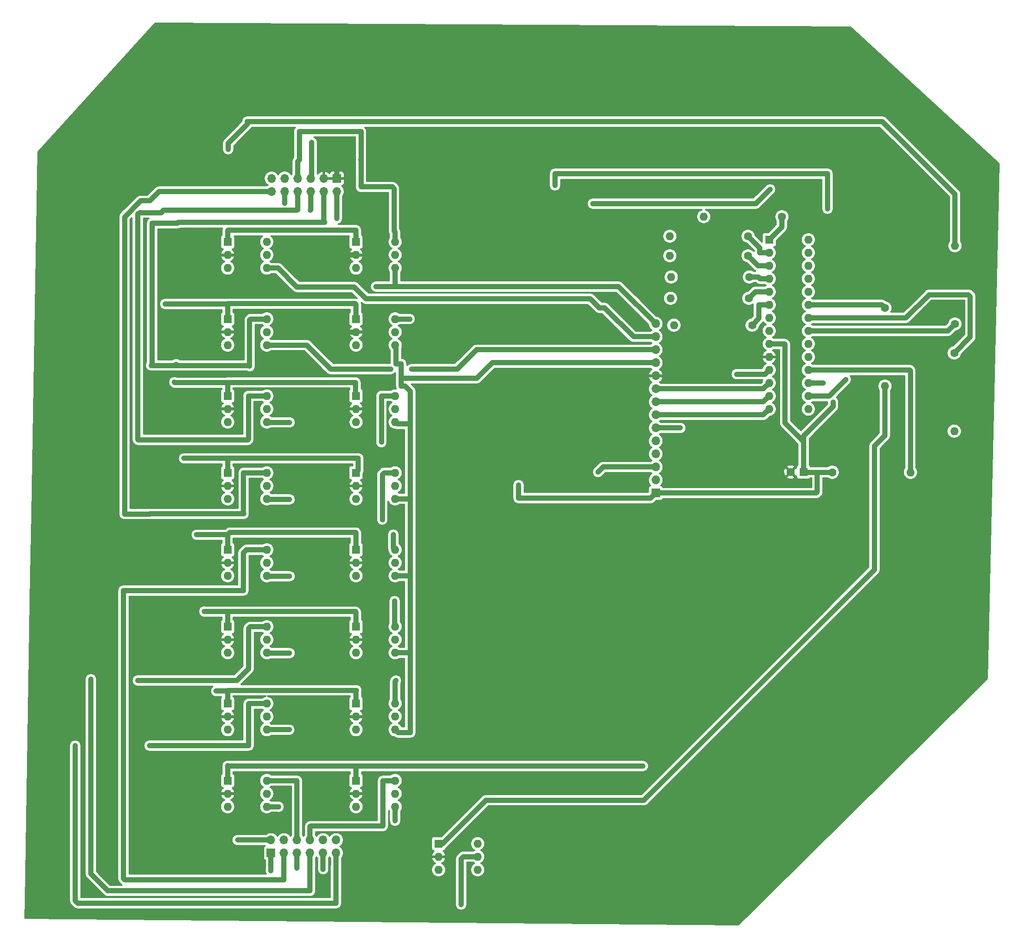
<source format=gbr>
%TF.GenerationSoftware,KiCad,Pcbnew,(5.1.9-0-10_14)*%
%TF.CreationDate,2021-03-09T15:00:21+00:00*%
%TF.ProjectId,Solar_Multiplexer,536f6c61-725f-44d7-956c-7469706c6578,rev?*%
%TF.SameCoordinates,Original*%
%TF.FileFunction,Copper,L2,Bot*%
%TF.FilePolarity,Positive*%
%FSLAX46Y46*%
G04 Gerber Fmt 4.6, Leading zero omitted, Abs format (unit mm)*
G04 Created by KiCad (PCBNEW (5.1.9-0-10_14)) date 2021-03-09 15:00:21*
%MOMM*%
%LPD*%
G01*
G04 APERTURE LIST*
%TA.AperFunction,ComponentPad*%
%ADD10O,1.600000X1.600000*%
%TD*%
%TA.AperFunction,ComponentPad*%
%ADD11C,1.600000*%
%TD*%
%TA.AperFunction,ComponentPad*%
%ADD12R,1.600000X1.600000*%
%TD*%
%TA.AperFunction,ComponentPad*%
%ADD13O,1.700000X1.700000*%
%TD*%
%TA.AperFunction,ComponentPad*%
%ADD14R,1.700000X1.700000*%
%TD*%
%TA.AperFunction,ViaPad*%
%ADD15C,0.800000*%
%TD*%
%TA.AperFunction,Conductor*%
%ADD16C,1.000000*%
%TD*%
%TA.AperFunction,Conductor*%
%ADD17C,0.300000*%
%TD*%
%TA.AperFunction,Conductor*%
%ADD18C,0.200000*%
%TD*%
G04 APERTURE END LIST*
D10*
%TO.P,R10,2*%
%TO.N,/P6*%
X-213070000Y-136210000D03*
D11*
%TO.P,R10,1*%
%TO.N,Net-(R10-Pad1)*%
X-197830000Y-136210000D03*
%TD*%
D10*
%TO.P,R9,2*%
%TO.N,/P5*%
X-213730000Y-130970000D03*
D11*
%TO.P,R9,1*%
%TO.N,Net-(R9-Pad1)*%
X-198490000Y-130970000D03*
%TD*%
D10*
%TO.P,R8,2*%
%TO.N,/P4*%
X-213590000Y-126820000D03*
D11*
%TO.P,R8,1*%
%TO.N,Net-(R8-Pad1)*%
X-198350000Y-126820000D03*
%TD*%
D10*
%TO.P,R7,2*%
%TO.N,/P3*%
X-213868000Y-122682000D03*
D11*
%TO.P,R7,1*%
%TO.N,Net-(R7-Pad1)*%
X-198628000Y-122682000D03*
%TD*%
D10*
%TO.P,R6,2*%
%TO.N,/P2*%
X-213868000Y-118872000D03*
D11*
%TO.P,R6,1*%
%TO.N,Net-(R6-Pad1)*%
X-198628000Y-118872000D03*
%TD*%
D10*
%TO.P,R5,2*%
%TO.N,/P1*%
X-207264000Y-115062000D03*
D11*
%TO.P,R5,1*%
%TO.N,Net-(R5-Pad1)*%
X-192024000Y-115062000D03*
%TD*%
D10*
%TO.P,U10,6*%
%TO.N,/VB*%
X-292380000Y-225000000D03*
%TO.P,U10,3*%
%TO.N,Net-(U10-Pad3)*%
X-300000000Y-230080000D03*
%TO.P,U10,5*%
%TO.N,Net-(U10-Pad5)*%
X-292380000Y-227540000D03*
%TO.P,U10,2*%
%TO.N,GND*%
X-300000000Y-227540000D03*
%TO.P,U10,4*%
%TO.N,V-*%
X-292380000Y-230080000D03*
D12*
%TO.P,U10,1*%
%TO.N,/BOT*%
X-300000000Y-225000000D03*
%TD*%
D10*
%TO.P,U22,28*%
%TO.N,Net-(U22-Pad28)*%
X-186870000Y-119550000D03*
%TO.P,U22,14*%
%TO.N,MISO*%
X-194490000Y-152570000D03*
%TO.P,U22,27*%
%TO.N,Net-(U22-Pad27)*%
X-186870000Y-122090000D03*
%TO.P,U22,13*%
%TO.N,MOSI*%
X-194490000Y-150030000D03*
%TO.P,U22,26*%
%TO.N,Net-(U22-Pad26)*%
X-186870000Y-124630000D03*
%TO.P,U22,12*%
%TO.N,SCK*%
X-194490000Y-147490000D03*
%TO.P,U22,25*%
%TO.N,Net-(U22-Pad25)*%
X-186870000Y-127170000D03*
%TO.P,U22,11*%
%TO.N,~CS*%
X-194490000Y-144950000D03*
%TO.P,U22,24*%
%TO.N,Net-(U22-Pad24)*%
X-186870000Y-129710000D03*
%TO.P,U22,10*%
%TO.N,GND*%
X-194490000Y-142410000D03*
%TO.P,U22,23*%
%TO.N,Net-(R4-Pad1)*%
X-186870000Y-132250000D03*
%TO.P,U22,9*%
%TO.N,+5V*%
X-194490000Y-139870000D03*
%TO.P,U22,22*%
%TO.N,Net-(R2-Pad1)*%
X-186870000Y-134790000D03*
%TO.P,U22,8*%
%TO.N,Net-(U22-Pad8)*%
X-194490000Y-137330000D03*
%TO.P,U22,21*%
%TO.N,Net-(R1-Pad1)*%
X-186870000Y-137330000D03*
%TO.P,U22,7*%
%TO.N,Net-(U22-Pad7)*%
X-194490000Y-134790000D03*
%TO.P,U22,20*%
%TO.N,Net-(U22-Pad20)*%
X-186870000Y-139870000D03*
%TO.P,U22,6*%
%TO.N,Net-(R10-Pad1)*%
X-194490000Y-132250000D03*
%TO.P,U22,19*%
%TO.N,Net-(U22-Pad19)*%
X-186870000Y-142410000D03*
%TO.P,U22,5*%
%TO.N,Net-(R9-Pad1)*%
X-194490000Y-129710000D03*
%TO.P,U22,18*%
%TO.N,Net-(R3-Pad2)*%
X-186870000Y-144950000D03*
%TO.P,U22,4*%
%TO.N,Net-(R8-Pad1)*%
X-194490000Y-127170000D03*
%TO.P,U22,17*%
%TO.N,A2*%
X-186870000Y-147490000D03*
%TO.P,U22,3*%
%TO.N,Net-(R7-Pad1)*%
X-194490000Y-124630000D03*
%TO.P,U22,16*%
%TO.N,A1*%
X-186870000Y-150030000D03*
%TO.P,U22,2*%
%TO.N,Net-(R6-Pad1)*%
X-194490000Y-122090000D03*
%TO.P,U22,15*%
%TO.N,A0*%
X-186870000Y-152570000D03*
D12*
%TO.P,U22,1*%
%TO.N,Net-(R5-Pad1)*%
X-194490000Y-119550000D03*
%TD*%
D10*
%TO.P,U21,6*%
%TO.N,V_D*%
X-251290000Y-237300000D03*
%TO.P,U21,3*%
%TO.N,Net-(U21-Pad3)*%
X-258910000Y-242380000D03*
%TO.P,U21,5*%
%TO.N,/RSense*%
X-251290000Y-239840000D03*
%TO.P,U21,2*%
%TO.N,GND*%
X-258910000Y-239840000D03*
%TO.P,U21,4*%
%TO.N,Net-(U21-Pad4)*%
X-251290000Y-242380000D03*
D12*
%TO.P,U21,1*%
%TO.N,/V_D_EN*%
X-258910000Y-237300000D03*
%TD*%
D10*
%TO.P,U20,6*%
%TO.N,/IB*%
X-267380000Y-225000000D03*
%TO.P,U20,3*%
%TO.N,Net-(U20-Pad3)*%
X-275000000Y-230080000D03*
%TO.P,U20,5*%
%TO.N,Net-(U20-Pad5)*%
X-267380000Y-227540000D03*
%TO.P,U20,2*%
%TO.N,GND*%
X-275000000Y-227540000D03*
%TO.P,U20,4*%
%TO.N,I-*%
X-267380000Y-230080000D03*
D12*
%TO.P,U20,1*%
%TO.N,/BOT*%
X-275000000Y-225000000D03*
%TD*%
D10*
%TO.P,U17,6*%
%TO.N,/I6*%
X-267380000Y-210000000D03*
%TO.P,U17,3*%
%TO.N,Net-(U17-Pad3)*%
X-275000000Y-215080000D03*
%TO.P,U17,5*%
%TO.N,Net-(U17-Pad5)*%
X-267380000Y-212540000D03*
%TO.P,U17,2*%
%TO.N,GND*%
X-275000000Y-212540000D03*
%TO.P,U17,4*%
%TO.N,I+*%
X-267380000Y-215080000D03*
D12*
%TO.P,U17,1*%
%TO.N,/P6*%
X-275000000Y-210000000D03*
%TD*%
D10*
%TO.P,U16,6*%
%TO.N,/I5*%
X-267380000Y-195000000D03*
%TO.P,U16,3*%
%TO.N,Net-(U16-Pad3)*%
X-275000000Y-200080000D03*
%TO.P,U16,5*%
%TO.N,Net-(U16-Pad5)*%
X-267380000Y-197540000D03*
%TO.P,U16,2*%
%TO.N,GND*%
X-275000000Y-197540000D03*
%TO.P,U16,4*%
%TO.N,I+*%
X-267380000Y-200080000D03*
D12*
%TO.P,U16,1*%
%TO.N,/P5*%
X-275000000Y-195000000D03*
%TD*%
D10*
%TO.P,U15,6*%
%TO.N,/I4*%
X-267380000Y-180000000D03*
%TO.P,U15,3*%
%TO.N,Net-(U15-Pad3)*%
X-275000000Y-185080000D03*
%TO.P,U15,5*%
%TO.N,Net-(U15-Pad5)*%
X-267380000Y-182540000D03*
%TO.P,U15,2*%
%TO.N,GND*%
X-275000000Y-182540000D03*
%TO.P,U15,4*%
%TO.N,I+*%
X-267380000Y-185080000D03*
D12*
%TO.P,U15,1*%
%TO.N,/P4*%
X-275000000Y-180000000D03*
%TD*%
D10*
%TO.P,U14,6*%
%TO.N,/I3*%
X-267380000Y-165000000D03*
%TO.P,U14,3*%
%TO.N,Net-(U14-Pad3)*%
X-275000000Y-170080000D03*
%TO.P,U14,5*%
%TO.N,Net-(U14-Pad5)*%
X-267380000Y-167540000D03*
%TO.P,U14,2*%
%TO.N,GND*%
X-275000000Y-167540000D03*
%TO.P,U14,4*%
%TO.N,I+*%
X-267380000Y-170080000D03*
D12*
%TO.P,U14,1*%
%TO.N,/P3*%
X-275000000Y-165000000D03*
%TD*%
D10*
%TO.P,U13,6*%
%TO.N,/I2*%
X-267380000Y-150000000D03*
%TO.P,U13,3*%
%TO.N,Net-(U13-Pad3)*%
X-275000000Y-155080000D03*
%TO.P,U13,5*%
%TO.N,Net-(U13-Pad5)*%
X-267380000Y-152540000D03*
%TO.P,U13,2*%
%TO.N,GND*%
X-275000000Y-152540000D03*
%TO.P,U13,4*%
%TO.N,I+*%
X-267380000Y-155080000D03*
D12*
%TO.P,U13,1*%
%TO.N,/P2*%
X-275000000Y-150000000D03*
%TD*%
D10*
%TO.P,U12,6*%
%TO.N,/I1*%
X-267380000Y-135000000D03*
%TO.P,U12,3*%
%TO.N,Net-(U12-Pad3)*%
X-275000000Y-140080000D03*
%TO.P,U12,5*%
%TO.N,Net-(U12-Pad5)*%
X-267380000Y-137540000D03*
%TO.P,U12,2*%
%TO.N,GND*%
X-275000000Y-137540000D03*
%TO.P,U12,4*%
%TO.N,I+*%
X-267380000Y-140080000D03*
D12*
%TO.P,U12,1*%
%TO.N,/P1*%
X-275000000Y-135000000D03*
%TD*%
D10*
%TO.P,U11,6*%
%TO.N,/IT*%
X-267380000Y-120000000D03*
%TO.P,U11,3*%
%TO.N,Net-(U11-Pad3)*%
X-275000000Y-125080000D03*
%TO.P,U11,5*%
%TO.N,Net-(U11-Pad5)*%
X-267380000Y-122540000D03*
%TO.P,U11,2*%
%TO.N,GND*%
X-275000000Y-122540000D03*
%TO.P,U11,4*%
%TO.N,I-*%
X-267380000Y-125080000D03*
D12*
%TO.P,U11,1*%
%TO.N,/TOP*%
X-275000000Y-120000000D03*
%TD*%
D10*
%TO.P,U7,6*%
%TO.N,/V6*%
X-292380000Y-210000000D03*
%TO.P,U7,3*%
%TO.N,Net-(U7-Pad3)*%
X-300000000Y-215080000D03*
%TO.P,U7,5*%
%TO.N,Net-(U7-Pad5)*%
X-292380000Y-212540000D03*
%TO.P,U7,2*%
%TO.N,GND*%
X-300000000Y-212540000D03*
%TO.P,U7,4*%
%TO.N,V+*%
X-292380000Y-215080000D03*
D12*
%TO.P,U7,1*%
%TO.N,/P6*%
X-300000000Y-210000000D03*
%TD*%
D10*
%TO.P,U6,6*%
%TO.N,/V5*%
X-292380000Y-195000000D03*
%TO.P,U6,3*%
%TO.N,Net-(U6-Pad3)*%
X-300000000Y-200080000D03*
%TO.P,U6,5*%
%TO.N,Net-(U6-Pad5)*%
X-292380000Y-197540000D03*
%TO.P,U6,2*%
%TO.N,GND*%
X-300000000Y-197540000D03*
%TO.P,U6,4*%
%TO.N,V+*%
X-292380000Y-200080000D03*
D12*
%TO.P,U6,1*%
%TO.N,/P5*%
X-300000000Y-195000000D03*
%TD*%
D10*
%TO.P,U5,6*%
%TO.N,/V4*%
X-292380000Y-180000000D03*
%TO.P,U5,3*%
%TO.N,Net-(U5-Pad3)*%
X-300000000Y-185080000D03*
%TO.P,U5,5*%
%TO.N,Net-(U5-Pad5)*%
X-292380000Y-182540000D03*
%TO.P,U5,2*%
%TO.N,GND*%
X-300000000Y-182540000D03*
%TO.P,U5,4*%
%TO.N,V+*%
X-292380000Y-185080000D03*
D12*
%TO.P,U5,1*%
%TO.N,/P4*%
X-300000000Y-180000000D03*
%TD*%
D10*
%TO.P,U4,6*%
%TO.N,/V3*%
X-292380000Y-165000000D03*
%TO.P,U4,3*%
%TO.N,Net-(U4-Pad3)*%
X-300000000Y-170080000D03*
%TO.P,U4,5*%
%TO.N,Net-(U4-Pad5)*%
X-292380000Y-167540000D03*
%TO.P,U4,2*%
%TO.N,GND*%
X-300000000Y-167540000D03*
%TO.P,U4,4*%
%TO.N,V+*%
X-292380000Y-170080000D03*
D12*
%TO.P,U4,1*%
%TO.N,/P3*%
X-300000000Y-165000000D03*
%TD*%
D10*
%TO.P,U3,6*%
%TO.N,/V2*%
X-292380000Y-150000000D03*
%TO.P,U3,3*%
%TO.N,Net-(U3-Pad3)*%
X-300000000Y-155080000D03*
%TO.P,U3,5*%
%TO.N,Net-(U3-Pad5)*%
X-292380000Y-152540000D03*
%TO.P,U3,2*%
%TO.N,GND*%
X-300000000Y-152540000D03*
%TO.P,U3,4*%
%TO.N,V+*%
X-292380000Y-155080000D03*
D12*
%TO.P,U3,1*%
%TO.N,/P2*%
X-300000000Y-150000000D03*
%TD*%
D10*
%TO.P,U2,6*%
%TO.N,/V1*%
X-292380000Y-135000000D03*
%TO.P,U2,3*%
%TO.N,Net-(U2-Pad3)*%
X-300000000Y-140080000D03*
%TO.P,U2,5*%
%TO.N,Net-(U2-Pad5)*%
X-292380000Y-137540000D03*
%TO.P,U2,2*%
%TO.N,GND*%
X-300000000Y-137540000D03*
%TO.P,U2,4*%
%TO.N,V+*%
X-292380000Y-140080000D03*
D12*
%TO.P,U2,1*%
%TO.N,/P1*%
X-300000000Y-135000000D03*
%TD*%
D10*
%TO.P,U1,6*%
%TO.N,/VT*%
X-292380000Y-120000000D03*
%TO.P,U1,3*%
%TO.N,Net-(U1-Pad3)*%
X-300000000Y-125080000D03*
%TO.P,U1,5*%
%TO.N,Net-(U1-Pad5)*%
X-292380000Y-122540000D03*
%TO.P,U1,2*%
%TO.N,GND*%
X-300000000Y-122540000D03*
%TO.P,U1,4*%
%TO.N,V-*%
X-292380000Y-125080000D03*
D12*
%TO.P,U1,1*%
%TO.N,/TOP*%
X-300000000Y-120000000D03*
%TD*%
D10*
%TO.P,R4,2*%
%TO.N,/V_D_EN*%
X-171958000Y-148082000D03*
D11*
%TO.P,R4,1*%
%TO.N,Net-(R4-Pad1)*%
X-171958000Y-132842000D03*
%TD*%
D10*
%TO.P,R3,2*%
%TO.N,Net-(R3-Pad2)*%
X-166980000Y-164890000D03*
D11*
%TO.P,R3,1*%
%TO.N,+5V*%
X-182220000Y-164890000D03*
%TD*%
D10*
%TO.P,R2,2*%
%TO.N,/BOT*%
X-158460000Y-156870000D03*
D11*
%TO.P,R2,1*%
%TO.N,Net-(R2-Pad1)*%
X-158460000Y-141630000D03*
%TD*%
D10*
%TO.P,R1,2*%
%TO.N,/TOP*%
X-158320000Y-120730000D03*
D11*
%TO.P,R1,1*%
%TO.N,Net-(R1-Pad1)*%
X-158320000Y-135970000D03*
%TD*%
D13*
%TO.P,J3,12*%
%TO.N,/V3*%
X-291430000Y-110150000D03*
%TO.P,J3,11*%
%TO.N,Net-(J3-Pad11)*%
X-291430000Y-107610000D03*
%TO.P,J3,10*%
%TO.N,/I3*%
X-288890000Y-110150000D03*
%TO.P,J3,9*%
%TO.N,Net-(J3-Pad9)*%
X-288890000Y-107610000D03*
%TO.P,J3,8*%
%TO.N,/V2*%
X-286350000Y-110150000D03*
%TO.P,J3,7*%
%TO.N,/IT*%
X-286350000Y-107610000D03*
%TO.P,J3,6*%
%TO.N,/I2*%
X-283810000Y-110150000D03*
%TO.P,J3,5*%
%TO.N,/VT*%
X-283810000Y-107610000D03*
%TO.P,J3,4*%
%TO.N,/V1*%
X-281270000Y-110150000D03*
%TO.P,J3,3*%
%TO.N,GND*%
X-281270000Y-107610000D03*
%TO.P,J3,2*%
%TO.N,/I1*%
X-278730000Y-110150000D03*
D14*
%TO.P,J3,1*%
%TO.N,GND*%
X-278730000Y-107610000D03*
%TD*%
D13*
%TO.P,J2,12*%
%TO.N,Net-(J2-Pad12)*%
X-278870000Y-236580000D03*
%TO.P,J2,11*%
%TO.N,/V6*%
X-278870000Y-239120000D03*
%TO.P,J2,10*%
%TO.N,Net-(J2-Pad10)*%
X-281410000Y-236580000D03*
%TO.P,J2,9*%
%TO.N,/I6*%
X-281410000Y-239120000D03*
%TO.P,J2,8*%
%TO.N,/IB*%
X-283950000Y-236580000D03*
%TO.P,J2,7*%
%TO.N,/V5*%
X-283950000Y-239120000D03*
%TO.P,J2,6*%
%TO.N,/VB*%
X-286490000Y-236580000D03*
%TO.P,J2,5*%
%TO.N,/I5*%
X-286490000Y-239120000D03*
%TO.P,J2,4*%
%TO.N,Net-(J2-Pad4)*%
X-289030000Y-236580000D03*
%TO.P,J2,3*%
%TO.N,/V4*%
X-289030000Y-239120000D03*
%TO.P,J2,2*%
%TO.N,/RSense*%
X-291570000Y-236580000D03*
D14*
%TO.P,J2,1*%
%TO.N,/I4*%
X-291570000Y-239120000D03*
%TD*%
D13*
%TO.P,J1,14*%
%TO.N,I-*%
X-216610000Y-135930000D03*
%TO.P,J1,13*%
%TO.N,V-*%
X-216610000Y-138470000D03*
%TO.P,J1,12*%
%TO.N,V+*%
X-216610000Y-141010000D03*
%TO.P,J1,11*%
%TO.N,I+*%
X-216610000Y-143550000D03*
%TO.P,J1,10*%
%TO.N,GND*%
X-216610000Y-146090000D03*
%TO.P,J1,9*%
%TO.N,SCK*%
X-216610000Y-148630000D03*
%TO.P,J1,8*%
%TO.N,MOSI*%
X-216610000Y-151170000D03*
%TO.P,J1,7*%
%TO.N,MISO*%
X-216610000Y-153710000D03*
%TO.P,J1,6*%
%TO.N,Net-(J1-Pad6)*%
X-216610000Y-156250000D03*
%TO.P,J1,5*%
%TO.N,SCL*%
X-216610000Y-158790000D03*
%TO.P,J1,4*%
%TO.N,SDA*%
X-216610000Y-161330000D03*
%TO.P,J1,3*%
%TO.N,V_D*%
X-216610000Y-163870000D03*
%TO.P,J1,2*%
%TO.N,+3V3*%
X-216610000Y-166410000D03*
D14*
%TO.P,J1,1*%
%TO.N,+5V*%
X-216610000Y-168950000D03*
%TD*%
D11*
%TO.P,C1,2*%
%TO.N,GND*%
X-190300000Y-164850000D03*
D12*
%TO.P,C1,1*%
%TO.N,+5V*%
X-187800000Y-164850000D03*
%TD*%
D15*
%TO.N,I-*%
X-271100000Y-128696000D03*
X-267380000Y-232836000D03*
%TO.N,V-*%
X-290068000Y-230124000D03*
X-290180000Y-125080000D03*
%TO.N,V+*%
X-288036000Y-200152000D03*
X-288036000Y-185166000D03*
X-288036000Y-170180000D03*
X-288002000Y-155160000D03*
X-287970000Y-140080000D03*
X-287970000Y-215072000D03*
X-268224000Y-144780000D03*
X-264160000Y-144780000D03*
%TO.N,GND*%
X-278730000Y-104556000D03*
X-269910000Y-104556000D03*
X-249174000Y-169164000D03*
X-178910000Y-155288000D03*
X-282306000Y-122540000D03*
X-282320000Y-137540000D03*
%TO.N,Net-(J1-Pad6)*%
X-211810000Y-156250000D03*
%TO.N,V_D*%
X-227838000Y-164846000D03*
%TO.N,+5V*%
X-182058000Y-151190000D03*
X-243332000Y-167386000D03*
%TO.N,~CS*%
X-200840000Y-145760000D03*
%TO.N,A1*%
X-179578000Y-146812000D03*
X-228854000Y-112522000D03*
X-194310000Y-109728000D03*
%TO.N,A2*%
X-236220000Y-108966000D03*
X-183980000Y-147490000D03*
X-183134000Y-113538000D03*
%TO.N,/P6*%
X-302228000Y-207550000D03*
%TO.N,/P5*%
X-304546000Y-192024000D03*
%TO.N,/P2*%
X-310388000Y-147320000D03*
%TO.N,/P1*%
X-312166000Y-132080000D03*
%TO.N,/P4*%
X-305829000Y-177051000D03*
%TO.N,/P3*%
X-308474000Y-162170000D03*
%TO.N,/VT*%
X-283610000Y-100620000D03*
%TO.N,/TOP*%
X-299900000Y-117690000D03*
X-299900000Y-101928000D03*
%TO.N,/V5*%
X-326644000Y-205486000D03*
X-317500000Y-205486000D03*
%TO.N,/V6*%
X-315214000Y-218186000D03*
X-329692000Y-218186000D03*
%TO.N,/BOT*%
X-219112000Y-222160000D03*
%TO.N,/I1*%
X-278730000Y-115440000D03*
X-264540000Y-135000000D03*
%TO.N,/I2*%
X-270002000Y-159004000D03*
X-283910000Y-113820000D03*
%TO.N,/I3*%
X-288890000Y-112410000D03*
X-269870000Y-174140000D03*
%TO.N,/I4*%
X-291592000Y-242570000D03*
X-267716000Y-177038000D03*
%TO.N,/I5*%
X-286490000Y-242040000D03*
X-267462000Y-189992000D03*
%TO.N,/I6*%
X-281410000Y-242294000D03*
X-267208000Y-205486000D03*
%TO.N,/RSense*%
X-298048000Y-236580000D03*
X-254508000Y-249174000D03*
%TD*%
D16*
%TO.N,I-*%
X-267380000Y-125080000D02*
X-267380000Y-128696000D01*
X-267380000Y-128696000D02*
X-267552000Y-128524000D01*
X-267380000Y-128696000D02*
X-271100000Y-128696000D01*
X-271100000Y-128696000D02*
X-271100000Y-128696000D01*
X-267380000Y-230080000D02*
X-267380000Y-232836000D01*
X-267380000Y-232836000D02*
X-267380000Y-232836000D01*
X-223844000Y-128696000D02*
X-216610000Y-135930000D01*
X-267380000Y-128696000D02*
X-223844000Y-128696000D01*
%TO.N,V-*%
X-292380000Y-125080000D02*
X-290180000Y-125080000D01*
X-290180000Y-125080000D02*
X-290180000Y-125080000D01*
X-290112000Y-230080000D02*
X-290068000Y-230124000D01*
X-292380000Y-230080000D02*
X-290112000Y-230080000D01*
X-275336000Y-128778000D02*
X-286482000Y-128778000D01*
X-286482000Y-128778000D02*
X-290180000Y-125080000D01*
X-220940000Y-138470000D02*
X-226568000Y-132842000D01*
X-229362000Y-131064000D02*
X-273050000Y-131064000D01*
X-273050000Y-131064000D02*
X-275336000Y-128778000D01*
X-227584000Y-132842000D02*
X-229362000Y-131064000D01*
X-226568000Y-132842000D02*
X-227584000Y-132842000D01*
X-216610000Y-138470000D02*
X-220940000Y-138470000D01*
%TO.N,V+*%
X-287944000Y-155160000D02*
X-288002000Y-155160000D01*
X-292380000Y-140080000D02*
X-287970000Y-140080000D01*
X-292354000Y-170180000D02*
X-288036000Y-170180000D01*
X-292354000Y-185166000D02*
X-288036000Y-185166000D01*
X-292354000Y-200152000D02*
X-288036000Y-200152000D01*
X-288036000Y-200152000D02*
X-287944000Y-200152000D01*
X-288036000Y-185166000D02*
X-287944000Y-185166000D01*
X-288036000Y-170180000D02*
X-287944000Y-170180000D01*
X-288002000Y-155160000D02*
X-292354000Y-155160000D01*
X-287970000Y-140080000D02*
X-287970000Y-140080000D01*
X-287978000Y-215080000D02*
X-287970000Y-215072000D01*
X-292380000Y-215080000D02*
X-287978000Y-215080000D01*
X-287970000Y-140080000D02*
X-284608000Y-140080000D01*
X-279908000Y-144780000D02*
X-280289000Y-144399000D01*
X-268224000Y-144780000D02*
X-279908000Y-144780000D01*
X-284608000Y-140080000D02*
X-280289000Y-144399000D01*
X-264160000Y-144780000D02*
X-255270000Y-144780000D01*
X-251500000Y-141010000D02*
X-216610000Y-141010000D01*
X-255270000Y-144780000D02*
X-251500000Y-141010000D01*
%TO.N,I+*%
X-267012000Y-155448000D02*
X-267380000Y-155080000D01*
X-264414000Y-155448000D02*
X-267012000Y-155448000D01*
X-266814000Y-215646000D02*
X-267380000Y-215080000D01*
X-264414000Y-215646000D02*
X-266814000Y-215646000D01*
X-264486000Y-200080000D02*
X-264414000Y-200152000D01*
X-267380000Y-200080000D02*
X-264486000Y-200080000D01*
X-264414000Y-200152000D02*
X-264414000Y-215646000D01*
X-264500000Y-185080000D02*
X-264414000Y-185166000D01*
X-267380000Y-185080000D02*
X-264500000Y-185080000D01*
X-264414000Y-185166000D02*
X-264414000Y-200152000D01*
X-264514000Y-170080000D02*
X-264414000Y-170180000D01*
X-267380000Y-170080000D02*
X-264514000Y-170080000D01*
X-264414000Y-170180000D02*
X-264414000Y-185166000D01*
X-264414000Y-155448000D02*
X-264414000Y-170180000D01*
X-267380000Y-140080000D02*
X-267336000Y-140080000D01*
X-267336000Y-140080000D02*
X-267462000Y-140206000D01*
X-264414000Y-149098000D02*
X-264414000Y-155448000D01*
X-265430000Y-148082000D02*
X-264414000Y-149098000D01*
X-267208000Y-140252000D02*
X-267380000Y-140080000D01*
X-267208000Y-143764000D02*
X-267208000Y-140252000D01*
X-265430000Y-148082000D02*
X-266192000Y-148082000D01*
X-267208000Y-143764000D02*
X-266192000Y-143764000D01*
X-216610000Y-143550000D02*
X-248452000Y-143550000D01*
X-251460000Y-146558000D02*
X-266192000Y-146558000D01*
X-248452000Y-143550000D02*
X-251460000Y-146558000D01*
X-266192000Y-146558000D02*
X-266192000Y-148082000D01*
X-266192000Y-143764000D02*
X-266192000Y-146558000D01*
%TO.N,GND*%
X-278730000Y-107610000D02*
X-278730000Y-104556000D01*
X-278730000Y-104556000D02*
X-278730000Y-104556000D01*
X-275000000Y-137540000D02*
X-282320000Y-137540000D01*
X-275000000Y-122540000D02*
X-282306000Y-122540000D01*
X-282306000Y-122540000D02*
X-282306000Y-122540000D01*
X-282320000Y-137540000D02*
X-282322000Y-137540000D01*
%TO.N,SCK*%
X-195630000Y-148630000D02*
X-194490000Y-147490000D01*
X-216610000Y-148630000D02*
X-195630000Y-148630000D01*
%TO.N,MOSI*%
X-195630000Y-151170000D02*
X-194490000Y-150030000D01*
X-216610000Y-151170000D02*
X-195630000Y-151170000D01*
%TO.N,MISO*%
X-195630000Y-153710000D02*
X-194490000Y-152570000D01*
X-216610000Y-153710000D02*
X-195630000Y-153710000D01*
%TO.N,Net-(J1-Pad6)*%
X-216610000Y-156250000D02*
X-211810000Y-156250000D01*
X-211810000Y-156250000D02*
X-211810000Y-156250000D01*
%TO.N,V_D*%
X-226862000Y-163870000D02*
X-227838000Y-164846000D01*
X-216610000Y-163870000D02*
X-226862000Y-163870000D01*
%TO.N,+5V*%
X-187760000Y-164890000D02*
X-187800000Y-164850000D01*
X-187800000Y-164850000D02*
X-187800000Y-158920000D01*
X-187800000Y-158920000D02*
X-191420000Y-155300000D01*
X-191420000Y-155300000D02*
X-191420000Y-139970000D01*
X-191520000Y-139870000D02*
X-194490000Y-139870000D01*
X-191420000Y-139970000D02*
X-191520000Y-139870000D01*
X-216610000Y-168950000D02*
X-185330000Y-168950000D01*
X-185150000Y-168770000D02*
X-185150000Y-164890000D01*
X-185150000Y-164890000D02*
X-187760000Y-164890000D01*
X-185330000Y-168950000D02*
X-185150000Y-168770000D01*
X-182220000Y-164890000D02*
X-185150000Y-164890000D01*
X-182058000Y-151190000D02*
X-182058000Y-152086000D01*
X-187800000Y-157828000D02*
X-187800000Y-158920000D01*
X-182058000Y-152086000D02*
X-187800000Y-157828000D01*
X-243332000Y-167386000D02*
X-243332000Y-169926000D01*
X-217586000Y-169926000D02*
X-216610000Y-168950000D01*
X-243332000Y-169926000D02*
X-217586000Y-169926000D01*
%TO.N,~CS*%
X-195300000Y-145760000D02*
X-194490000Y-144950000D01*
X-200840000Y-145760000D02*
X-195300000Y-145760000D01*
%TO.N,A1*%
X-186870000Y-150030000D02*
X-182796000Y-150030000D01*
X-182796000Y-150030000D02*
X-180086000Y-147320000D01*
X-180086000Y-147320000D02*
X-179578000Y-146812000D01*
X-179578000Y-146812000D02*
X-179578000Y-146812000D01*
X-197104000Y-112522000D02*
X-194310000Y-109728000D01*
X-228854000Y-112522000D02*
X-197104000Y-112522000D01*
%TO.N,A2*%
X-186870000Y-147490000D02*
X-183980000Y-147490000D01*
X-183980000Y-147490000D02*
X-183980000Y-147490000D01*
X-183134000Y-113538000D02*
X-183134000Y-106680000D01*
X-183134000Y-106680000D02*
X-236220000Y-106680000D01*
X-236220000Y-106680000D02*
X-236220000Y-108966000D01*
%TO.N,Net-(R9-Pad1)*%
X-194490000Y-129710000D02*
X-196420000Y-129710000D01*
X-196420000Y-129710000D02*
X-196420000Y-129710000D01*
%TO.N,Net-(R10-Pad1)*%
X-194490000Y-132250000D02*
X-196520000Y-132250000D01*
X-196520000Y-132250000D02*
X-196520000Y-132250000D01*
%TO.N,/P6*%
X-300000000Y-210000000D02*
X-300000000Y-207550000D01*
X-300000000Y-207550000D02*
X-299860000Y-207410000D01*
X-299860000Y-207410000D02*
X-274920000Y-207410000D01*
X-275000000Y-207490000D02*
X-275000000Y-210000000D01*
X-274920000Y-207410000D02*
X-275000000Y-207490000D01*
X-300000000Y-207550000D02*
X-302228000Y-207550000D01*
X-302228000Y-207550000D02*
X-302228000Y-207550000D01*
%TO.N,/P5*%
X-300000000Y-195000000D02*
X-300000000Y-192150000D01*
X-300000000Y-192150000D02*
X-299910000Y-192060000D01*
X-299910000Y-192060000D02*
X-275130000Y-192060000D01*
X-275000000Y-192190000D02*
X-275000000Y-195000000D01*
X-275130000Y-192060000D02*
X-275000000Y-192190000D01*
X-304510000Y-192060000D02*
X-304546000Y-192024000D01*
X-299910000Y-192060000D02*
X-304510000Y-192060000D01*
%TO.N,/P2*%
X-300000000Y-150000000D02*
X-300000000Y-147440000D01*
X-300000000Y-147440000D02*
X-299950000Y-147390000D01*
X-299950000Y-147390000D02*
X-275090000Y-147390000D01*
X-275090000Y-149910000D02*
X-275000000Y-150000000D01*
X-275090000Y-147390000D02*
X-275090000Y-149910000D01*
X-310268000Y-147440000D02*
X-310388000Y-147320000D01*
X-300000000Y-147440000D02*
X-310268000Y-147440000D01*
%TO.N,/P1*%
X-300000000Y-135000000D02*
X-300000000Y-132080000D01*
X-300000000Y-132080000D02*
X-299950000Y-132030000D01*
X-299950000Y-132030000D02*
X-275160000Y-132030000D01*
X-275000000Y-132190000D02*
X-275000000Y-135000000D01*
X-275160000Y-132030000D02*
X-275000000Y-132190000D01*
X-300000000Y-132080000D02*
X-307313132Y-132080000D01*
X-307313132Y-132080000D02*
X-312166000Y-132080000D01*
X-312166000Y-132080000D02*
X-312166000Y-132080000D01*
%TO.N,/P4*%
X-300000000Y-180000000D02*
X-300000000Y-177090000D01*
X-300000000Y-177090000D02*
X-299961000Y-177051000D01*
X-299530000Y-176620000D02*
X-275090000Y-176620000D01*
X-275000000Y-176710000D02*
X-275000000Y-180000000D01*
X-275090000Y-176620000D02*
X-275000000Y-176710000D01*
X-299961000Y-177051000D02*
X-299530000Y-176620000D01*
X-299961000Y-177051000D02*
X-305829000Y-177051000D01*
X-305829000Y-177051000D02*
X-306057000Y-177051000D01*
%TO.N,/P3*%
X-300000000Y-165000000D02*
X-300000000Y-162170000D01*
X-300000000Y-162170000D02*
X-274540000Y-162170000D01*
X-274540000Y-164540000D02*
X-275000000Y-165000000D01*
X-274540000Y-162170000D02*
X-274540000Y-164540000D01*
X-300000000Y-162170000D02*
X-308474000Y-162170000D01*
X-308474000Y-162170000D02*
X-308492000Y-162170000D01*
%TO.N,Net-(R6-Pad1)*%
X-194490000Y-122090000D02*
X-196340000Y-122090000D01*
X-196340000Y-122090000D02*
X-196340000Y-122090000D01*
%TO.N,Net-(R7-Pad1)*%
X-196370000Y-124630000D02*
X-196370000Y-124630000D01*
%TO.N,Net-(R8-Pad1)*%
X-194490000Y-127170000D02*
X-196290000Y-127170000D01*
X-196290000Y-127170000D02*
X-196540000Y-126920000D01*
X-196540000Y-126920000D02*
X-196540000Y-126920000D01*
%TO.N,/VT*%
X-283610000Y-107410000D02*
X-283810000Y-107610000D01*
X-283610000Y-100620000D02*
X-283610000Y-107410000D01*
%TO.N,/TOP*%
X-300000000Y-120000000D02*
X-300000000Y-117790000D01*
X-300000000Y-117790000D02*
X-299900000Y-117690000D01*
X-299900000Y-117690000D02*
X-275010000Y-117690000D01*
X-275000000Y-117700000D02*
X-275000000Y-120000000D01*
X-275010000Y-117690000D02*
X-275000000Y-117700000D01*
X-158320000Y-120730000D02*
X-158320000Y-110666000D01*
X-158320000Y-110666000D02*
X-172466000Y-96520000D01*
X-172466000Y-96520000D02*
X-296164000Y-96520000D01*
X-296164000Y-96520000D02*
X-296164000Y-97028000D01*
X-299900000Y-117690000D02*
X-299900000Y-117690000D01*
X-299900000Y-100764000D02*
X-296164000Y-97028000D01*
X-299900000Y-101928000D02*
X-299900000Y-100764000D01*
%TO.N,/V1*%
X-292380000Y-135000000D02*
X-295480000Y-135000000D01*
X-295480000Y-135000000D02*
X-295720000Y-135240000D01*
X-295720000Y-135240000D02*
X-295720000Y-144200000D01*
X-295720000Y-144200000D02*
X-295850000Y-144070000D01*
X-310280000Y-144070000D02*
X-310030000Y-143820000D01*
X-309650000Y-116160000D02*
X-281080000Y-116160000D01*
X-281270000Y-115970000D02*
X-281270000Y-110150000D01*
X-281080000Y-116160000D02*
X-281270000Y-115970000D01*
X-309932000Y-144070000D02*
X-314908000Y-144070000D01*
X-295850000Y-144070000D02*
X-309932000Y-144070000D01*
X-309932000Y-144070000D02*
X-310280000Y-144070000D01*
X-314908000Y-144070000D02*
X-314706000Y-143868000D01*
X-314706000Y-143868000D02*
X-314706000Y-116332000D01*
X-309822000Y-116332000D02*
X-309650000Y-116160000D01*
X-314706000Y-116332000D02*
X-309822000Y-116332000D01*
%TO.N,/V2*%
X-286350000Y-110150000D02*
X-286350000Y-113690000D01*
X-286350000Y-113690000D02*
X-286480000Y-113820000D01*
X-286480000Y-113820000D02*
X-312470000Y-113820000D01*
X-312470000Y-113820000D02*
X-312910000Y-114260000D01*
X-312830000Y-158580000D02*
X-296060000Y-158580000D01*
X-296060000Y-158580000D02*
X-295930000Y-158450000D01*
X-295930000Y-158450000D02*
X-295930000Y-149990000D01*
X-295920000Y-150000000D02*
X-292380000Y-150000000D01*
X-295930000Y-149990000D02*
X-295920000Y-150000000D01*
X-312910000Y-114260000D02*
X-317206000Y-114260000D01*
X-317206000Y-114260000D02*
X-317500000Y-114554000D01*
X-317500000Y-114554000D02*
X-317500000Y-158496000D01*
X-317416000Y-158580000D02*
X-312830000Y-158580000D01*
X-317500000Y-158496000D02*
X-317416000Y-158580000D01*
%TO.N,/V3*%
X-296910000Y-172970000D02*
X-296910000Y-165050000D01*
X-291430000Y-110150000D02*
X-313340000Y-110150000D01*
X-313340000Y-110150000D02*
X-315140000Y-111950000D01*
X-296910000Y-165050000D02*
X-296860000Y-165000000D01*
X-315130000Y-173010000D02*
X-296870000Y-173010000D01*
X-315140000Y-173020000D02*
X-315130000Y-173010000D01*
X-296870000Y-173010000D02*
X-296910000Y-172970000D01*
X-296860000Y-165000000D02*
X-292380000Y-165000000D01*
X-320086000Y-173020000D02*
X-320086000Y-115108000D01*
X-315140000Y-173020000D02*
X-320086000Y-173020000D01*
X-316928000Y-111950000D02*
X-315140000Y-111950000D01*
X-320086000Y-115108000D02*
X-316928000Y-111950000D01*
%TO.N,/V4*%
X-292380000Y-180000000D02*
X-296332000Y-180000000D01*
X-296332000Y-180000000D02*
X-296926000Y-180594000D01*
X-296926000Y-180594000D02*
X-296926000Y-187960000D01*
X-296926000Y-187960000D02*
X-320294000Y-187960000D01*
X-320050000Y-244330000D02*
X-320294000Y-244086000D01*
X-289030000Y-244330000D02*
X-320050000Y-244330000D01*
X-320294000Y-244086000D02*
X-320294000Y-187960000D01*
X-289030000Y-239120000D02*
X-289030000Y-244330000D01*
%TO.N,/V5*%
X-283950000Y-239120000D02*
X-283950000Y-242294000D01*
X-326644000Y-205486000D02*
X-326644000Y-205486000D01*
X-317500000Y-205486000D02*
X-298196000Y-205486000D01*
X-298196000Y-205486000D02*
X-295910000Y-203200000D01*
X-295910000Y-203200000D02*
X-295910000Y-195326000D01*
X-295584000Y-195000000D02*
X-292380000Y-195000000D01*
X-295910000Y-195326000D02*
X-295584000Y-195000000D01*
X-326644000Y-207384000D02*
X-326644000Y-205486000D01*
X-326644000Y-205232000D02*
X-326644000Y-207384000D01*
X-323360000Y-246480000D02*
X-326644000Y-243196000D01*
X-283950000Y-246480000D02*
X-323360000Y-246480000D01*
X-326644000Y-207384000D02*
X-326644000Y-243196000D01*
X-283950000Y-246480000D02*
X-283950000Y-240284000D01*
%TO.N,/V6*%
X-292380000Y-210000000D02*
X-295852000Y-210000000D01*
X-295852000Y-210000000D02*
X-295910000Y-210058000D01*
X-295910000Y-210058000D02*
X-295910000Y-218186000D01*
X-295910000Y-218186000D02*
X-315214000Y-218186000D01*
X-315214000Y-218186000D02*
X-315214000Y-218186000D01*
X-278870000Y-241576000D02*
X-278870000Y-242294000D01*
X-278870000Y-239120000D02*
X-278870000Y-241576000D01*
X-278892000Y-241598000D02*
X-278870000Y-241576000D01*
X-278892000Y-248920000D02*
X-278892000Y-241598000D01*
X-329190000Y-248920000D02*
X-278892000Y-248920000D01*
X-329692000Y-248418000D02*
X-329190000Y-248920000D01*
X-329692000Y-218186000D02*
X-329692000Y-248418000D01*
%TO.N,/VB*%
X-286490000Y-236580000D02*
X-286490000Y-225060000D01*
X-286550000Y-225000000D02*
X-292380000Y-225000000D01*
X-286490000Y-225060000D02*
X-286550000Y-225000000D01*
%TO.N,/BOT*%
X-300000000Y-225000000D02*
X-300000000Y-222120000D01*
X-300000000Y-222120000D02*
X-299960000Y-222160000D01*
X-299960000Y-222160000D02*
X-275000000Y-222160000D01*
X-275000000Y-222160000D02*
X-275000000Y-225000000D01*
X-275000000Y-222160000D02*
X-219112000Y-222160000D01*
X-219112000Y-222160000D02*
X-219112000Y-222160000D01*
%TO.N,/IT*%
X-267380000Y-120000000D02*
X-267380000Y-118060000D01*
X-267380000Y-118060000D02*
X-267590000Y-117850000D01*
X-274030000Y-103980000D02*
X-274050000Y-103960000D01*
X-274070000Y-98430000D02*
X-286030000Y-98430000D01*
X-286350000Y-104300000D02*
X-286350000Y-107610000D01*
X-286010000Y-103960000D02*
X-286350000Y-104300000D01*
X-274030000Y-98470000D02*
X-274070000Y-98430000D01*
X-274030000Y-103980000D02*
X-274030000Y-98470000D01*
X-286030000Y-103940000D02*
X-286010000Y-103960000D01*
X-286030000Y-98430000D02*
X-286030000Y-103940000D01*
X-267590000Y-117850000D02*
X-267590000Y-109600000D01*
X-267934000Y-109256000D02*
X-274030000Y-109256000D01*
X-267590000Y-109600000D02*
X-267934000Y-109256000D01*
X-274030000Y-109256000D02*
X-274030000Y-103980000D01*
%TO.N,/I1*%
X-278730000Y-110150000D02*
X-278730000Y-115440000D01*
X-278730000Y-115440000D02*
X-278730000Y-115440000D01*
X-267380000Y-135000000D02*
X-264540000Y-135000000D01*
%TO.N,Net-(U12-Pad5)*%
X-267380000Y-137540000D02*
X-267336000Y-137540000D01*
X-267336000Y-137540000D02*
X-267208000Y-137668000D01*
%TO.N,/I2*%
X-267380000Y-150000000D02*
X-270000000Y-150000000D01*
X-270000000Y-150000000D02*
X-270040000Y-150040000D01*
X-270040000Y-150040000D02*
X-270040000Y-159020000D01*
X-283810000Y-113720000D02*
X-283910000Y-113820000D01*
X-283810000Y-110150000D02*
X-283810000Y-113720000D01*
%TO.N,/I3*%
X-288890000Y-110150000D02*
X-288890000Y-112410000D01*
X-288890000Y-112410000D02*
X-288890000Y-112410000D01*
X-269870000Y-174140000D02*
X-269870000Y-165340000D01*
X-269530000Y-165000000D02*
X-267380000Y-165000000D01*
X-269870000Y-165340000D02*
X-269530000Y-165000000D01*
%TO.N,/I4*%
X-291570000Y-239120000D02*
X-291570000Y-242548000D01*
X-291570000Y-242548000D02*
X-291592000Y-242570000D01*
X-291592000Y-242570000D02*
X-291592000Y-242570000D01*
X-267716000Y-179664000D02*
X-267380000Y-180000000D01*
X-267716000Y-177038000D02*
X-267716000Y-179664000D01*
%TO.N,/I5*%
X-286490000Y-239120000D02*
X-286490000Y-242040000D01*
X-286490000Y-242040000D02*
X-286490000Y-242040000D01*
X-267462000Y-194918000D02*
X-267380000Y-195000000D01*
X-267462000Y-189992000D02*
X-267462000Y-194918000D01*
%TO.N,/I6*%
X-281410000Y-239120000D02*
X-281410000Y-242294000D01*
X-281410000Y-242294000D02*
X-281410000Y-242294000D01*
X-267380000Y-205658000D02*
X-267208000Y-205486000D01*
X-267380000Y-210000000D02*
X-267380000Y-205658000D01*
%TO.N,/IB*%
X-267424000Y-225044000D02*
X-267380000Y-225000000D01*
X-283950000Y-236580000D02*
X-283950000Y-233970000D01*
X-283850000Y-233870000D02*
X-269812000Y-233870000D01*
X-269812000Y-233870000D02*
X-269748000Y-233806000D01*
X-269748000Y-225044000D02*
X-267424000Y-225044000D01*
X-269748000Y-233806000D02*
X-269748000Y-225044000D01*
X-283950000Y-233970000D02*
X-283850000Y-233870000D01*
%TO.N,/RSense*%
X-291570000Y-236580000D02*
X-298048000Y-236580000D01*
X-298048000Y-236580000D02*
X-298048000Y-236580000D01*
X-254508000Y-249174000D02*
X-254508000Y-240284000D01*
X-254064000Y-239840000D02*
X-251290000Y-239840000D01*
X-254508000Y-240284000D02*
X-254064000Y-239840000D01*
%TO.N,/V_D_EN*%
X-171958000Y-148082000D02*
X-171958000Y-157734000D01*
X-171958000Y-157734000D02*
X-173990000Y-159766000D01*
X-173990000Y-159766000D02*
X-173990000Y-183896000D01*
X-218923999Y-228829999D02*
X-249657999Y-228829999D01*
X-173990000Y-183896000D02*
X-218923999Y-228829999D01*
X-258128000Y-237300000D02*
X-258910000Y-237300000D01*
X-249657999Y-228829999D02*
X-258128000Y-237300000D01*
%TO.N,Net-(R4-Pad1)*%
X-172550000Y-132250000D02*
X-171958000Y-132842000D01*
X-186870000Y-132250000D02*
X-172550000Y-132250000D01*
%TO.N,Net-(R2-Pad1)*%
X-186870000Y-134790000D02*
X-167870000Y-134790000D01*
X-167870000Y-134790000D02*
X-163360000Y-130280000D01*
X-163360000Y-130280000D02*
X-155670000Y-130280000D01*
X-155670000Y-130280000D02*
X-155330000Y-130620000D01*
X-155330000Y-138500000D02*
X-158460000Y-141630000D01*
X-155330000Y-130620000D02*
X-155330000Y-138500000D01*
%TO.N,Net-(R1-Pad1)*%
X-159680000Y-137330000D02*
X-158320000Y-135970000D01*
X-186870000Y-137330000D02*
X-159680000Y-137330000D01*
%TO.N,Net-(R3-Pad2)*%
X-186870000Y-144950000D02*
X-167130000Y-144950000D01*
X-166980000Y-145100000D02*
X-166980000Y-164890000D01*
X-167130000Y-144950000D02*
X-166980000Y-145100000D01*
%TO.N,Net-(R5-Pad1)*%
X-192024000Y-117084000D02*
X-194490000Y-119550000D01*
X-192024000Y-115062000D02*
X-192024000Y-117084000D01*
%TO.N,Net-(R6-Pad1)*%
X-196340000Y-121160000D02*
X-198628000Y-118872000D01*
X-196340000Y-122090000D02*
X-196340000Y-121160000D01*
%TO.N,Net-(R7-Pad1)*%
X-196680000Y-124630000D02*
X-198628000Y-122682000D01*
X-194490000Y-124630000D02*
X-196680000Y-124630000D01*
%TO.N,Net-(R8-Pad1)*%
X-196640000Y-126820000D02*
X-196290000Y-127170000D01*
X-198350000Y-126820000D02*
X-196640000Y-126820000D01*
%TO.N,Net-(R9-Pad1)*%
X-197230000Y-129710000D02*
X-196420000Y-129710000D01*
X-198490000Y-130970000D02*
X-197230000Y-129710000D01*
%TO.N,Net-(R10-Pad1)*%
X-196520000Y-134900000D02*
X-197830000Y-136210000D01*
X-196520000Y-132250000D02*
X-196520000Y-134900000D01*
%TD*%
D17*
%TO.N,GND*%
X-178620909Y-78127672D02*
X-149757502Y-104712389D01*
X-152040584Y-205168004D01*
X-200467100Y-253087436D01*
X-339445456Y-251819385D01*
X-339387708Y-248418000D01*
X-330847563Y-248418000D01*
X-330841999Y-248474492D01*
X-330825359Y-248643439D01*
X-330759601Y-248860215D01*
X-330652815Y-249059997D01*
X-330509106Y-249235107D01*
X-330465225Y-249271119D01*
X-330043121Y-249693224D01*
X-330007107Y-249737107D01*
X-329831997Y-249880816D01*
X-329632215Y-249987602D01*
X-329415439Y-250053360D01*
X-329246492Y-250070000D01*
X-329246483Y-250070000D01*
X-329190001Y-250075563D01*
X-329133519Y-250070000D01*
X-278948492Y-250070000D01*
X-278892000Y-250075564D01*
X-278835509Y-250070000D01*
X-278835508Y-250070000D01*
X-278666561Y-250053360D01*
X-278449785Y-249987602D01*
X-278250003Y-249880816D01*
X-278074893Y-249737107D01*
X-277931184Y-249561997D01*
X-277824398Y-249362215D01*
X-277758640Y-249145439D01*
X-277736436Y-248920000D01*
X-277742000Y-248863508D01*
X-277742000Y-242537108D01*
X-277736640Y-242519438D01*
X-277720000Y-242350491D01*
X-277720000Y-242237187D01*
X-260360000Y-242237187D01*
X-260360000Y-242522813D01*
X-260304277Y-242802949D01*
X-260194973Y-243066833D01*
X-260036289Y-243304321D01*
X-259834321Y-243506289D01*
X-259596833Y-243664973D01*
X-259332949Y-243774277D01*
X-259052813Y-243830000D01*
X-258767187Y-243830000D01*
X-258487051Y-243774277D01*
X-258223167Y-243664973D01*
X-257985679Y-243506289D01*
X-257783711Y-243304321D01*
X-257625027Y-243066833D01*
X-257515723Y-242802949D01*
X-257460000Y-242522813D01*
X-257460000Y-242237187D01*
X-257515723Y-241957051D01*
X-257625027Y-241693167D01*
X-257783711Y-241455679D01*
X-257985679Y-241253711D01*
X-258211441Y-241102862D01*
X-258068915Y-241021139D01*
X-257854647Y-240834356D01*
X-257680936Y-240609361D01*
X-257554457Y-240354799D01*
X-257532983Y-240284000D01*
X-255663563Y-240284000D01*
X-255657999Y-240340492D01*
X-255658000Y-249230491D01*
X-255641360Y-249399438D01*
X-255575602Y-249616214D01*
X-255468816Y-249815996D01*
X-255325107Y-249991107D01*
X-255149997Y-250134816D01*
X-254950215Y-250241602D01*
X-254733439Y-250307360D01*
X-254508000Y-250329564D01*
X-254282562Y-250307360D01*
X-254065786Y-250241602D01*
X-253866004Y-250134816D01*
X-253690893Y-249991107D01*
X-253547184Y-249815997D01*
X-253440398Y-249616215D01*
X-253374640Y-249399439D01*
X-253358000Y-249230492D01*
X-253358000Y-240990000D01*
X-252178835Y-240990000D01*
X-251999242Y-241110000D01*
X-252214321Y-241253711D01*
X-252416289Y-241455679D01*
X-252574973Y-241693167D01*
X-252684277Y-241957051D01*
X-252740000Y-242237187D01*
X-252740000Y-242522813D01*
X-252684277Y-242802949D01*
X-252574973Y-243066833D01*
X-252416289Y-243304321D01*
X-252214321Y-243506289D01*
X-251976833Y-243664973D01*
X-251712949Y-243774277D01*
X-251432813Y-243830000D01*
X-251147187Y-243830000D01*
X-250867051Y-243774277D01*
X-250603167Y-243664973D01*
X-250365679Y-243506289D01*
X-250163711Y-243304321D01*
X-250005027Y-243066833D01*
X-249895723Y-242802949D01*
X-249840000Y-242522813D01*
X-249840000Y-242237187D01*
X-249895723Y-241957051D01*
X-250005027Y-241693167D01*
X-250163711Y-241455679D01*
X-250365679Y-241253711D01*
X-250580758Y-241110000D01*
X-250365679Y-240966289D01*
X-250163711Y-240764321D01*
X-250005027Y-240526833D01*
X-249895723Y-240262949D01*
X-249840000Y-239982813D01*
X-249840000Y-239697187D01*
X-249895723Y-239417051D01*
X-250005027Y-239153167D01*
X-250163711Y-238915679D01*
X-250365679Y-238713711D01*
X-250580758Y-238570000D01*
X-250365679Y-238426289D01*
X-250163711Y-238224321D01*
X-250005027Y-237986833D01*
X-249895723Y-237722949D01*
X-249840000Y-237442813D01*
X-249840000Y-237157187D01*
X-249895723Y-236877051D01*
X-250005027Y-236613167D01*
X-250163711Y-236375679D01*
X-250365679Y-236173711D01*
X-250603167Y-236015027D01*
X-250867051Y-235905723D01*
X-251147187Y-235850000D01*
X-251432813Y-235850000D01*
X-251712949Y-235905723D01*
X-251976833Y-236015027D01*
X-252214321Y-236173711D01*
X-252416289Y-236375679D01*
X-252574973Y-236613167D01*
X-252684277Y-236877051D01*
X-252740000Y-237157187D01*
X-252740000Y-237442813D01*
X-252684277Y-237722949D01*
X-252574973Y-237986833D01*
X-252416289Y-238224321D01*
X-252214321Y-238426289D01*
X-251999242Y-238570000D01*
X-252178835Y-238690000D01*
X-254007516Y-238690000D01*
X-254064000Y-238684437D01*
X-254120484Y-238690000D01*
X-254120492Y-238690000D01*
X-254289439Y-238706640D01*
X-254506215Y-238772398D01*
X-254705997Y-238879184D01*
X-254881107Y-239022893D01*
X-254917125Y-239066781D01*
X-255281224Y-239430880D01*
X-255325106Y-239466893D01*
X-255361118Y-239510774D01*
X-255468815Y-239642003D01*
X-255575601Y-239841785D01*
X-255641359Y-240058561D01*
X-255663563Y-240284000D01*
X-257532983Y-240284000D01*
X-257496905Y-240165059D01*
X-257626389Y-239940000D01*
X-258810000Y-239940000D01*
X-258810000Y-239960000D01*
X-259010000Y-239960000D01*
X-259010000Y-239940000D01*
X-260193611Y-239940000D01*
X-260323095Y-240165059D01*
X-260265543Y-240354799D01*
X-260139064Y-240609361D01*
X-259965353Y-240834356D01*
X-259751085Y-241021139D01*
X-259608559Y-241102862D01*
X-259834321Y-241253711D01*
X-260036289Y-241455679D01*
X-260194973Y-241693167D01*
X-260304277Y-241957051D01*
X-260360000Y-242237187D01*
X-277720000Y-242237187D01*
X-277720000Y-241632491D01*
X-277714436Y-241576000D01*
X-277720000Y-241519508D01*
X-277720000Y-240091320D01*
X-277704874Y-240076194D01*
X-277540717Y-239830517D01*
X-277427644Y-239557534D01*
X-277370000Y-239267737D01*
X-277370000Y-238972263D01*
X-277427644Y-238682466D01*
X-277540717Y-238409483D01*
X-277704874Y-238163806D01*
X-277913806Y-237954874D01*
X-278070760Y-237850000D01*
X-277913806Y-237745126D01*
X-277704874Y-237536194D01*
X-277540717Y-237290517D01*
X-277427644Y-237017534D01*
X-277370000Y-236727737D01*
X-277370000Y-236500000D01*
X-260363145Y-236500000D01*
X-260363145Y-238100000D01*
X-260350595Y-238227422D01*
X-260313427Y-238349948D01*
X-260253070Y-238462868D01*
X-260171843Y-238561843D01*
X-260072868Y-238643070D01*
X-259959948Y-238703427D01*
X-259842930Y-238738924D01*
X-259965353Y-238845644D01*
X-260139064Y-239070639D01*
X-260265543Y-239325201D01*
X-260323095Y-239514941D01*
X-260193611Y-239740000D01*
X-259010000Y-239740000D01*
X-259010000Y-239720000D01*
X-258810000Y-239720000D01*
X-258810000Y-239740000D01*
X-257626389Y-239740000D01*
X-257496905Y-239514941D01*
X-257554457Y-239325201D01*
X-257680936Y-239070639D01*
X-257854647Y-238845644D01*
X-257977070Y-238738924D01*
X-257860052Y-238703427D01*
X-257747132Y-238643070D01*
X-257648157Y-238561843D01*
X-257566930Y-238462868D01*
X-257506573Y-238349948D01*
X-257477391Y-238253748D01*
X-257310893Y-238117107D01*
X-257274875Y-238073219D01*
X-249181653Y-229979999D01*
X-218980481Y-229979999D01*
X-218923999Y-229985562D01*
X-218867517Y-229979999D01*
X-218867507Y-229979999D01*
X-218698560Y-229963359D01*
X-218481784Y-229897601D01*
X-218282002Y-229790815D01*
X-218106892Y-229647106D01*
X-218070874Y-229603218D01*
X-173216775Y-184749120D01*
X-173172893Y-184713107D01*
X-173029184Y-184537997D01*
X-172922398Y-184338215D01*
X-172856640Y-184121439D01*
X-172840000Y-183952492D01*
X-172840000Y-183952484D01*
X-172834437Y-183896000D01*
X-172840000Y-183839516D01*
X-172840000Y-160242344D01*
X-171184775Y-158587120D01*
X-171140893Y-158551107D01*
X-171057917Y-158450000D01*
X-170997184Y-158375998D01*
X-170890399Y-158176216D01*
X-170890398Y-158176215D01*
X-170824640Y-157959439D01*
X-170808000Y-157790492D01*
X-170808000Y-157790482D01*
X-170802437Y-157734000D01*
X-170808000Y-157677518D01*
X-170808000Y-148970835D01*
X-170673027Y-148768833D01*
X-170563723Y-148504949D01*
X-170508000Y-148224813D01*
X-170508000Y-147939187D01*
X-170563723Y-147659051D01*
X-170673027Y-147395167D01*
X-170831711Y-147157679D01*
X-171033679Y-146955711D01*
X-171271167Y-146797027D01*
X-171535051Y-146687723D01*
X-171815187Y-146632000D01*
X-172100813Y-146632000D01*
X-172380949Y-146687723D01*
X-172644833Y-146797027D01*
X-172882321Y-146955711D01*
X-173084289Y-147157679D01*
X-173242973Y-147395167D01*
X-173352277Y-147659051D01*
X-173408000Y-147939187D01*
X-173408000Y-148224813D01*
X-173352277Y-148504949D01*
X-173242973Y-148768833D01*
X-173108000Y-148970835D01*
X-173107999Y-157257654D01*
X-174763220Y-158912876D01*
X-174807107Y-158948893D01*
X-174950816Y-159124004D01*
X-175057602Y-159323786D01*
X-175123360Y-159540562D01*
X-175140000Y-159709509D01*
X-175140000Y-159709518D01*
X-175145563Y-159766000D01*
X-175140000Y-159822482D01*
X-175139999Y-183419654D01*
X-219400343Y-227679999D01*
X-249601518Y-227679999D01*
X-249658000Y-227674436D01*
X-249714482Y-227679999D01*
X-249714491Y-227679999D01*
X-249883438Y-227696639D01*
X-250100214Y-227762397D01*
X-250299996Y-227869183D01*
X-250299998Y-227869184D01*
X-250299997Y-227869184D01*
X-250431227Y-227976881D01*
X-250431230Y-227976884D01*
X-250475106Y-228012892D01*
X-250511115Y-228056769D01*
X-258301199Y-235846855D01*
X-259710000Y-235846855D01*
X-259837422Y-235859405D01*
X-259959948Y-235896573D01*
X-260072868Y-235956930D01*
X-260171843Y-236038157D01*
X-260253070Y-236137132D01*
X-260313427Y-236250052D01*
X-260350595Y-236372578D01*
X-260363145Y-236500000D01*
X-277370000Y-236500000D01*
X-277370000Y-236432263D01*
X-277427644Y-236142466D01*
X-277540717Y-235869483D01*
X-277704874Y-235623806D01*
X-277913806Y-235414874D01*
X-278159483Y-235250717D01*
X-278432466Y-235137644D01*
X-278722263Y-235080000D01*
X-279017737Y-235080000D01*
X-279307534Y-235137644D01*
X-279580517Y-235250717D01*
X-279826194Y-235414874D01*
X-280035126Y-235623806D01*
X-280140000Y-235780760D01*
X-280244874Y-235623806D01*
X-280453806Y-235414874D01*
X-280699483Y-235250717D01*
X-280972466Y-235137644D01*
X-281262263Y-235080000D01*
X-281557737Y-235080000D01*
X-281847534Y-235137644D01*
X-282120517Y-235250717D01*
X-282366194Y-235414874D01*
X-282575126Y-235623806D01*
X-282680000Y-235780760D01*
X-282784874Y-235623806D01*
X-282800000Y-235608680D01*
X-282800000Y-235020000D01*
X-269868482Y-235020000D01*
X-269812000Y-235025563D01*
X-269755518Y-235020000D01*
X-269755508Y-235020000D01*
X-269586561Y-235003360D01*
X-269369785Y-234937602D01*
X-269170003Y-234830816D01*
X-268994893Y-234687107D01*
X-268966044Y-234651955D01*
X-268930893Y-234623107D01*
X-268787184Y-234447997D01*
X-268680398Y-234248215D01*
X-268614640Y-234031439D01*
X-268598000Y-233862492D01*
X-268598000Y-233862491D01*
X-268592436Y-233806000D01*
X-268598000Y-233749508D01*
X-268598000Y-230867065D01*
X-268530000Y-230968835D01*
X-268529999Y-232779499D01*
X-268535564Y-232836000D01*
X-268513360Y-233061439D01*
X-268447602Y-233278215D01*
X-268340816Y-233477997D01*
X-268197107Y-233653107D01*
X-268021997Y-233796816D01*
X-267822215Y-233903602D01*
X-267605439Y-233969360D01*
X-267436492Y-233986000D01*
X-267436491Y-233986000D01*
X-267380000Y-233991564D01*
X-267154561Y-233969360D01*
X-266937785Y-233903602D01*
X-266738003Y-233796816D01*
X-266562893Y-233653107D01*
X-266419184Y-233477997D01*
X-266312398Y-233278215D01*
X-266246640Y-233061439D01*
X-266230000Y-232892492D01*
X-266224436Y-232836000D01*
X-266230000Y-232779508D01*
X-266230000Y-230968835D01*
X-266095027Y-230766833D01*
X-265985723Y-230502949D01*
X-265930000Y-230222813D01*
X-265930000Y-229937187D01*
X-265985723Y-229657051D01*
X-266095027Y-229393167D01*
X-266253711Y-229155679D01*
X-266455679Y-228953711D01*
X-266670758Y-228810000D01*
X-266455679Y-228666289D01*
X-266253711Y-228464321D01*
X-266095027Y-228226833D01*
X-265985723Y-227962949D01*
X-265930000Y-227682813D01*
X-265930000Y-227397187D01*
X-265985723Y-227117051D01*
X-266095027Y-226853167D01*
X-266253711Y-226615679D01*
X-266455679Y-226413711D01*
X-266670758Y-226270000D01*
X-266455679Y-226126289D01*
X-266253711Y-225924321D01*
X-266095027Y-225686833D01*
X-265985723Y-225422949D01*
X-265930000Y-225142813D01*
X-265930000Y-224857187D01*
X-265985723Y-224577051D01*
X-266095027Y-224313167D01*
X-266253711Y-224075679D01*
X-266455679Y-223873711D01*
X-266693167Y-223715027D01*
X-266957051Y-223605723D01*
X-267237187Y-223550000D01*
X-267522813Y-223550000D01*
X-267802949Y-223605723D01*
X-268066833Y-223715027D01*
X-268304321Y-223873711D01*
X-268324610Y-223894000D01*
X-269691508Y-223894000D01*
X-269748000Y-223888436D01*
X-269804491Y-223894000D01*
X-269804492Y-223894000D01*
X-269973439Y-223910640D01*
X-270190215Y-223976398D01*
X-270389997Y-224083184D01*
X-270565107Y-224226893D01*
X-270708816Y-224402003D01*
X-270815602Y-224601785D01*
X-270881360Y-224818561D01*
X-270903564Y-225044000D01*
X-270897999Y-225100502D01*
X-270898000Y-232720000D01*
X-283793519Y-232720000D01*
X-283850001Y-232714437D01*
X-283906482Y-232720000D01*
X-283906492Y-232720000D01*
X-284075439Y-232736640D01*
X-284292215Y-232802398D01*
X-284491997Y-232909184D01*
X-284667107Y-233052893D01*
X-284703119Y-233096774D01*
X-284723226Y-233116882D01*
X-284767106Y-233152893D01*
X-284910815Y-233328003D01*
X-285017601Y-233527785D01*
X-285083359Y-233744561D01*
X-285093315Y-233845650D01*
X-285105563Y-233970000D01*
X-285099999Y-234026491D01*
X-285100000Y-235608680D01*
X-285115126Y-235623806D01*
X-285220000Y-235780760D01*
X-285324874Y-235623806D01*
X-285340000Y-235608680D01*
X-285340000Y-229937187D01*
X-276450000Y-229937187D01*
X-276450000Y-230222813D01*
X-276394277Y-230502949D01*
X-276284973Y-230766833D01*
X-276126289Y-231004321D01*
X-275924321Y-231206289D01*
X-275686833Y-231364973D01*
X-275422949Y-231474277D01*
X-275142813Y-231530000D01*
X-274857187Y-231530000D01*
X-274577051Y-231474277D01*
X-274313167Y-231364973D01*
X-274075679Y-231206289D01*
X-273873711Y-231004321D01*
X-273715027Y-230766833D01*
X-273605723Y-230502949D01*
X-273550000Y-230222813D01*
X-273550000Y-229937187D01*
X-273605723Y-229657051D01*
X-273715027Y-229393167D01*
X-273873711Y-229155679D01*
X-274075679Y-228953711D01*
X-274301441Y-228802862D01*
X-274158915Y-228721139D01*
X-273944647Y-228534356D01*
X-273770936Y-228309361D01*
X-273644457Y-228054799D01*
X-273586905Y-227865059D01*
X-273716389Y-227640000D01*
X-274900000Y-227640000D01*
X-274900000Y-227660000D01*
X-275100000Y-227660000D01*
X-275100000Y-227640000D01*
X-276283611Y-227640000D01*
X-276413095Y-227865059D01*
X-276355543Y-228054799D01*
X-276229064Y-228309361D01*
X-276055353Y-228534356D01*
X-275841085Y-228721139D01*
X-275698559Y-228802862D01*
X-275924321Y-228953711D01*
X-276126289Y-229155679D01*
X-276284973Y-229393167D01*
X-276394277Y-229657051D01*
X-276450000Y-229937187D01*
X-285340000Y-229937187D01*
X-285340000Y-225116484D01*
X-285334437Y-225060000D01*
X-285340000Y-225003516D01*
X-285340000Y-225003508D01*
X-285356640Y-224834561D01*
X-285422398Y-224617785D01*
X-285529184Y-224418003D01*
X-285672893Y-224242893D01*
X-285705848Y-224215848D01*
X-285732893Y-224182893D01*
X-285908003Y-224039184D01*
X-286107785Y-223932398D01*
X-286324561Y-223866640D01*
X-286493508Y-223850000D01*
X-286493518Y-223850000D01*
X-286550000Y-223844437D01*
X-286606482Y-223850000D01*
X-291491165Y-223850000D01*
X-291693167Y-223715027D01*
X-291957051Y-223605723D01*
X-292237187Y-223550000D01*
X-292522813Y-223550000D01*
X-292802949Y-223605723D01*
X-293066833Y-223715027D01*
X-293304321Y-223873711D01*
X-293506289Y-224075679D01*
X-293664973Y-224313167D01*
X-293774277Y-224577051D01*
X-293830000Y-224857187D01*
X-293830000Y-225142813D01*
X-293774277Y-225422949D01*
X-293664973Y-225686833D01*
X-293506289Y-225924321D01*
X-293304321Y-226126289D01*
X-293089242Y-226270000D01*
X-293304321Y-226413711D01*
X-293506289Y-226615679D01*
X-293664973Y-226853167D01*
X-293774277Y-227117051D01*
X-293830000Y-227397187D01*
X-293830000Y-227682813D01*
X-293774277Y-227962949D01*
X-293664973Y-228226833D01*
X-293506289Y-228464321D01*
X-293304321Y-228666289D01*
X-293089242Y-228810000D01*
X-293304321Y-228953711D01*
X-293506289Y-229155679D01*
X-293664973Y-229393167D01*
X-293774277Y-229657051D01*
X-293830000Y-229937187D01*
X-293830000Y-230222813D01*
X-293774277Y-230502949D01*
X-293664973Y-230766833D01*
X-293506289Y-231004321D01*
X-293304321Y-231206289D01*
X-293066833Y-231364973D01*
X-292802949Y-231474277D01*
X-292522813Y-231530000D01*
X-292237187Y-231530000D01*
X-291957051Y-231474277D01*
X-291693167Y-231364973D01*
X-291491165Y-231230000D01*
X-290383630Y-231230000D01*
X-290293439Y-231257359D01*
X-290068001Y-231279563D01*
X-289842562Y-231257359D01*
X-289625785Y-231191601D01*
X-289426004Y-231084815D01*
X-289250894Y-230941106D01*
X-289107185Y-230765996D01*
X-289000399Y-230566215D01*
X-288934641Y-230349438D01*
X-288912437Y-230123999D01*
X-288934641Y-229898561D01*
X-289000399Y-229681785D01*
X-289107185Y-229482003D01*
X-289214882Y-229350773D01*
X-289258878Y-229306777D01*
X-289294893Y-229262893D01*
X-289470003Y-229119184D01*
X-289669785Y-229012398D01*
X-289886561Y-228946640D01*
X-290055508Y-228930000D01*
X-290055518Y-228930000D01*
X-290112000Y-228924437D01*
X-290168482Y-228930000D01*
X-291491165Y-228930000D01*
X-291670758Y-228810000D01*
X-291455679Y-228666289D01*
X-291253711Y-228464321D01*
X-291095027Y-228226833D01*
X-290985723Y-227962949D01*
X-290930000Y-227682813D01*
X-290930000Y-227397187D01*
X-290985723Y-227117051D01*
X-291095027Y-226853167D01*
X-291253711Y-226615679D01*
X-291455679Y-226413711D01*
X-291670758Y-226270000D01*
X-291491165Y-226150000D01*
X-287639999Y-226150000D01*
X-287640000Y-235608680D01*
X-287655126Y-235623806D01*
X-287760000Y-235780760D01*
X-287864874Y-235623806D01*
X-288073806Y-235414874D01*
X-288319483Y-235250717D01*
X-288592466Y-235137644D01*
X-288882263Y-235080000D01*
X-289177737Y-235080000D01*
X-289467534Y-235137644D01*
X-289740517Y-235250717D01*
X-289986194Y-235414874D01*
X-290195126Y-235623806D01*
X-290300000Y-235780760D01*
X-290404874Y-235623806D01*
X-290613806Y-235414874D01*
X-290859483Y-235250717D01*
X-291132466Y-235137644D01*
X-291422263Y-235080000D01*
X-291717737Y-235080000D01*
X-292007534Y-235137644D01*
X-292280517Y-235250717D01*
X-292526194Y-235414874D01*
X-292541320Y-235430000D01*
X-298104492Y-235430000D01*
X-298273439Y-235446640D01*
X-298490215Y-235512398D01*
X-298689997Y-235619184D01*
X-298865107Y-235762893D01*
X-299008816Y-235938003D01*
X-299115602Y-236137785D01*
X-299181360Y-236354561D01*
X-299203564Y-236580000D01*
X-299181360Y-236805439D01*
X-299115602Y-237022215D01*
X-299008816Y-237221997D01*
X-298865107Y-237397107D01*
X-298689997Y-237540816D01*
X-298490215Y-237647602D01*
X-298273439Y-237713360D01*
X-298104492Y-237730000D01*
X-292786609Y-237730000D01*
X-292881843Y-237808157D01*
X-292963070Y-237907132D01*
X-293023427Y-238020052D01*
X-293060595Y-238142578D01*
X-293073145Y-238270000D01*
X-293073145Y-239970000D01*
X-293060595Y-240097422D01*
X-293023427Y-240219948D01*
X-292963070Y-240332868D01*
X-292881843Y-240431843D01*
X-292782868Y-240513070D01*
X-292720000Y-240546674D01*
X-292719999Y-242326888D01*
X-292725360Y-242344561D01*
X-292747564Y-242570000D01*
X-292725360Y-242795439D01*
X-292659602Y-243012215D01*
X-292569919Y-243180000D01*
X-319144000Y-243180000D01*
X-319144000Y-229937187D01*
X-301450000Y-229937187D01*
X-301450000Y-230222813D01*
X-301394277Y-230502949D01*
X-301284973Y-230766833D01*
X-301126289Y-231004321D01*
X-300924321Y-231206289D01*
X-300686833Y-231364973D01*
X-300422949Y-231474277D01*
X-300142813Y-231530000D01*
X-299857187Y-231530000D01*
X-299577051Y-231474277D01*
X-299313167Y-231364973D01*
X-299075679Y-231206289D01*
X-298873711Y-231004321D01*
X-298715027Y-230766833D01*
X-298605723Y-230502949D01*
X-298550000Y-230222813D01*
X-298550000Y-229937187D01*
X-298605723Y-229657051D01*
X-298715027Y-229393167D01*
X-298873711Y-229155679D01*
X-299075679Y-228953711D01*
X-299301441Y-228802862D01*
X-299158915Y-228721139D01*
X-298944647Y-228534356D01*
X-298770936Y-228309361D01*
X-298644457Y-228054799D01*
X-298586905Y-227865059D01*
X-298716389Y-227640000D01*
X-299900000Y-227640000D01*
X-299900000Y-227660000D01*
X-300100000Y-227660000D01*
X-300100000Y-227640000D01*
X-301283611Y-227640000D01*
X-301413095Y-227865059D01*
X-301355543Y-228054799D01*
X-301229064Y-228309361D01*
X-301055353Y-228534356D01*
X-300841085Y-228721139D01*
X-300698559Y-228802862D01*
X-300924321Y-228953711D01*
X-301126289Y-229155679D01*
X-301284973Y-229393167D01*
X-301394277Y-229657051D01*
X-301450000Y-229937187D01*
X-319144000Y-229937187D01*
X-319144000Y-224200000D01*
X-301453145Y-224200000D01*
X-301453145Y-225800000D01*
X-301440595Y-225927422D01*
X-301403427Y-226049948D01*
X-301343070Y-226162868D01*
X-301261843Y-226261843D01*
X-301162868Y-226343070D01*
X-301049948Y-226403427D01*
X-300932930Y-226438924D01*
X-301055353Y-226545644D01*
X-301229064Y-226770639D01*
X-301355543Y-227025201D01*
X-301413095Y-227214941D01*
X-301283611Y-227440000D01*
X-300100000Y-227440000D01*
X-300100000Y-227420000D01*
X-299900000Y-227420000D01*
X-299900000Y-227440000D01*
X-298716389Y-227440000D01*
X-298586905Y-227214941D01*
X-298644457Y-227025201D01*
X-298770936Y-226770639D01*
X-298944647Y-226545644D01*
X-299067070Y-226438924D01*
X-298950052Y-226403427D01*
X-298837132Y-226343070D01*
X-298738157Y-226261843D01*
X-298656930Y-226162868D01*
X-298596573Y-226049948D01*
X-298559405Y-225927422D01*
X-298546855Y-225800000D01*
X-298546855Y-224200000D01*
X-298559405Y-224072578D01*
X-298596573Y-223950052D01*
X-298656930Y-223837132D01*
X-298738157Y-223738157D01*
X-298837132Y-223656930D01*
X-298850000Y-223650052D01*
X-298850000Y-223310000D01*
X-276150000Y-223310000D01*
X-276149999Y-223650052D01*
X-276162868Y-223656930D01*
X-276261843Y-223738157D01*
X-276343070Y-223837132D01*
X-276403427Y-223950052D01*
X-276440595Y-224072578D01*
X-276453145Y-224200000D01*
X-276453145Y-225800000D01*
X-276440595Y-225927422D01*
X-276403427Y-226049948D01*
X-276343070Y-226162868D01*
X-276261843Y-226261843D01*
X-276162868Y-226343070D01*
X-276049948Y-226403427D01*
X-275932930Y-226438924D01*
X-276055353Y-226545644D01*
X-276229064Y-226770639D01*
X-276355543Y-227025201D01*
X-276413095Y-227214941D01*
X-276283611Y-227440000D01*
X-275100000Y-227440000D01*
X-275100000Y-227420000D01*
X-274900000Y-227420000D01*
X-274900000Y-227440000D01*
X-273716389Y-227440000D01*
X-273586905Y-227214941D01*
X-273644457Y-227025201D01*
X-273770936Y-226770639D01*
X-273944647Y-226545644D01*
X-274067070Y-226438924D01*
X-273950052Y-226403427D01*
X-273837132Y-226343070D01*
X-273738157Y-226261843D01*
X-273656930Y-226162868D01*
X-273596573Y-226049948D01*
X-273559405Y-225927422D01*
X-273546855Y-225800000D01*
X-273546855Y-224200000D01*
X-273559405Y-224072578D01*
X-273596573Y-223950052D01*
X-273656930Y-223837132D01*
X-273738157Y-223738157D01*
X-273837132Y-223656930D01*
X-273850000Y-223650052D01*
X-273850000Y-223310000D01*
X-219055508Y-223310000D01*
X-218886561Y-223293360D01*
X-218669785Y-223227602D01*
X-218470003Y-223120816D01*
X-218294893Y-222977107D01*
X-218151184Y-222801997D01*
X-218044398Y-222602215D01*
X-217978640Y-222385439D01*
X-217956436Y-222160000D01*
X-217978640Y-221934561D01*
X-218044398Y-221717785D01*
X-218151184Y-221518003D01*
X-218294893Y-221342893D01*
X-218470003Y-221199184D01*
X-218669785Y-221092398D01*
X-218886561Y-221026640D01*
X-219055508Y-221010000D01*
X-274943509Y-221010000D01*
X-275000000Y-221004436D01*
X-275056492Y-221010000D01*
X-299697553Y-221010000D01*
X-299774561Y-220986640D01*
X-300000000Y-220964436D01*
X-300225438Y-220986640D01*
X-300442214Y-221052398D01*
X-300641996Y-221159184D01*
X-300641998Y-221159185D01*
X-300641997Y-221159185D01*
X-300817107Y-221302893D01*
X-300960815Y-221478003D01*
X-301067601Y-221677785D01*
X-301133359Y-221894561D01*
X-301155563Y-222120000D01*
X-301149999Y-222176491D01*
X-301150000Y-223650052D01*
X-301162868Y-223656930D01*
X-301261843Y-223738157D01*
X-301343070Y-223837132D01*
X-301403427Y-223950052D01*
X-301440595Y-224072578D01*
X-301453145Y-224200000D01*
X-319144000Y-224200000D01*
X-319144000Y-214937187D01*
X-301450000Y-214937187D01*
X-301450000Y-215222813D01*
X-301394277Y-215502949D01*
X-301284973Y-215766833D01*
X-301126289Y-216004321D01*
X-300924321Y-216206289D01*
X-300686833Y-216364973D01*
X-300422949Y-216474277D01*
X-300142813Y-216530000D01*
X-299857187Y-216530000D01*
X-299577051Y-216474277D01*
X-299313167Y-216364973D01*
X-299075679Y-216206289D01*
X-298873711Y-216004321D01*
X-298715027Y-215766833D01*
X-298605723Y-215502949D01*
X-298550000Y-215222813D01*
X-298550000Y-214937187D01*
X-298605723Y-214657051D01*
X-298715027Y-214393167D01*
X-298873711Y-214155679D01*
X-299075679Y-213953711D01*
X-299301441Y-213802862D01*
X-299158915Y-213721139D01*
X-298944647Y-213534356D01*
X-298770936Y-213309361D01*
X-298644457Y-213054799D01*
X-298586905Y-212865059D01*
X-298716389Y-212640000D01*
X-299900000Y-212640000D01*
X-299900000Y-212660000D01*
X-300100000Y-212660000D01*
X-300100000Y-212640000D01*
X-301283611Y-212640000D01*
X-301413095Y-212865059D01*
X-301355543Y-213054799D01*
X-301229064Y-213309361D01*
X-301055353Y-213534356D01*
X-300841085Y-213721139D01*
X-300698559Y-213802862D01*
X-300924321Y-213953711D01*
X-301126289Y-214155679D01*
X-301284973Y-214393167D01*
X-301394277Y-214657051D01*
X-301450000Y-214937187D01*
X-319144000Y-214937187D01*
X-319144000Y-205486000D01*
X-318655564Y-205486000D01*
X-318633360Y-205711439D01*
X-318567602Y-205928215D01*
X-318460816Y-206127997D01*
X-318317107Y-206303107D01*
X-318141997Y-206446816D01*
X-317942215Y-206553602D01*
X-317725439Y-206619360D01*
X-317556492Y-206636000D01*
X-302927042Y-206636000D01*
X-303045107Y-206732893D01*
X-303188816Y-206908003D01*
X-303295602Y-207107785D01*
X-303361360Y-207324561D01*
X-303383564Y-207550000D01*
X-303361360Y-207775439D01*
X-303295602Y-207992215D01*
X-303188816Y-208191997D01*
X-303045107Y-208367107D01*
X-302869997Y-208510816D01*
X-302670215Y-208617602D01*
X-302453439Y-208683360D01*
X-302284492Y-208700000D01*
X-301215349Y-208700000D01*
X-301261843Y-208738157D01*
X-301343070Y-208837132D01*
X-301403427Y-208950052D01*
X-301440595Y-209072578D01*
X-301453145Y-209200000D01*
X-301453145Y-210800000D01*
X-301440595Y-210927422D01*
X-301403427Y-211049948D01*
X-301343070Y-211162868D01*
X-301261843Y-211261843D01*
X-301162868Y-211343070D01*
X-301049948Y-211403427D01*
X-300932930Y-211438924D01*
X-301055353Y-211545644D01*
X-301229064Y-211770639D01*
X-301355543Y-212025201D01*
X-301413095Y-212214941D01*
X-301283611Y-212440000D01*
X-300100000Y-212440000D01*
X-300100000Y-212420000D01*
X-299900000Y-212420000D01*
X-299900000Y-212440000D01*
X-298716389Y-212440000D01*
X-298586905Y-212214941D01*
X-298644457Y-212025201D01*
X-298770936Y-211770639D01*
X-298944647Y-211545644D01*
X-299067070Y-211438924D01*
X-298950052Y-211403427D01*
X-298837132Y-211343070D01*
X-298738157Y-211261843D01*
X-298656930Y-211162868D01*
X-298596573Y-211049948D01*
X-298559405Y-210927422D01*
X-298546855Y-210800000D01*
X-298546855Y-209200000D01*
X-298559405Y-209072578D01*
X-298596573Y-208950052D01*
X-298656930Y-208837132D01*
X-298738157Y-208738157D01*
X-298837132Y-208656930D01*
X-298850000Y-208650052D01*
X-298850000Y-208560000D01*
X-292573086Y-208560000D01*
X-292802949Y-208605723D01*
X-293066833Y-208715027D01*
X-293268835Y-208850000D01*
X-295795519Y-208850000D01*
X-295852001Y-208844437D01*
X-295908482Y-208850000D01*
X-295908492Y-208850000D01*
X-296077439Y-208866640D01*
X-296294215Y-208932398D01*
X-296493997Y-209039184D01*
X-296669107Y-209182893D01*
X-296695251Y-209214749D01*
X-296727107Y-209240893D01*
X-296870816Y-209416004D01*
X-296977602Y-209615786D01*
X-297043360Y-209832562D01*
X-297060000Y-210001509D01*
X-297060000Y-210001518D01*
X-297065563Y-210058000D01*
X-297060000Y-210114482D01*
X-297059999Y-217036000D01*
X-315270492Y-217036000D01*
X-315439439Y-217052640D01*
X-315656215Y-217118398D01*
X-315855997Y-217225184D01*
X-316031107Y-217368893D01*
X-316174816Y-217544003D01*
X-316281602Y-217743785D01*
X-316347360Y-217960561D01*
X-316369564Y-218186000D01*
X-316347360Y-218411439D01*
X-316281602Y-218628215D01*
X-316174816Y-218827997D01*
X-316031107Y-219003107D01*
X-315855997Y-219146816D01*
X-315656215Y-219253602D01*
X-315439439Y-219319360D01*
X-315270492Y-219336000D01*
X-295966491Y-219336000D01*
X-295910000Y-219341564D01*
X-295684561Y-219319360D01*
X-295467785Y-219253602D01*
X-295268003Y-219146816D01*
X-295092893Y-219003107D01*
X-294949184Y-218827997D01*
X-294842398Y-218628215D01*
X-294776640Y-218411439D01*
X-294760000Y-218242492D01*
X-294754436Y-218186000D01*
X-294760000Y-218129508D01*
X-294760000Y-211150000D01*
X-293268835Y-211150000D01*
X-293089242Y-211270000D01*
X-293304321Y-211413711D01*
X-293506289Y-211615679D01*
X-293664973Y-211853167D01*
X-293774277Y-212117051D01*
X-293830000Y-212397187D01*
X-293830000Y-212682813D01*
X-293774277Y-212962949D01*
X-293664973Y-213226833D01*
X-293506289Y-213464321D01*
X-293304321Y-213666289D01*
X-293089242Y-213810000D01*
X-293304321Y-213953711D01*
X-293506289Y-214155679D01*
X-293664973Y-214393167D01*
X-293774277Y-214657051D01*
X-293830000Y-214937187D01*
X-293830000Y-215222813D01*
X-293774277Y-215502949D01*
X-293664973Y-215766833D01*
X-293506289Y-216004321D01*
X-293304321Y-216206289D01*
X-293066833Y-216364973D01*
X-292802949Y-216474277D01*
X-292522813Y-216530000D01*
X-292237187Y-216530000D01*
X-291957051Y-216474277D01*
X-291693167Y-216364973D01*
X-291491165Y-216230000D01*
X-288034482Y-216230000D01*
X-287978000Y-216235563D01*
X-287921518Y-216230000D01*
X-287921508Y-216230000D01*
X-287752561Y-216213360D01*
X-287535785Y-216147602D01*
X-287336003Y-216040816D01*
X-287160893Y-215897107D01*
X-287124875Y-215853219D01*
X-287116882Y-215845226D01*
X-287009184Y-215713996D01*
X-286902398Y-215514215D01*
X-286836640Y-215297438D01*
X-286814436Y-215072000D01*
X-286827714Y-214937187D01*
X-276450000Y-214937187D01*
X-276450000Y-215222813D01*
X-276394277Y-215502949D01*
X-276284973Y-215766833D01*
X-276126289Y-216004321D01*
X-275924321Y-216206289D01*
X-275686833Y-216364973D01*
X-275422949Y-216474277D01*
X-275142813Y-216530000D01*
X-274857187Y-216530000D01*
X-274577051Y-216474277D01*
X-274313167Y-216364973D01*
X-274075679Y-216206289D01*
X-273873711Y-216004321D01*
X-273715027Y-215766833D01*
X-273605723Y-215502949D01*
X-273550000Y-215222813D01*
X-273550000Y-214937187D01*
X-273605723Y-214657051D01*
X-273715027Y-214393167D01*
X-273873711Y-214155679D01*
X-274075679Y-213953711D01*
X-274301441Y-213802862D01*
X-274158915Y-213721139D01*
X-273944647Y-213534356D01*
X-273770936Y-213309361D01*
X-273644457Y-213054799D01*
X-273586905Y-212865059D01*
X-273716389Y-212640000D01*
X-274900000Y-212640000D01*
X-274900000Y-212660000D01*
X-275100000Y-212660000D01*
X-275100000Y-212640000D01*
X-276283611Y-212640000D01*
X-276413095Y-212865059D01*
X-276355543Y-213054799D01*
X-276229064Y-213309361D01*
X-276055353Y-213534356D01*
X-275841085Y-213721139D01*
X-275698559Y-213802862D01*
X-275924321Y-213953711D01*
X-276126289Y-214155679D01*
X-276284973Y-214393167D01*
X-276394277Y-214657051D01*
X-276450000Y-214937187D01*
X-286827714Y-214937187D01*
X-286836640Y-214846561D01*
X-286902398Y-214629785D01*
X-287009184Y-214430003D01*
X-287152893Y-214254893D01*
X-287328003Y-214111184D01*
X-287527785Y-214004398D01*
X-287744561Y-213938640D01*
X-287970000Y-213916436D01*
X-288107716Y-213930000D01*
X-291491165Y-213930000D01*
X-291670758Y-213810000D01*
X-291455679Y-213666289D01*
X-291253711Y-213464321D01*
X-291095027Y-213226833D01*
X-290985723Y-212962949D01*
X-290930000Y-212682813D01*
X-290930000Y-212397187D01*
X-290985723Y-212117051D01*
X-291095027Y-211853167D01*
X-291253711Y-211615679D01*
X-291455679Y-211413711D01*
X-291670758Y-211270000D01*
X-291455679Y-211126289D01*
X-291253711Y-210924321D01*
X-291095027Y-210686833D01*
X-290985723Y-210422949D01*
X-290930000Y-210142813D01*
X-290930000Y-209857187D01*
X-290985723Y-209577051D01*
X-291095027Y-209313167D01*
X-291253711Y-209075679D01*
X-291455679Y-208873711D01*
X-291693167Y-208715027D01*
X-291957051Y-208605723D01*
X-292186914Y-208560000D01*
X-276150000Y-208560000D01*
X-276150000Y-208650052D01*
X-276162868Y-208656930D01*
X-276261843Y-208738157D01*
X-276343070Y-208837132D01*
X-276403427Y-208950052D01*
X-276440595Y-209072578D01*
X-276453145Y-209200000D01*
X-276453145Y-210800000D01*
X-276440595Y-210927422D01*
X-276403427Y-211049948D01*
X-276343070Y-211162868D01*
X-276261843Y-211261843D01*
X-276162868Y-211343070D01*
X-276049948Y-211403427D01*
X-275932930Y-211438924D01*
X-276055353Y-211545644D01*
X-276229064Y-211770639D01*
X-276355543Y-212025201D01*
X-276413095Y-212214941D01*
X-276283611Y-212440000D01*
X-275100000Y-212440000D01*
X-275100000Y-212420000D01*
X-274900000Y-212420000D01*
X-274900000Y-212440000D01*
X-273716389Y-212440000D01*
X-273586905Y-212214941D01*
X-273644457Y-212025201D01*
X-273770936Y-211770639D01*
X-273944647Y-211545644D01*
X-274067070Y-211438924D01*
X-273950052Y-211403427D01*
X-273837132Y-211343070D01*
X-273738157Y-211261843D01*
X-273656930Y-211162868D01*
X-273596573Y-211049948D01*
X-273559405Y-210927422D01*
X-273546855Y-210800000D01*
X-273546855Y-209200000D01*
X-273559405Y-209072578D01*
X-273596573Y-208950052D01*
X-273656930Y-208837132D01*
X-273738157Y-208738157D01*
X-273837132Y-208656930D01*
X-273850000Y-208650052D01*
X-273850000Y-207844310D01*
X-273786640Y-207635439D01*
X-273764436Y-207410000D01*
X-273786640Y-207184561D01*
X-273852398Y-206967785D01*
X-273959184Y-206768003D01*
X-274102893Y-206592893D01*
X-274278003Y-206449184D01*
X-274477785Y-206342398D01*
X-274694561Y-206276640D01*
X-274863508Y-206260000D01*
X-274863519Y-206260000D01*
X-274920001Y-206254437D01*
X-274976482Y-206260000D01*
X-297343516Y-206260000D01*
X-297342876Y-206259220D01*
X-295136769Y-204053115D01*
X-295092893Y-204017107D01*
X-294949184Y-203841997D01*
X-294842398Y-203642215D01*
X-294776640Y-203425439D01*
X-294760000Y-203256492D01*
X-294760000Y-203256483D01*
X-294754437Y-203200001D01*
X-294760000Y-203143519D01*
X-294760000Y-196150000D01*
X-293268835Y-196150000D01*
X-293089242Y-196270000D01*
X-293304321Y-196413711D01*
X-293506289Y-196615679D01*
X-293664973Y-196853167D01*
X-293774277Y-197117051D01*
X-293830000Y-197397187D01*
X-293830000Y-197682813D01*
X-293774277Y-197962949D01*
X-293664973Y-198226833D01*
X-293506289Y-198464321D01*
X-293304321Y-198666289D01*
X-293089242Y-198810000D01*
X-293304321Y-198953711D01*
X-293506289Y-199155679D01*
X-293664973Y-199393167D01*
X-293774277Y-199657051D01*
X-293830000Y-199937187D01*
X-293830000Y-200222813D01*
X-293774277Y-200502949D01*
X-293664973Y-200766833D01*
X-293506289Y-201004321D01*
X-293304321Y-201206289D01*
X-293066833Y-201364973D01*
X-292802949Y-201474277D01*
X-292522813Y-201530000D01*
X-292237187Y-201530000D01*
X-291957051Y-201474277D01*
X-291693167Y-201364973D01*
X-291598921Y-201302000D01*
X-287887508Y-201302000D01*
X-287718561Y-201285360D01*
X-287501785Y-201219602D01*
X-287302003Y-201112816D01*
X-287126893Y-200969107D01*
X-286983184Y-200793997D01*
X-286876398Y-200594215D01*
X-286810640Y-200377439D01*
X-286788436Y-200152000D01*
X-286809593Y-199937187D01*
X-276450000Y-199937187D01*
X-276450000Y-200222813D01*
X-276394277Y-200502949D01*
X-276284973Y-200766833D01*
X-276126289Y-201004321D01*
X-275924321Y-201206289D01*
X-275686833Y-201364973D01*
X-275422949Y-201474277D01*
X-275142813Y-201530000D01*
X-274857187Y-201530000D01*
X-274577051Y-201474277D01*
X-274313167Y-201364973D01*
X-274075679Y-201206289D01*
X-273873711Y-201004321D01*
X-273715027Y-200766833D01*
X-273605723Y-200502949D01*
X-273550000Y-200222813D01*
X-273550000Y-199937187D01*
X-273605723Y-199657051D01*
X-273715027Y-199393167D01*
X-273873711Y-199155679D01*
X-274075679Y-198953711D01*
X-274301441Y-198802862D01*
X-274158915Y-198721139D01*
X-273944647Y-198534356D01*
X-273770936Y-198309361D01*
X-273644457Y-198054799D01*
X-273586905Y-197865059D01*
X-273716389Y-197640000D01*
X-274900000Y-197640000D01*
X-274900000Y-197660000D01*
X-275100000Y-197660000D01*
X-275100000Y-197640000D01*
X-276283611Y-197640000D01*
X-276413095Y-197865059D01*
X-276355543Y-198054799D01*
X-276229064Y-198309361D01*
X-276055353Y-198534356D01*
X-275841085Y-198721139D01*
X-275698559Y-198802862D01*
X-275924321Y-198953711D01*
X-276126289Y-199155679D01*
X-276284973Y-199393167D01*
X-276394277Y-199657051D01*
X-276450000Y-199937187D01*
X-286809593Y-199937187D01*
X-286810640Y-199926561D01*
X-286876398Y-199709785D01*
X-286983184Y-199510003D01*
X-287126893Y-199334893D01*
X-287302003Y-199191184D01*
X-287501785Y-199084398D01*
X-287718561Y-199018640D01*
X-287887508Y-199002000D01*
X-291407390Y-199002000D01*
X-291455679Y-198953711D01*
X-291670758Y-198810000D01*
X-291455679Y-198666289D01*
X-291253711Y-198464321D01*
X-291095027Y-198226833D01*
X-290985723Y-197962949D01*
X-290930000Y-197682813D01*
X-290930000Y-197397187D01*
X-290985723Y-197117051D01*
X-291095027Y-196853167D01*
X-291253711Y-196615679D01*
X-291455679Y-196413711D01*
X-291670758Y-196270000D01*
X-291455679Y-196126289D01*
X-291253711Y-195924321D01*
X-291095027Y-195686833D01*
X-290985723Y-195422949D01*
X-290930000Y-195142813D01*
X-290930000Y-194857187D01*
X-290985723Y-194577051D01*
X-291095027Y-194313167D01*
X-291253711Y-194075679D01*
X-291455679Y-193873711D01*
X-291693167Y-193715027D01*
X-291957051Y-193605723D01*
X-292237187Y-193550000D01*
X-292522813Y-193550000D01*
X-292802949Y-193605723D01*
X-293066833Y-193715027D01*
X-293268835Y-193850000D01*
X-295527508Y-193850000D01*
X-295584000Y-193844436D01*
X-295640492Y-193850000D01*
X-295809439Y-193866640D01*
X-296026215Y-193932398D01*
X-296225997Y-194039184D01*
X-296401107Y-194182893D01*
X-296437125Y-194226781D01*
X-296683224Y-194472880D01*
X-296727106Y-194508893D01*
X-296870815Y-194684003D01*
X-296977601Y-194883785D01*
X-297043359Y-195100561D01*
X-297047520Y-195142813D01*
X-297065563Y-195326000D01*
X-297059999Y-195382492D01*
X-297060000Y-202723654D01*
X-298672344Y-204336000D01*
X-317556492Y-204336000D01*
X-317725439Y-204352640D01*
X-317942215Y-204418398D01*
X-318141997Y-204525184D01*
X-318317107Y-204668893D01*
X-318460816Y-204844003D01*
X-318567602Y-205043785D01*
X-318633360Y-205260561D01*
X-318655564Y-205486000D01*
X-319144000Y-205486000D01*
X-319144000Y-199937187D01*
X-301450000Y-199937187D01*
X-301450000Y-200222813D01*
X-301394277Y-200502949D01*
X-301284973Y-200766833D01*
X-301126289Y-201004321D01*
X-300924321Y-201206289D01*
X-300686833Y-201364973D01*
X-300422949Y-201474277D01*
X-300142813Y-201530000D01*
X-299857187Y-201530000D01*
X-299577051Y-201474277D01*
X-299313167Y-201364973D01*
X-299075679Y-201206289D01*
X-298873711Y-201004321D01*
X-298715027Y-200766833D01*
X-298605723Y-200502949D01*
X-298550000Y-200222813D01*
X-298550000Y-199937187D01*
X-298605723Y-199657051D01*
X-298715027Y-199393167D01*
X-298873711Y-199155679D01*
X-299075679Y-198953711D01*
X-299301441Y-198802862D01*
X-299158915Y-198721139D01*
X-298944647Y-198534356D01*
X-298770936Y-198309361D01*
X-298644457Y-198054799D01*
X-298586905Y-197865059D01*
X-298716389Y-197640000D01*
X-299900000Y-197640000D01*
X-299900000Y-197660000D01*
X-300100000Y-197660000D01*
X-300100000Y-197640000D01*
X-301283611Y-197640000D01*
X-301413095Y-197865059D01*
X-301355543Y-198054799D01*
X-301229064Y-198309361D01*
X-301055353Y-198534356D01*
X-300841085Y-198721139D01*
X-300698559Y-198802862D01*
X-300924321Y-198953711D01*
X-301126289Y-199155679D01*
X-301284973Y-199393167D01*
X-301394277Y-199657051D01*
X-301450000Y-199937187D01*
X-319144000Y-199937187D01*
X-319144000Y-192024000D01*
X-305701563Y-192024000D01*
X-305679359Y-192249439D01*
X-305613601Y-192466215D01*
X-305506815Y-192665997D01*
X-305399118Y-192797226D01*
X-305363125Y-192833219D01*
X-305327107Y-192877107D01*
X-305151997Y-193020816D01*
X-304952215Y-193127602D01*
X-304735439Y-193193360D01*
X-304566492Y-193210000D01*
X-304566491Y-193210000D01*
X-304510000Y-193215564D01*
X-304453508Y-193210000D01*
X-301149999Y-193210000D01*
X-301150000Y-193650052D01*
X-301162868Y-193656930D01*
X-301261843Y-193738157D01*
X-301343070Y-193837132D01*
X-301403427Y-193950052D01*
X-301440595Y-194072578D01*
X-301453145Y-194200000D01*
X-301453145Y-195800000D01*
X-301440595Y-195927422D01*
X-301403427Y-196049948D01*
X-301343070Y-196162868D01*
X-301261843Y-196261843D01*
X-301162868Y-196343070D01*
X-301049948Y-196403427D01*
X-300932930Y-196438924D01*
X-301055353Y-196545644D01*
X-301229064Y-196770639D01*
X-301355543Y-197025201D01*
X-301413095Y-197214941D01*
X-301283611Y-197440000D01*
X-300100000Y-197440000D01*
X-300100000Y-197420000D01*
X-299900000Y-197420000D01*
X-299900000Y-197440000D01*
X-298716389Y-197440000D01*
X-298586905Y-197214941D01*
X-298644457Y-197025201D01*
X-298770936Y-196770639D01*
X-298944647Y-196545644D01*
X-299067070Y-196438924D01*
X-298950052Y-196403427D01*
X-298837132Y-196343070D01*
X-298738157Y-196261843D01*
X-298656930Y-196162868D01*
X-298596573Y-196049948D01*
X-298559405Y-195927422D01*
X-298546855Y-195800000D01*
X-298546855Y-194200000D01*
X-298559405Y-194072578D01*
X-298596573Y-193950052D01*
X-298656930Y-193837132D01*
X-298738157Y-193738157D01*
X-298837132Y-193656930D01*
X-298850000Y-193650052D01*
X-298850000Y-193210000D01*
X-276150000Y-193210000D01*
X-276149999Y-193650052D01*
X-276162868Y-193656930D01*
X-276261843Y-193738157D01*
X-276343070Y-193837132D01*
X-276403427Y-193950052D01*
X-276440595Y-194072578D01*
X-276453145Y-194200000D01*
X-276453145Y-195800000D01*
X-276440595Y-195927422D01*
X-276403427Y-196049948D01*
X-276343070Y-196162868D01*
X-276261843Y-196261843D01*
X-276162868Y-196343070D01*
X-276049948Y-196403427D01*
X-275932930Y-196438924D01*
X-276055353Y-196545644D01*
X-276229064Y-196770639D01*
X-276355543Y-197025201D01*
X-276413095Y-197214941D01*
X-276283611Y-197440000D01*
X-275100000Y-197440000D01*
X-275100000Y-197420000D01*
X-274900000Y-197420000D01*
X-274900000Y-197440000D01*
X-273716389Y-197440000D01*
X-273586905Y-197214941D01*
X-273644457Y-197025201D01*
X-273770936Y-196770639D01*
X-273944647Y-196545644D01*
X-274067070Y-196438924D01*
X-273950052Y-196403427D01*
X-273837132Y-196343070D01*
X-273738157Y-196261843D01*
X-273656930Y-196162868D01*
X-273596573Y-196049948D01*
X-273559405Y-195927422D01*
X-273546855Y-195800000D01*
X-273546855Y-194200000D01*
X-273559405Y-194072578D01*
X-273596573Y-193950052D01*
X-273656930Y-193837132D01*
X-273738157Y-193738157D01*
X-273837132Y-193656930D01*
X-273850000Y-193650052D01*
X-273850000Y-192246484D01*
X-273844437Y-192190000D01*
X-273850000Y-192133516D01*
X-273850000Y-192133508D01*
X-273866640Y-191964561D01*
X-273932398Y-191747785D01*
X-274039184Y-191548003D01*
X-274182893Y-191372893D01*
X-274226779Y-191336877D01*
X-274276875Y-191286781D01*
X-274312893Y-191242893D01*
X-274488003Y-191099184D01*
X-274687785Y-190992398D01*
X-274904561Y-190926640D01*
X-275073508Y-190910000D01*
X-275073518Y-190910000D01*
X-275130000Y-190904437D01*
X-275186482Y-190910000D01*
X-299853519Y-190910000D01*
X-299910001Y-190904437D01*
X-299966482Y-190910000D01*
X-304256743Y-190910000D01*
X-304320561Y-190890641D01*
X-304546000Y-190868437D01*
X-304771439Y-190890641D01*
X-304988215Y-190956399D01*
X-305187997Y-191063185D01*
X-305363107Y-191206893D01*
X-305506815Y-191382003D01*
X-305613601Y-191581785D01*
X-305679359Y-191798561D01*
X-305701563Y-192024000D01*
X-319144000Y-192024000D01*
X-319144000Y-189110000D01*
X-296982491Y-189110000D01*
X-296926000Y-189115564D01*
X-296700561Y-189093360D01*
X-296483785Y-189027602D01*
X-296284003Y-188920816D01*
X-296108893Y-188777107D01*
X-295965184Y-188601997D01*
X-295858398Y-188402215D01*
X-295792640Y-188185439D01*
X-295776000Y-188016492D01*
X-295770436Y-187960000D01*
X-295776000Y-187903508D01*
X-295776000Y-181150000D01*
X-293268835Y-181150000D01*
X-293089242Y-181270000D01*
X-293304321Y-181413711D01*
X-293506289Y-181615679D01*
X-293664973Y-181853167D01*
X-293774277Y-182117051D01*
X-293830000Y-182397187D01*
X-293830000Y-182682813D01*
X-293774277Y-182962949D01*
X-293664973Y-183226833D01*
X-293506289Y-183464321D01*
X-293304321Y-183666289D01*
X-293089242Y-183810000D01*
X-293304321Y-183953711D01*
X-293506289Y-184155679D01*
X-293664973Y-184393167D01*
X-293774277Y-184657051D01*
X-293830000Y-184937187D01*
X-293830000Y-185222813D01*
X-293774277Y-185502949D01*
X-293664973Y-185766833D01*
X-293506289Y-186004321D01*
X-293304321Y-186206289D01*
X-293066833Y-186364973D01*
X-292802949Y-186474277D01*
X-292522813Y-186530000D01*
X-292237187Y-186530000D01*
X-291957051Y-186474277D01*
X-291693167Y-186364973D01*
X-291619874Y-186316000D01*
X-287887508Y-186316000D01*
X-287718561Y-186299360D01*
X-287501785Y-186233602D01*
X-287302003Y-186126816D01*
X-287126893Y-185983107D01*
X-286983184Y-185807997D01*
X-286876398Y-185608215D01*
X-286810640Y-185391439D01*
X-286788436Y-185166000D01*
X-286810640Y-184940561D01*
X-286811663Y-184937187D01*
X-276450000Y-184937187D01*
X-276450000Y-185222813D01*
X-276394277Y-185502949D01*
X-276284973Y-185766833D01*
X-276126289Y-186004321D01*
X-275924321Y-186206289D01*
X-275686833Y-186364973D01*
X-275422949Y-186474277D01*
X-275142813Y-186530000D01*
X-274857187Y-186530000D01*
X-274577051Y-186474277D01*
X-274313167Y-186364973D01*
X-274075679Y-186206289D01*
X-273873711Y-186004321D01*
X-273715027Y-185766833D01*
X-273605723Y-185502949D01*
X-273550000Y-185222813D01*
X-273550000Y-184937187D01*
X-273605723Y-184657051D01*
X-273715027Y-184393167D01*
X-273873711Y-184155679D01*
X-274075679Y-183953711D01*
X-274301441Y-183802862D01*
X-274158915Y-183721139D01*
X-273944647Y-183534356D01*
X-273770936Y-183309361D01*
X-273644457Y-183054799D01*
X-273586905Y-182865059D01*
X-273716389Y-182640000D01*
X-274900000Y-182640000D01*
X-274900000Y-182660000D01*
X-275100000Y-182660000D01*
X-275100000Y-182640000D01*
X-276283611Y-182640000D01*
X-276413095Y-182865059D01*
X-276355543Y-183054799D01*
X-276229064Y-183309361D01*
X-276055353Y-183534356D01*
X-275841085Y-183721139D01*
X-275698559Y-183802862D01*
X-275924321Y-183953711D01*
X-276126289Y-184155679D01*
X-276284973Y-184393167D01*
X-276394277Y-184657051D01*
X-276450000Y-184937187D01*
X-286811663Y-184937187D01*
X-286876398Y-184723785D01*
X-286983184Y-184524003D01*
X-287126893Y-184348893D01*
X-287302003Y-184205184D01*
X-287501785Y-184098398D01*
X-287718561Y-184032640D01*
X-287887508Y-184016000D01*
X-291393390Y-184016000D01*
X-291455679Y-183953711D01*
X-291670758Y-183810000D01*
X-291455679Y-183666289D01*
X-291253711Y-183464321D01*
X-291095027Y-183226833D01*
X-290985723Y-182962949D01*
X-290930000Y-182682813D01*
X-290930000Y-182397187D01*
X-290985723Y-182117051D01*
X-291095027Y-181853167D01*
X-291253711Y-181615679D01*
X-291455679Y-181413711D01*
X-291670758Y-181270000D01*
X-291455679Y-181126289D01*
X-291253711Y-180924321D01*
X-291095027Y-180686833D01*
X-290985723Y-180422949D01*
X-290930000Y-180142813D01*
X-290930000Y-179857187D01*
X-290985723Y-179577051D01*
X-291095027Y-179313167D01*
X-291253711Y-179075679D01*
X-291455679Y-178873711D01*
X-291693167Y-178715027D01*
X-291957051Y-178605723D01*
X-292237187Y-178550000D01*
X-292522813Y-178550000D01*
X-292802949Y-178605723D01*
X-293066833Y-178715027D01*
X-293268835Y-178850000D01*
X-296275516Y-178850000D01*
X-296332000Y-178844437D01*
X-296388484Y-178850000D01*
X-296388492Y-178850000D01*
X-296557439Y-178866640D01*
X-296774215Y-178932398D01*
X-296973997Y-179039184D01*
X-297149107Y-179182893D01*
X-297185125Y-179226781D01*
X-297699219Y-179740875D01*
X-297743107Y-179776893D01*
X-297886816Y-179952004D01*
X-297993602Y-180151786D01*
X-298059360Y-180368562D01*
X-298076000Y-180537509D01*
X-298076000Y-180537518D01*
X-298081563Y-180594000D01*
X-298076000Y-180650482D01*
X-298075999Y-186810000D01*
X-320237508Y-186810000D01*
X-320294000Y-186804436D01*
X-320350491Y-186810000D01*
X-320350492Y-186810000D01*
X-320519439Y-186826640D01*
X-320736215Y-186892398D01*
X-320935997Y-186999184D01*
X-321111107Y-187142893D01*
X-321254816Y-187318003D01*
X-321361602Y-187517785D01*
X-321427360Y-187734561D01*
X-321449564Y-187960000D01*
X-321443999Y-188016502D01*
X-321444000Y-244029518D01*
X-321449563Y-244086000D01*
X-321444000Y-244142482D01*
X-321444000Y-244142491D01*
X-321427360Y-244311438D01*
X-321361602Y-244528214D01*
X-321254816Y-244727996D01*
X-321111107Y-244903107D01*
X-321067219Y-244939125D01*
X-320903125Y-245103219D01*
X-320867107Y-245147107D01*
X-320691997Y-245290816D01*
X-320618689Y-245330000D01*
X-322883654Y-245330000D01*
X-325494000Y-242719656D01*
X-325494000Y-205542492D01*
X-325488436Y-205486000D01*
X-325494000Y-205429508D01*
X-325494000Y-205175508D01*
X-325510640Y-205006561D01*
X-325576398Y-204789785D01*
X-325683184Y-204590003D01*
X-325826893Y-204414893D01*
X-326002004Y-204271184D01*
X-326201786Y-204164398D01*
X-326418562Y-204098640D01*
X-326644000Y-204076436D01*
X-326869439Y-204098640D01*
X-327086215Y-204164398D01*
X-327285997Y-204271184D01*
X-327461107Y-204414893D01*
X-327604816Y-204590004D01*
X-327711602Y-204789786D01*
X-327777360Y-205006562D01*
X-327794000Y-205175509D01*
X-327794000Y-205429507D01*
X-327799564Y-205486000D01*
X-327794000Y-205542493D01*
X-327793999Y-206316398D01*
X-327794000Y-207327508D01*
X-327794000Y-207327509D01*
X-327793999Y-243139508D01*
X-327799563Y-243196000D01*
X-327793999Y-243252492D01*
X-327777359Y-243421439D01*
X-327711601Y-243638215D01*
X-327604815Y-243837997D01*
X-327461106Y-244013107D01*
X-327417224Y-244049120D01*
X-324213116Y-247253230D01*
X-324177107Y-247297107D01*
X-324133231Y-247333115D01*
X-324133228Y-247333118D01*
X-324039324Y-247410183D01*
X-324001997Y-247440816D01*
X-323802215Y-247547602D01*
X-323585439Y-247613360D01*
X-323416492Y-247630000D01*
X-323416483Y-247630000D01*
X-323360001Y-247635563D01*
X-323303519Y-247630000D01*
X-284006492Y-247630000D01*
X-283950000Y-247635564D01*
X-283893509Y-247630000D01*
X-283893508Y-247630000D01*
X-283724561Y-247613360D01*
X-283507785Y-247547602D01*
X-283308003Y-247440816D01*
X-283132893Y-247297107D01*
X-282989184Y-247121997D01*
X-282882398Y-246922215D01*
X-282816640Y-246705439D01*
X-282794436Y-246480000D01*
X-282800000Y-246423508D01*
X-282800000Y-240091320D01*
X-282784874Y-240076194D01*
X-282680000Y-239919240D01*
X-282575126Y-240076194D01*
X-282560000Y-240091320D01*
X-282559999Y-242237498D01*
X-282565564Y-242294000D01*
X-282543360Y-242519439D01*
X-282477602Y-242736215D01*
X-282370816Y-242935997D01*
X-282227107Y-243111107D01*
X-282051997Y-243254816D01*
X-281852215Y-243361602D01*
X-281635439Y-243427360D01*
X-281466492Y-243444000D01*
X-281466491Y-243444000D01*
X-281410000Y-243449564D01*
X-281184561Y-243427360D01*
X-280967785Y-243361602D01*
X-280768003Y-243254816D01*
X-280592893Y-243111107D01*
X-280449184Y-242935997D01*
X-280342398Y-242736215D01*
X-280276640Y-242519439D01*
X-280260000Y-242350492D01*
X-280260000Y-242350491D01*
X-280254436Y-242294000D01*
X-280260000Y-242237508D01*
X-280260000Y-240091320D01*
X-280244874Y-240076194D01*
X-280140000Y-239919240D01*
X-280035126Y-240076194D01*
X-280020000Y-240091320D01*
X-280019999Y-241354892D01*
X-280025359Y-241372561D01*
X-280047563Y-241598000D01*
X-280041999Y-241654492D01*
X-280042000Y-247770000D01*
X-328542000Y-247770000D01*
X-328542000Y-218129508D01*
X-328558640Y-217960561D01*
X-328624398Y-217743785D01*
X-328731184Y-217544003D01*
X-328874893Y-217368893D01*
X-329050004Y-217225184D01*
X-329249786Y-217118398D01*
X-329466562Y-217052640D01*
X-329692000Y-217030436D01*
X-329917439Y-217052640D01*
X-330134215Y-217118398D01*
X-330333997Y-217225184D01*
X-330509107Y-217368893D01*
X-330652816Y-217544004D01*
X-330759602Y-217743786D01*
X-330825360Y-217960562D01*
X-330842000Y-218129509D01*
X-330841999Y-248361508D01*
X-330847563Y-248418000D01*
X-339387708Y-248418000D01*
X-338309937Y-184937187D01*
X-301450000Y-184937187D01*
X-301450000Y-185222813D01*
X-301394277Y-185502949D01*
X-301284973Y-185766833D01*
X-301126289Y-186004321D01*
X-300924321Y-186206289D01*
X-300686833Y-186364973D01*
X-300422949Y-186474277D01*
X-300142813Y-186530000D01*
X-299857187Y-186530000D01*
X-299577051Y-186474277D01*
X-299313167Y-186364973D01*
X-299075679Y-186206289D01*
X-298873711Y-186004321D01*
X-298715027Y-185766833D01*
X-298605723Y-185502949D01*
X-298550000Y-185222813D01*
X-298550000Y-184937187D01*
X-298605723Y-184657051D01*
X-298715027Y-184393167D01*
X-298873711Y-184155679D01*
X-299075679Y-183953711D01*
X-299301441Y-183802862D01*
X-299158915Y-183721139D01*
X-298944647Y-183534356D01*
X-298770936Y-183309361D01*
X-298644457Y-183054799D01*
X-298586905Y-182865059D01*
X-298716389Y-182640000D01*
X-299900000Y-182640000D01*
X-299900000Y-182660000D01*
X-300100000Y-182660000D01*
X-300100000Y-182640000D01*
X-301283611Y-182640000D01*
X-301413095Y-182865059D01*
X-301355543Y-183054799D01*
X-301229064Y-183309361D01*
X-301055353Y-183534356D01*
X-300841085Y-183721139D01*
X-300698559Y-183802862D01*
X-300924321Y-183953711D01*
X-301126289Y-184155679D01*
X-301284973Y-184393167D01*
X-301394277Y-184657051D01*
X-301450000Y-184937187D01*
X-338309937Y-184937187D01*
X-338176045Y-177051000D01*
X-307212564Y-177051000D01*
X-307190360Y-177276439D01*
X-307124602Y-177493215D01*
X-307017816Y-177692997D01*
X-306874107Y-177868107D01*
X-306698997Y-178011816D01*
X-306499215Y-178118602D01*
X-306282439Y-178184360D01*
X-306113492Y-178201000D01*
X-301149999Y-178201000D01*
X-301150000Y-178650052D01*
X-301162868Y-178656930D01*
X-301261843Y-178738157D01*
X-301343070Y-178837132D01*
X-301403427Y-178950052D01*
X-301440595Y-179072578D01*
X-301453145Y-179200000D01*
X-301453145Y-180800000D01*
X-301440595Y-180927422D01*
X-301403427Y-181049948D01*
X-301343070Y-181162868D01*
X-301261843Y-181261843D01*
X-301162868Y-181343070D01*
X-301049948Y-181403427D01*
X-300932930Y-181438924D01*
X-301055353Y-181545644D01*
X-301229064Y-181770639D01*
X-301355543Y-182025201D01*
X-301413095Y-182214941D01*
X-301283611Y-182440000D01*
X-300100000Y-182440000D01*
X-300100000Y-182420000D01*
X-299900000Y-182420000D01*
X-299900000Y-182440000D01*
X-298716389Y-182440000D01*
X-298586905Y-182214941D01*
X-298644457Y-182025201D01*
X-298770936Y-181770639D01*
X-298944647Y-181545644D01*
X-299067070Y-181438924D01*
X-298950052Y-181403427D01*
X-298837132Y-181343070D01*
X-298738157Y-181261843D01*
X-298656930Y-181162868D01*
X-298596573Y-181049948D01*
X-298559405Y-180927422D01*
X-298546855Y-180800000D01*
X-298546855Y-179200000D01*
X-298559405Y-179072578D01*
X-298596573Y-178950052D01*
X-298656930Y-178837132D01*
X-298738157Y-178738157D01*
X-298837132Y-178656930D01*
X-298850000Y-178650052D01*
X-298850000Y-177770000D01*
X-276150000Y-177770000D01*
X-276149999Y-178650052D01*
X-276162868Y-178656930D01*
X-276261843Y-178738157D01*
X-276343070Y-178837132D01*
X-276403427Y-178950052D01*
X-276440595Y-179072578D01*
X-276453145Y-179200000D01*
X-276453145Y-180800000D01*
X-276440595Y-180927422D01*
X-276403427Y-181049948D01*
X-276343070Y-181162868D01*
X-276261843Y-181261843D01*
X-276162868Y-181343070D01*
X-276049948Y-181403427D01*
X-275932930Y-181438924D01*
X-276055353Y-181545644D01*
X-276229064Y-181770639D01*
X-276355543Y-182025201D01*
X-276413095Y-182214941D01*
X-276283611Y-182440000D01*
X-275100000Y-182440000D01*
X-275100000Y-182420000D01*
X-274900000Y-182420000D01*
X-274900000Y-182440000D01*
X-273716389Y-182440000D01*
X-273586905Y-182214941D01*
X-273644457Y-182025201D01*
X-273770936Y-181770639D01*
X-273944647Y-181545644D01*
X-274067070Y-181438924D01*
X-273950052Y-181403427D01*
X-273837132Y-181343070D01*
X-273738157Y-181261843D01*
X-273656930Y-181162868D01*
X-273596573Y-181049948D01*
X-273559405Y-180927422D01*
X-273546855Y-180800000D01*
X-273546855Y-179200000D01*
X-273559405Y-179072578D01*
X-273596573Y-178950052D01*
X-273656930Y-178837132D01*
X-273738157Y-178738157D01*
X-273837132Y-178656930D01*
X-273850000Y-178650052D01*
X-273850000Y-176766481D01*
X-273844437Y-176709999D01*
X-273850000Y-176653518D01*
X-273850000Y-176653508D01*
X-273866640Y-176484561D01*
X-273932398Y-176267785D01*
X-274039184Y-176068003D01*
X-274182893Y-175892893D01*
X-274226777Y-175856879D01*
X-274236878Y-175846778D01*
X-274272893Y-175802893D01*
X-274448003Y-175659184D01*
X-274647785Y-175552398D01*
X-274864561Y-175486640D01*
X-275033508Y-175470000D01*
X-275033518Y-175470000D01*
X-275090000Y-175464437D01*
X-275146482Y-175470000D01*
X-299473519Y-175470000D01*
X-299530001Y-175464437D01*
X-299586483Y-175470000D01*
X-299586492Y-175470000D01*
X-299755439Y-175486640D01*
X-299972215Y-175552398D01*
X-300171997Y-175659184D01*
X-300347107Y-175802893D01*
X-300383125Y-175846781D01*
X-300437344Y-175901000D01*
X-306113492Y-175901000D01*
X-306282439Y-175917640D01*
X-306499215Y-175983398D01*
X-306698997Y-176090184D01*
X-306874107Y-176233893D01*
X-307017816Y-176409003D01*
X-307124602Y-176608785D01*
X-307190360Y-176825561D01*
X-307212564Y-177051000D01*
X-338176045Y-177051000D01*
X-338107606Y-173020000D01*
X-321241564Y-173020000D01*
X-321219360Y-173245439D01*
X-321153602Y-173462215D01*
X-321046816Y-173661997D01*
X-320980153Y-173743226D01*
X-320903107Y-173837107D01*
X-320727997Y-173980816D01*
X-320528215Y-174087602D01*
X-320311439Y-174153360D01*
X-320086000Y-174175564D01*
X-320029509Y-174170000D01*
X-315196482Y-174170000D01*
X-315140000Y-174175563D01*
X-315083518Y-174170000D01*
X-315083508Y-174170000D01*
X-314981977Y-174160000D01*
X-296926491Y-174160000D01*
X-296870000Y-174165564D01*
X-296746081Y-174153359D01*
X-296644561Y-174143360D01*
X-296427785Y-174077602D01*
X-296228003Y-173970816D01*
X-296052893Y-173827107D01*
X-295909184Y-173651997D01*
X-295802398Y-173452215D01*
X-295736640Y-173235439D01*
X-295714436Y-173010000D01*
X-295736640Y-172784561D01*
X-295760000Y-172707553D01*
X-295760000Y-166150000D01*
X-293268835Y-166150000D01*
X-293089242Y-166270000D01*
X-293304321Y-166413711D01*
X-293506289Y-166615679D01*
X-293664973Y-166853167D01*
X-293774277Y-167117051D01*
X-293830000Y-167397187D01*
X-293830000Y-167682813D01*
X-293774277Y-167962949D01*
X-293664973Y-168226833D01*
X-293506289Y-168464321D01*
X-293304321Y-168666289D01*
X-293089242Y-168810000D01*
X-293304321Y-168953711D01*
X-293506289Y-169155679D01*
X-293664973Y-169393167D01*
X-293774277Y-169657051D01*
X-293830000Y-169937187D01*
X-293830000Y-170222813D01*
X-293774277Y-170502949D01*
X-293664973Y-170766833D01*
X-293506289Y-171004321D01*
X-293304321Y-171206289D01*
X-293066833Y-171364973D01*
X-292802949Y-171474277D01*
X-292522813Y-171530000D01*
X-292237187Y-171530000D01*
X-291957051Y-171474277D01*
X-291693167Y-171364973D01*
X-291640826Y-171330000D01*
X-287887508Y-171330000D01*
X-287718561Y-171313360D01*
X-287501785Y-171247602D01*
X-287302003Y-171140816D01*
X-287126893Y-170997107D01*
X-286983184Y-170821997D01*
X-286876398Y-170622215D01*
X-286810640Y-170405439D01*
X-286788436Y-170180000D01*
X-286810640Y-169954561D01*
X-286815910Y-169937187D01*
X-276450000Y-169937187D01*
X-276450000Y-170222813D01*
X-276394277Y-170502949D01*
X-276284973Y-170766833D01*
X-276126289Y-171004321D01*
X-275924321Y-171206289D01*
X-275686833Y-171364973D01*
X-275422949Y-171474277D01*
X-275142813Y-171530000D01*
X-274857187Y-171530000D01*
X-274577051Y-171474277D01*
X-274313167Y-171364973D01*
X-274075679Y-171206289D01*
X-273873711Y-171004321D01*
X-273715027Y-170766833D01*
X-273605723Y-170502949D01*
X-273550000Y-170222813D01*
X-273550000Y-169937187D01*
X-273605723Y-169657051D01*
X-273715027Y-169393167D01*
X-273873711Y-169155679D01*
X-274075679Y-168953711D01*
X-274301441Y-168802862D01*
X-274158915Y-168721139D01*
X-273944647Y-168534356D01*
X-273770936Y-168309361D01*
X-273644457Y-168054799D01*
X-273586905Y-167865059D01*
X-273716389Y-167640000D01*
X-274900000Y-167640000D01*
X-274900000Y-167660000D01*
X-275100000Y-167660000D01*
X-275100000Y-167640000D01*
X-276283611Y-167640000D01*
X-276413095Y-167865059D01*
X-276355543Y-168054799D01*
X-276229064Y-168309361D01*
X-276055353Y-168534356D01*
X-275841085Y-168721139D01*
X-275698559Y-168802862D01*
X-275924321Y-168953711D01*
X-276126289Y-169155679D01*
X-276284973Y-169393167D01*
X-276394277Y-169657051D01*
X-276450000Y-169937187D01*
X-286815910Y-169937187D01*
X-286876398Y-169737785D01*
X-286983184Y-169538003D01*
X-287126893Y-169362893D01*
X-287302003Y-169219184D01*
X-287501785Y-169112398D01*
X-287718561Y-169046640D01*
X-287887508Y-169030000D01*
X-291379390Y-169030000D01*
X-291455679Y-168953711D01*
X-291670758Y-168810000D01*
X-291455679Y-168666289D01*
X-291253711Y-168464321D01*
X-291095027Y-168226833D01*
X-290985723Y-167962949D01*
X-290930000Y-167682813D01*
X-290930000Y-167397187D01*
X-290985723Y-167117051D01*
X-291095027Y-166853167D01*
X-291253711Y-166615679D01*
X-291455679Y-166413711D01*
X-291670758Y-166270000D01*
X-291455679Y-166126289D01*
X-291253711Y-165924321D01*
X-291095027Y-165686833D01*
X-290985723Y-165422949D01*
X-290930000Y-165142813D01*
X-290930000Y-164857187D01*
X-290985723Y-164577051D01*
X-291095027Y-164313167D01*
X-291253711Y-164075679D01*
X-291455679Y-163873711D01*
X-291693167Y-163715027D01*
X-291957051Y-163605723D01*
X-292237187Y-163550000D01*
X-292522813Y-163550000D01*
X-292802949Y-163605723D01*
X-293066833Y-163715027D01*
X-293268835Y-163850000D01*
X-296803508Y-163850000D01*
X-296860000Y-163844436D01*
X-296916491Y-163850000D01*
X-296916492Y-163850000D01*
X-297085439Y-163866640D01*
X-297302215Y-163932398D01*
X-297501997Y-164039184D01*
X-297677107Y-164182893D01*
X-297699647Y-164210358D01*
X-297727106Y-164232893D01*
X-297822095Y-164348638D01*
X-297870815Y-164408003D01*
X-297977601Y-164607785D01*
X-298043359Y-164824561D01*
X-298065563Y-165050000D01*
X-298059999Y-165106492D01*
X-298060000Y-171860000D01*
X-315073519Y-171860000D01*
X-315130001Y-171854437D01*
X-315186482Y-171860000D01*
X-315186492Y-171860000D01*
X-315288023Y-171870000D01*
X-318936000Y-171870000D01*
X-318936000Y-169937187D01*
X-301450000Y-169937187D01*
X-301450000Y-170222813D01*
X-301394277Y-170502949D01*
X-301284973Y-170766833D01*
X-301126289Y-171004321D01*
X-300924321Y-171206289D01*
X-300686833Y-171364973D01*
X-300422949Y-171474277D01*
X-300142813Y-171530000D01*
X-299857187Y-171530000D01*
X-299577051Y-171474277D01*
X-299313167Y-171364973D01*
X-299075679Y-171206289D01*
X-298873711Y-171004321D01*
X-298715027Y-170766833D01*
X-298605723Y-170502949D01*
X-298550000Y-170222813D01*
X-298550000Y-169937187D01*
X-298605723Y-169657051D01*
X-298715027Y-169393167D01*
X-298873711Y-169155679D01*
X-299075679Y-168953711D01*
X-299301441Y-168802862D01*
X-299158915Y-168721139D01*
X-298944647Y-168534356D01*
X-298770936Y-168309361D01*
X-298644457Y-168054799D01*
X-298586905Y-167865059D01*
X-298716389Y-167640000D01*
X-299900000Y-167640000D01*
X-299900000Y-167660000D01*
X-300100000Y-167660000D01*
X-300100000Y-167640000D01*
X-301283611Y-167640000D01*
X-301413095Y-167865059D01*
X-301355543Y-168054799D01*
X-301229064Y-168309361D01*
X-301055353Y-168534356D01*
X-300841085Y-168721139D01*
X-300698559Y-168802862D01*
X-300924321Y-168953711D01*
X-301126289Y-169155679D01*
X-301284973Y-169393167D01*
X-301394277Y-169657051D01*
X-301450000Y-169937187D01*
X-318936000Y-169937187D01*
X-318936000Y-162170000D01*
X-309647564Y-162170000D01*
X-309625360Y-162395439D01*
X-309559602Y-162612215D01*
X-309452816Y-162811997D01*
X-309309107Y-162987107D01*
X-309133997Y-163130816D01*
X-308934215Y-163237602D01*
X-308717439Y-163303360D01*
X-308548492Y-163320000D01*
X-301149999Y-163320000D01*
X-301150000Y-163650052D01*
X-301162868Y-163656930D01*
X-301261843Y-163738157D01*
X-301343070Y-163837132D01*
X-301403427Y-163950052D01*
X-301440595Y-164072578D01*
X-301453145Y-164200000D01*
X-301453145Y-165800000D01*
X-301440595Y-165927422D01*
X-301403427Y-166049948D01*
X-301343070Y-166162868D01*
X-301261843Y-166261843D01*
X-301162868Y-166343070D01*
X-301049948Y-166403427D01*
X-300932930Y-166438924D01*
X-301055353Y-166545644D01*
X-301229064Y-166770639D01*
X-301355543Y-167025201D01*
X-301413095Y-167214941D01*
X-301283611Y-167440000D01*
X-300100000Y-167440000D01*
X-300100000Y-167420000D01*
X-299900000Y-167420000D01*
X-299900000Y-167440000D01*
X-298716389Y-167440000D01*
X-298586905Y-167214941D01*
X-298644457Y-167025201D01*
X-298770936Y-166770639D01*
X-298944647Y-166545644D01*
X-299067070Y-166438924D01*
X-298950052Y-166403427D01*
X-298837132Y-166343070D01*
X-298738157Y-166261843D01*
X-298656930Y-166162868D01*
X-298596573Y-166049948D01*
X-298559405Y-165927422D01*
X-298546855Y-165800000D01*
X-298546855Y-164200000D01*
X-298559405Y-164072578D01*
X-298596573Y-163950052D01*
X-298656930Y-163837132D01*
X-298738157Y-163738157D01*
X-298837132Y-163656930D01*
X-298850000Y-163650052D01*
X-298850000Y-163320000D01*
X-275690000Y-163320000D01*
X-275689999Y-163546855D01*
X-275800000Y-163546855D01*
X-275927422Y-163559405D01*
X-276049948Y-163596573D01*
X-276162868Y-163656930D01*
X-276261843Y-163738157D01*
X-276343070Y-163837132D01*
X-276403427Y-163950052D01*
X-276440595Y-164072578D01*
X-276453145Y-164200000D01*
X-276453145Y-165800000D01*
X-276440595Y-165927422D01*
X-276403427Y-166049948D01*
X-276343070Y-166162868D01*
X-276261843Y-166261843D01*
X-276162868Y-166343070D01*
X-276049948Y-166403427D01*
X-275932930Y-166438924D01*
X-276055353Y-166545644D01*
X-276229064Y-166770639D01*
X-276355543Y-167025201D01*
X-276413095Y-167214941D01*
X-276283611Y-167440000D01*
X-275100000Y-167440000D01*
X-275100000Y-167420000D01*
X-274900000Y-167420000D01*
X-274900000Y-167440000D01*
X-273716389Y-167440000D01*
X-273586905Y-167214941D01*
X-273644457Y-167025201D01*
X-273770936Y-166770639D01*
X-273944647Y-166545644D01*
X-274067070Y-166438924D01*
X-273950052Y-166403427D01*
X-273837132Y-166343070D01*
X-273738157Y-166261843D01*
X-273656930Y-166162868D01*
X-273596573Y-166049948D01*
X-273559405Y-165927422D01*
X-273546855Y-165800000D01*
X-273546855Y-165121514D01*
X-273472398Y-164982215D01*
X-273406640Y-164765439D01*
X-273390000Y-164596492D01*
X-273390000Y-164596483D01*
X-273384437Y-164540001D01*
X-273390000Y-164483519D01*
X-273390000Y-162226492D01*
X-273384436Y-162170000D01*
X-273406640Y-161944561D01*
X-273472398Y-161727785D01*
X-273579184Y-161528003D01*
X-273722893Y-161352893D01*
X-273898003Y-161209184D01*
X-274097785Y-161102398D01*
X-274314561Y-161036640D01*
X-274483508Y-161020000D01*
X-274483509Y-161020000D01*
X-274540000Y-161014436D01*
X-274596492Y-161020000D01*
X-299943508Y-161020000D01*
X-300000000Y-161014436D01*
X-300056491Y-161020000D01*
X-308548492Y-161020000D01*
X-308717439Y-161036640D01*
X-308934215Y-161102398D01*
X-309133997Y-161209184D01*
X-309309107Y-161352893D01*
X-309452816Y-161528003D01*
X-309559602Y-161727785D01*
X-309625360Y-161944561D01*
X-309647564Y-162170000D01*
X-318936000Y-162170000D01*
X-318936000Y-115584344D01*
X-318650000Y-115298344D01*
X-318649999Y-158439508D01*
X-318655563Y-158496000D01*
X-318649999Y-158552492D01*
X-318633359Y-158721439D01*
X-318567601Y-158938215D01*
X-318460815Y-159137997D01*
X-318317106Y-159313107D01*
X-318273224Y-159349120D01*
X-318269125Y-159353219D01*
X-318233107Y-159397107D01*
X-318057997Y-159540816D01*
X-317858215Y-159647602D01*
X-317641439Y-159713360D01*
X-317472492Y-159730000D01*
X-317472482Y-159730000D01*
X-317416000Y-159735563D01*
X-317359518Y-159730000D01*
X-296116482Y-159730000D01*
X-296060000Y-159735563D01*
X-296003518Y-159730000D01*
X-296003508Y-159730000D01*
X-295834561Y-159713360D01*
X-295617785Y-159647602D01*
X-295418003Y-159540816D01*
X-295242893Y-159397107D01*
X-295206875Y-159353219D01*
X-295156779Y-159303123D01*
X-295112893Y-159267107D01*
X-294969184Y-159091997D01*
X-294862398Y-158892215D01*
X-294796640Y-158675439D01*
X-294780000Y-158506492D01*
X-294780000Y-158506484D01*
X-294774437Y-158450000D01*
X-294780000Y-158393516D01*
X-294780000Y-151150000D01*
X-293268835Y-151150000D01*
X-293089242Y-151270000D01*
X-293304321Y-151413711D01*
X-293506289Y-151615679D01*
X-293664973Y-151853167D01*
X-293774277Y-152117051D01*
X-293830000Y-152397187D01*
X-293830000Y-152682813D01*
X-293774277Y-152962949D01*
X-293664973Y-153226833D01*
X-293506289Y-153464321D01*
X-293304321Y-153666289D01*
X-293089242Y-153810000D01*
X-293304321Y-153953711D01*
X-293506289Y-154155679D01*
X-293664973Y-154393167D01*
X-293774277Y-154657051D01*
X-293830000Y-154937187D01*
X-293830000Y-155222813D01*
X-293774277Y-155502949D01*
X-293664973Y-155766833D01*
X-293506289Y-156004321D01*
X-293304321Y-156206289D01*
X-293066833Y-156364973D01*
X-292802949Y-156474277D01*
X-292522813Y-156530000D01*
X-292237187Y-156530000D01*
X-291957051Y-156474277D01*
X-291693167Y-156364973D01*
X-291610894Y-156310000D01*
X-287887508Y-156310000D01*
X-287718561Y-156293360D01*
X-287501785Y-156227602D01*
X-287302003Y-156120816D01*
X-287126893Y-155977107D01*
X-286983184Y-155801997D01*
X-286876398Y-155602215D01*
X-286810640Y-155385439D01*
X-286788436Y-155160000D01*
X-286810381Y-154937187D01*
X-276450000Y-154937187D01*
X-276450000Y-155222813D01*
X-276394277Y-155502949D01*
X-276284973Y-155766833D01*
X-276126289Y-156004321D01*
X-275924321Y-156206289D01*
X-275686833Y-156364973D01*
X-275422949Y-156474277D01*
X-275142813Y-156530000D01*
X-274857187Y-156530000D01*
X-274577051Y-156474277D01*
X-274313167Y-156364973D01*
X-274075679Y-156206289D01*
X-273873711Y-156004321D01*
X-273715027Y-155766833D01*
X-273605723Y-155502949D01*
X-273550000Y-155222813D01*
X-273550000Y-154937187D01*
X-273605723Y-154657051D01*
X-273715027Y-154393167D01*
X-273873711Y-154155679D01*
X-274075679Y-153953711D01*
X-274301441Y-153802862D01*
X-274158915Y-153721139D01*
X-273944647Y-153534356D01*
X-273770936Y-153309361D01*
X-273644457Y-153054799D01*
X-273586905Y-152865059D01*
X-273716389Y-152640000D01*
X-274900000Y-152640000D01*
X-274900000Y-152660000D01*
X-275100000Y-152660000D01*
X-275100000Y-152640000D01*
X-276283611Y-152640000D01*
X-276413095Y-152865059D01*
X-276355543Y-153054799D01*
X-276229064Y-153309361D01*
X-276055353Y-153534356D01*
X-275841085Y-153721139D01*
X-275698559Y-153802862D01*
X-275924321Y-153953711D01*
X-276126289Y-154155679D01*
X-276284973Y-154393167D01*
X-276394277Y-154657051D01*
X-276450000Y-154937187D01*
X-286810381Y-154937187D01*
X-286810640Y-154934561D01*
X-286876398Y-154717785D01*
X-286983184Y-154518003D01*
X-287126893Y-154342893D01*
X-287302003Y-154199184D01*
X-287501785Y-154092398D01*
X-287718561Y-154026640D01*
X-287887508Y-154010000D01*
X-291399390Y-154010000D01*
X-291455679Y-153953711D01*
X-291670758Y-153810000D01*
X-291455679Y-153666289D01*
X-291253711Y-153464321D01*
X-291095027Y-153226833D01*
X-290985723Y-152962949D01*
X-290930000Y-152682813D01*
X-290930000Y-152397187D01*
X-290985723Y-152117051D01*
X-291095027Y-151853167D01*
X-291253711Y-151615679D01*
X-291455679Y-151413711D01*
X-291670758Y-151270000D01*
X-291455679Y-151126289D01*
X-291253711Y-150924321D01*
X-291095027Y-150686833D01*
X-290985723Y-150422949D01*
X-290930000Y-150142813D01*
X-290930000Y-149857187D01*
X-290985723Y-149577051D01*
X-291095027Y-149313167D01*
X-291253711Y-149075679D01*
X-291455679Y-148873711D01*
X-291693167Y-148715027D01*
X-291957051Y-148605723D01*
X-292237187Y-148550000D01*
X-292522813Y-148550000D01*
X-292802949Y-148605723D01*
X-293066833Y-148715027D01*
X-293268835Y-148850000D01*
X-295771977Y-148850000D01*
X-295930000Y-148834436D01*
X-296155438Y-148856640D01*
X-296372214Y-148922398D01*
X-296571996Y-149029184D01*
X-296571998Y-149029185D01*
X-296571997Y-149029185D01*
X-296747107Y-149172893D01*
X-296890815Y-149348003D01*
X-296997601Y-149547785D01*
X-297063359Y-149764561D01*
X-297085563Y-149990000D01*
X-297079999Y-150046492D01*
X-297080000Y-157430000D01*
X-316350000Y-157430000D01*
X-316350000Y-154937187D01*
X-301450000Y-154937187D01*
X-301450000Y-155222813D01*
X-301394277Y-155502949D01*
X-301284973Y-155766833D01*
X-301126289Y-156004321D01*
X-300924321Y-156206289D01*
X-300686833Y-156364973D01*
X-300422949Y-156474277D01*
X-300142813Y-156530000D01*
X-299857187Y-156530000D01*
X-299577051Y-156474277D01*
X-299313167Y-156364973D01*
X-299075679Y-156206289D01*
X-298873711Y-156004321D01*
X-298715027Y-155766833D01*
X-298605723Y-155502949D01*
X-298550000Y-155222813D01*
X-298550000Y-154937187D01*
X-298605723Y-154657051D01*
X-298715027Y-154393167D01*
X-298873711Y-154155679D01*
X-299075679Y-153953711D01*
X-299301441Y-153802862D01*
X-299158915Y-153721139D01*
X-298944647Y-153534356D01*
X-298770936Y-153309361D01*
X-298644457Y-153054799D01*
X-298586905Y-152865059D01*
X-298716389Y-152640000D01*
X-299900000Y-152640000D01*
X-299900000Y-152660000D01*
X-300100000Y-152660000D01*
X-300100000Y-152640000D01*
X-301283611Y-152640000D01*
X-301413095Y-152865059D01*
X-301355543Y-153054799D01*
X-301229064Y-153309361D01*
X-301055353Y-153534356D01*
X-300841085Y-153721139D01*
X-300698559Y-153802862D01*
X-300924321Y-153953711D01*
X-301126289Y-154155679D01*
X-301284973Y-154393167D01*
X-301394277Y-154657051D01*
X-301450000Y-154937187D01*
X-316350000Y-154937187D01*
X-316350000Y-147320000D01*
X-311543563Y-147320000D01*
X-311521359Y-147545439D01*
X-311455601Y-147762215D01*
X-311348815Y-147961997D01*
X-311241118Y-148093226D01*
X-311121125Y-148213219D01*
X-311085107Y-148257107D01*
X-310909997Y-148400816D01*
X-310710215Y-148507602D01*
X-310493439Y-148573360D01*
X-310324492Y-148590000D01*
X-310324491Y-148590000D01*
X-310268000Y-148595564D01*
X-310211508Y-148590000D01*
X-301149999Y-148590000D01*
X-301149999Y-148650052D01*
X-301162868Y-148656930D01*
X-301261843Y-148738157D01*
X-301343070Y-148837132D01*
X-301403427Y-148950052D01*
X-301440595Y-149072578D01*
X-301453145Y-149200000D01*
X-301453145Y-150800000D01*
X-301440595Y-150927422D01*
X-301403427Y-151049948D01*
X-301343070Y-151162868D01*
X-301261843Y-151261843D01*
X-301162868Y-151343070D01*
X-301049948Y-151403427D01*
X-300932930Y-151438924D01*
X-301055353Y-151545644D01*
X-301229064Y-151770639D01*
X-301355543Y-152025201D01*
X-301413095Y-152214941D01*
X-301283611Y-152440000D01*
X-300100000Y-152440000D01*
X-300100000Y-152420000D01*
X-299900000Y-152420000D01*
X-299900000Y-152440000D01*
X-298716389Y-152440000D01*
X-298586905Y-152214941D01*
X-298644457Y-152025201D01*
X-298770936Y-151770639D01*
X-298944647Y-151545644D01*
X-299067070Y-151438924D01*
X-298950052Y-151403427D01*
X-298837132Y-151343070D01*
X-298738157Y-151261843D01*
X-298656930Y-151162868D01*
X-298596573Y-151049948D01*
X-298559405Y-150927422D01*
X-298546855Y-150800000D01*
X-298546855Y-149200000D01*
X-298559405Y-149072578D01*
X-298596573Y-148950052D01*
X-298656930Y-148837132D01*
X-298738157Y-148738157D01*
X-298837132Y-148656930D01*
X-298850000Y-148650052D01*
X-298850000Y-148540000D01*
X-276240000Y-148540000D01*
X-276239999Y-148720230D01*
X-276261843Y-148738157D01*
X-276343070Y-148837132D01*
X-276403427Y-148950052D01*
X-276440595Y-149072578D01*
X-276453145Y-149200000D01*
X-276453145Y-150800000D01*
X-276440595Y-150927422D01*
X-276403427Y-151049948D01*
X-276343070Y-151162868D01*
X-276261843Y-151261843D01*
X-276162868Y-151343070D01*
X-276049948Y-151403427D01*
X-275932930Y-151438924D01*
X-276055353Y-151545644D01*
X-276229064Y-151770639D01*
X-276355543Y-152025201D01*
X-276413095Y-152214941D01*
X-276283611Y-152440000D01*
X-275100000Y-152440000D01*
X-275100000Y-152420000D01*
X-274900000Y-152420000D01*
X-274900000Y-152440000D01*
X-273716389Y-152440000D01*
X-273586905Y-152214941D01*
X-273644457Y-152025201D01*
X-273770936Y-151770639D01*
X-273944647Y-151545644D01*
X-274067070Y-151438924D01*
X-273950052Y-151403427D01*
X-273837132Y-151343070D01*
X-273738157Y-151261843D01*
X-273656930Y-151162868D01*
X-273596573Y-151049948D01*
X-273559405Y-150927422D01*
X-273546855Y-150800000D01*
X-273546855Y-149200000D01*
X-273559405Y-149072578D01*
X-273596573Y-148950052D01*
X-273656930Y-148837132D01*
X-273738157Y-148738157D01*
X-273837132Y-148656930D01*
X-273940000Y-148601946D01*
X-273940000Y-147446492D01*
X-273934436Y-147390000D01*
X-273954366Y-147187644D01*
X-273956640Y-147164561D01*
X-274022398Y-146947785D01*
X-274129184Y-146748003D01*
X-274272893Y-146572893D01*
X-274316773Y-146536882D01*
X-274448003Y-146429184D01*
X-274647785Y-146322398D01*
X-274864561Y-146256640D01*
X-275033508Y-146240000D01*
X-275033509Y-146240000D01*
X-275090000Y-146234436D01*
X-275146492Y-146240000D01*
X-299893508Y-146240000D01*
X-299950000Y-146234436D01*
X-300006491Y-146240000D01*
X-300006492Y-146240000D01*
X-300175439Y-146256640D01*
X-300285413Y-146290000D01*
X-309875439Y-146290000D01*
X-309945785Y-146252399D01*
X-310162561Y-146186641D01*
X-310388000Y-146164437D01*
X-310613439Y-146186641D01*
X-310830215Y-146252399D01*
X-311029997Y-146359185D01*
X-311205107Y-146502893D01*
X-311348815Y-146678003D01*
X-311455601Y-146877785D01*
X-311521359Y-147094561D01*
X-311543563Y-147320000D01*
X-316350000Y-147320000D01*
X-316350000Y-115410000D01*
X-315395294Y-115410000D01*
X-315523107Y-115514893D01*
X-315666816Y-115690003D01*
X-315773602Y-115889785D01*
X-315839360Y-116106561D01*
X-315861564Y-116332000D01*
X-315855999Y-116388502D01*
X-315856000Y-143412387D01*
X-315868816Y-143428003D01*
X-315975602Y-143627785D01*
X-316041360Y-143844561D01*
X-316063564Y-144070000D01*
X-316041360Y-144295439D01*
X-315975602Y-144512215D01*
X-315868816Y-144711997D01*
X-315725107Y-144887107D01*
X-315549997Y-145030816D01*
X-315350215Y-145137602D01*
X-315133439Y-145203360D01*
X-314964492Y-145220000D01*
X-314964482Y-145220000D01*
X-314908000Y-145225563D01*
X-314851518Y-145220000D01*
X-310336482Y-145220000D01*
X-310280000Y-145225563D01*
X-310223518Y-145220000D01*
X-296251271Y-145220000D01*
X-296162215Y-145267602D01*
X-296084478Y-145291183D01*
X-295945438Y-145333360D01*
X-295720000Y-145355564D01*
X-295494561Y-145333360D01*
X-295277785Y-145267602D01*
X-295078003Y-145160816D01*
X-294902893Y-145017107D01*
X-294759184Y-144841997D01*
X-294652398Y-144642215D01*
X-294586640Y-144425439D01*
X-294570000Y-144256492D01*
X-294570000Y-144256484D01*
X-294564437Y-144200000D01*
X-294570000Y-144143516D01*
X-294570000Y-136150000D01*
X-293268835Y-136150000D01*
X-293089242Y-136270000D01*
X-293304321Y-136413711D01*
X-293506289Y-136615679D01*
X-293664973Y-136853167D01*
X-293774277Y-137117051D01*
X-293830000Y-137397187D01*
X-293830000Y-137682813D01*
X-293774277Y-137962949D01*
X-293664973Y-138226833D01*
X-293506289Y-138464321D01*
X-293304321Y-138666289D01*
X-293089242Y-138810000D01*
X-293304321Y-138953711D01*
X-293506289Y-139155679D01*
X-293664973Y-139393167D01*
X-293774277Y-139657051D01*
X-293830000Y-139937187D01*
X-293830000Y-140222813D01*
X-293774277Y-140502949D01*
X-293664973Y-140766833D01*
X-293506289Y-141004321D01*
X-293304321Y-141206289D01*
X-293066833Y-141364973D01*
X-292802949Y-141474277D01*
X-292522813Y-141530000D01*
X-292237187Y-141530000D01*
X-291957051Y-141474277D01*
X-291693167Y-141364973D01*
X-291491165Y-141230000D01*
X-285084344Y-141230000D01*
X-281062228Y-145252118D01*
X-281062218Y-145252126D01*
X-280761121Y-145553224D01*
X-280725107Y-145597107D01*
X-280549997Y-145740816D01*
X-280350215Y-145847602D01*
X-280133439Y-145913360D01*
X-279964492Y-145930000D01*
X-279964483Y-145930000D01*
X-279908001Y-145935563D01*
X-279851519Y-145930000D01*
X-268167508Y-145930000D01*
X-267998561Y-145913360D01*
X-267781785Y-145847602D01*
X-267582003Y-145740816D01*
X-267406893Y-145597107D01*
X-267341999Y-145518034D01*
X-267341999Y-146501499D01*
X-267347564Y-146558000D01*
X-267342000Y-146614492D01*
X-267342000Y-148025508D01*
X-267347564Y-148082000D01*
X-267325360Y-148307439D01*
X-267259602Y-148524215D01*
X-267245820Y-148550000D01*
X-267522813Y-148550000D01*
X-267802949Y-148605723D01*
X-268066833Y-148715027D01*
X-268268835Y-148850000D01*
X-269943508Y-148850000D01*
X-270000000Y-148844436D01*
X-270056491Y-148850000D01*
X-270056492Y-148850000D01*
X-270225439Y-148866640D01*
X-270442215Y-148932398D01*
X-270641997Y-149039184D01*
X-270817107Y-149182893D01*
X-270835137Y-149204863D01*
X-270857107Y-149222893D01*
X-271000816Y-149398004D01*
X-271107602Y-149597786D01*
X-271173360Y-149814562D01*
X-271190000Y-149983509D01*
X-271190000Y-149983518D01*
X-271195563Y-150040000D01*
X-271190000Y-150096482D01*
X-271189999Y-159076492D01*
X-271173359Y-159245439D01*
X-271107601Y-159462215D01*
X-271000815Y-159661997D01*
X-270857106Y-159837107D01*
X-270681996Y-159980816D01*
X-270482214Y-160087602D01*
X-270265438Y-160153360D01*
X-270040000Y-160175564D01*
X-269814561Y-160153360D01*
X-269597785Y-160087602D01*
X-269398003Y-159980816D01*
X-269222893Y-159837107D01*
X-269079184Y-159661997D01*
X-268972398Y-159462215D01*
X-268906640Y-159245439D01*
X-268890000Y-159076492D01*
X-268890000Y-151150000D01*
X-268268835Y-151150000D01*
X-268089242Y-151270000D01*
X-268304321Y-151413711D01*
X-268506289Y-151615679D01*
X-268664973Y-151853167D01*
X-268774277Y-152117051D01*
X-268830000Y-152397187D01*
X-268830000Y-152682813D01*
X-268774277Y-152962949D01*
X-268664973Y-153226833D01*
X-268506289Y-153464321D01*
X-268304321Y-153666289D01*
X-268089242Y-153810000D01*
X-268304321Y-153953711D01*
X-268506289Y-154155679D01*
X-268664973Y-154393167D01*
X-268774277Y-154657051D01*
X-268830000Y-154937187D01*
X-268830000Y-155222813D01*
X-268774277Y-155502949D01*
X-268664973Y-155766833D01*
X-268506289Y-156004321D01*
X-268304321Y-156206289D01*
X-268066833Y-156364973D01*
X-267802949Y-156474277D01*
X-267522813Y-156530000D01*
X-267406751Y-156530000D01*
X-267237439Y-156581360D01*
X-267012000Y-156603564D01*
X-266955508Y-156598000D01*
X-265564000Y-156598000D01*
X-265563999Y-168930000D01*
X-266491165Y-168930000D01*
X-266670758Y-168810000D01*
X-266455679Y-168666289D01*
X-266253711Y-168464321D01*
X-266095027Y-168226833D01*
X-265985723Y-167962949D01*
X-265930000Y-167682813D01*
X-265930000Y-167397187D01*
X-265985723Y-167117051D01*
X-266095027Y-166853167D01*
X-266253711Y-166615679D01*
X-266455679Y-166413711D01*
X-266670758Y-166270000D01*
X-266455679Y-166126289D01*
X-266253711Y-165924321D01*
X-266095027Y-165686833D01*
X-265985723Y-165422949D01*
X-265930000Y-165142813D01*
X-265930000Y-164857187D01*
X-265985723Y-164577051D01*
X-266095027Y-164313167D01*
X-266253711Y-164075679D01*
X-266455679Y-163873711D01*
X-266693167Y-163715027D01*
X-266957051Y-163605723D01*
X-267237187Y-163550000D01*
X-267522813Y-163550000D01*
X-267802949Y-163605723D01*
X-268066833Y-163715027D01*
X-268268835Y-163850000D01*
X-269473508Y-163850000D01*
X-269530000Y-163844436D01*
X-269586492Y-163850000D01*
X-269755439Y-163866640D01*
X-269972215Y-163932398D01*
X-270171997Y-164039184D01*
X-270347107Y-164182893D01*
X-270383125Y-164226781D01*
X-270643224Y-164486880D01*
X-270687106Y-164522893D01*
X-270723118Y-164566774D01*
X-270830815Y-164698003D01*
X-270937601Y-164897785D01*
X-271003359Y-165114561D01*
X-271025563Y-165340000D01*
X-271019999Y-165396492D01*
X-271020000Y-174196491D01*
X-271003360Y-174365438D01*
X-270937602Y-174582214D01*
X-270830816Y-174781996D01*
X-270687107Y-174957107D01*
X-270511997Y-175100816D01*
X-270312215Y-175207602D01*
X-270095439Y-175273360D01*
X-269870000Y-175295564D01*
X-269644562Y-175273360D01*
X-269427786Y-175207602D01*
X-269228004Y-175100816D01*
X-269052893Y-174957107D01*
X-268909184Y-174781997D01*
X-268802398Y-174582215D01*
X-268736640Y-174365439D01*
X-268720000Y-174196492D01*
X-268720000Y-170633986D01*
X-268664973Y-170766833D01*
X-268506289Y-171004321D01*
X-268304321Y-171206289D01*
X-268066833Y-171364973D01*
X-267802949Y-171474277D01*
X-267522813Y-171530000D01*
X-267237187Y-171530000D01*
X-266957051Y-171474277D01*
X-266693167Y-171364973D01*
X-266491165Y-171230000D01*
X-265564000Y-171230000D01*
X-265563999Y-183930000D01*
X-266491165Y-183930000D01*
X-266670758Y-183810000D01*
X-266455679Y-183666289D01*
X-266253711Y-183464321D01*
X-266095027Y-183226833D01*
X-265985723Y-182962949D01*
X-265930000Y-182682813D01*
X-265930000Y-182397187D01*
X-265985723Y-182117051D01*
X-266095027Y-181853167D01*
X-266253711Y-181615679D01*
X-266455679Y-181413711D01*
X-266670758Y-181270000D01*
X-266455679Y-181126289D01*
X-266253711Y-180924321D01*
X-266095027Y-180686833D01*
X-265985723Y-180422949D01*
X-265930000Y-180142813D01*
X-265930000Y-179857187D01*
X-265985723Y-179577051D01*
X-266095027Y-179313167D01*
X-266253711Y-179075679D01*
X-266455679Y-178873711D01*
X-266566000Y-178799997D01*
X-266566000Y-176981508D01*
X-266582640Y-176812561D01*
X-266648398Y-176595785D01*
X-266755184Y-176396003D01*
X-266898893Y-176220893D01*
X-267074004Y-176077184D01*
X-267273786Y-175970398D01*
X-267490562Y-175904640D01*
X-267716000Y-175882436D01*
X-267941439Y-175904640D01*
X-268158215Y-175970398D01*
X-268357997Y-176077184D01*
X-268533107Y-176220893D01*
X-268676816Y-176396004D01*
X-268783602Y-176595786D01*
X-268849360Y-176812562D01*
X-268866000Y-176981509D01*
X-268865999Y-179607509D01*
X-268871563Y-179664000D01*
X-268865999Y-179720492D01*
X-268849359Y-179889439D01*
X-268830000Y-179953257D01*
X-268830000Y-180142813D01*
X-268774277Y-180422949D01*
X-268664973Y-180686833D01*
X-268506289Y-180924321D01*
X-268304321Y-181126289D01*
X-268089242Y-181270000D01*
X-268304321Y-181413711D01*
X-268506289Y-181615679D01*
X-268664973Y-181853167D01*
X-268774277Y-182117051D01*
X-268830000Y-182397187D01*
X-268830000Y-182682813D01*
X-268774277Y-182962949D01*
X-268664973Y-183226833D01*
X-268506289Y-183464321D01*
X-268304321Y-183666289D01*
X-268089242Y-183810000D01*
X-268304321Y-183953711D01*
X-268506289Y-184155679D01*
X-268664973Y-184393167D01*
X-268774277Y-184657051D01*
X-268830000Y-184937187D01*
X-268830000Y-185222813D01*
X-268774277Y-185502949D01*
X-268664973Y-185766833D01*
X-268506289Y-186004321D01*
X-268304321Y-186206289D01*
X-268066833Y-186364973D01*
X-267802949Y-186474277D01*
X-267522813Y-186530000D01*
X-267237187Y-186530000D01*
X-266957051Y-186474277D01*
X-266693167Y-186364973D01*
X-266491165Y-186230000D01*
X-265564000Y-186230000D01*
X-265563999Y-198930000D01*
X-266491165Y-198930000D01*
X-266670758Y-198810000D01*
X-266455679Y-198666289D01*
X-266253711Y-198464321D01*
X-266095027Y-198226833D01*
X-265985723Y-197962949D01*
X-265930000Y-197682813D01*
X-265930000Y-197397187D01*
X-265985723Y-197117051D01*
X-266095027Y-196853167D01*
X-266253711Y-196615679D01*
X-266455679Y-196413711D01*
X-266670758Y-196270000D01*
X-266455679Y-196126289D01*
X-266253711Y-195924321D01*
X-266095027Y-195686833D01*
X-265985723Y-195422949D01*
X-265930000Y-195142813D01*
X-265930000Y-194857187D01*
X-265985723Y-194577051D01*
X-266095027Y-194313167D01*
X-266253711Y-194075679D01*
X-266312000Y-194017390D01*
X-266312000Y-189935508D01*
X-266328640Y-189766561D01*
X-266394398Y-189549785D01*
X-266501184Y-189350003D01*
X-266644893Y-189174893D01*
X-266820004Y-189031184D01*
X-267019786Y-188924398D01*
X-267236562Y-188858640D01*
X-267462000Y-188836436D01*
X-267687439Y-188858640D01*
X-267904215Y-188924398D01*
X-268103997Y-189031184D01*
X-268279107Y-189174893D01*
X-268422816Y-189350004D01*
X-268529602Y-189549786D01*
X-268595360Y-189766562D01*
X-268612000Y-189935509D01*
X-268611999Y-194233886D01*
X-268664973Y-194313167D01*
X-268774277Y-194577051D01*
X-268830000Y-194857187D01*
X-268830000Y-195142813D01*
X-268774277Y-195422949D01*
X-268664973Y-195686833D01*
X-268506289Y-195924321D01*
X-268304321Y-196126289D01*
X-268089242Y-196270000D01*
X-268304321Y-196413711D01*
X-268506289Y-196615679D01*
X-268664973Y-196853167D01*
X-268774277Y-197117051D01*
X-268830000Y-197397187D01*
X-268830000Y-197682813D01*
X-268774277Y-197962949D01*
X-268664973Y-198226833D01*
X-268506289Y-198464321D01*
X-268304321Y-198666289D01*
X-268089242Y-198810000D01*
X-268304321Y-198953711D01*
X-268506289Y-199155679D01*
X-268664973Y-199393167D01*
X-268774277Y-199657051D01*
X-268830000Y-199937187D01*
X-268830000Y-200222813D01*
X-268774277Y-200502949D01*
X-268664973Y-200766833D01*
X-268506289Y-201004321D01*
X-268304321Y-201206289D01*
X-268066833Y-201364973D01*
X-267802949Y-201474277D01*
X-267522813Y-201530000D01*
X-267237187Y-201530000D01*
X-266957051Y-201474277D01*
X-266693167Y-201364973D01*
X-266491165Y-201230000D01*
X-265564000Y-201230000D01*
X-265563999Y-214496000D01*
X-266052432Y-214496000D01*
X-266095027Y-214393167D01*
X-266253711Y-214155679D01*
X-266455679Y-213953711D01*
X-266670758Y-213810000D01*
X-266455679Y-213666289D01*
X-266253711Y-213464321D01*
X-266095027Y-213226833D01*
X-265985723Y-212962949D01*
X-265930000Y-212682813D01*
X-265930000Y-212397187D01*
X-265985723Y-212117051D01*
X-266095027Y-211853167D01*
X-266253711Y-211615679D01*
X-266455679Y-211413711D01*
X-266670758Y-211270000D01*
X-266455679Y-211126289D01*
X-266253711Y-210924321D01*
X-266095027Y-210686833D01*
X-265985723Y-210422949D01*
X-265930000Y-210142813D01*
X-265930000Y-209857187D01*
X-265985723Y-209577051D01*
X-266095027Y-209313167D01*
X-266230000Y-209111165D01*
X-266230000Y-206095847D01*
X-266140398Y-205928215D01*
X-266074640Y-205711438D01*
X-266052437Y-205486000D01*
X-266074640Y-205260561D01*
X-266140398Y-205043785D01*
X-266247184Y-204844003D01*
X-266390893Y-204668893D01*
X-266566003Y-204525184D01*
X-266765785Y-204418398D01*
X-266982561Y-204352640D01*
X-267208000Y-204330437D01*
X-267433438Y-204352640D01*
X-267650215Y-204418398D01*
X-267849996Y-204525184D01*
X-267981226Y-204632882D01*
X-268153224Y-204804880D01*
X-268197106Y-204840893D01*
X-268233118Y-204884774D01*
X-268340815Y-205016003D01*
X-268447601Y-205215785D01*
X-268513359Y-205432561D01*
X-268535563Y-205658000D01*
X-268529999Y-205714491D01*
X-268530000Y-209111165D01*
X-268664973Y-209313167D01*
X-268774277Y-209577051D01*
X-268830000Y-209857187D01*
X-268830000Y-210142813D01*
X-268774277Y-210422949D01*
X-268664973Y-210686833D01*
X-268506289Y-210924321D01*
X-268304321Y-211126289D01*
X-268089242Y-211270000D01*
X-268304321Y-211413711D01*
X-268506289Y-211615679D01*
X-268664973Y-211853167D01*
X-268774277Y-212117051D01*
X-268830000Y-212397187D01*
X-268830000Y-212682813D01*
X-268774277Y-212962949D01*
X-268664973Y-213226833D01*
X-268506289Y-213464321D01*
X-268304321Y-213666289D01*
X-268089242Y-213810000D01*
X-268304321Y-213953711D01*
X-268506289Y-214155679D01*
X-268664973Y-214393167D01*
X-268774277Y-214657051D01*
X-268830000Y-214937187D01*
X-268830000Y-215222813D01*
X-268774277Y-215502949D01*
X-268664973Y-215766833D01*
X-268506289Y-216004321D01*
X-268304321Y-216206289D01*
X-268066833Y-216364973D01*
X-267802949Y-216474277D01*
X-267558167Y-216522968D01*
X-267455997Y-216606816D01*
X-267256215Y-216713602D01*
X-267039439Y-216779360D01*
X-266870492Y-216796000D01*
X-266870484Y-216796000D01*
X-266814000Y-216801563D01*
X-266757516Y-216796000D01*
X-264470491Y-216796000D01*
X-264414000Y-216801564D01*
X-264188561Y-216779360D01*
X-263971785Y-216713602D01*
X-263772003Y-216606816D01*
X-263596893Y-216463107D01*
X-263453184Y-216287997D01*
X-263346398Y-216088215D01*
X-263280640Y-215871439D01*
X-263264000Y-215702492D01*
X-263258436Y-215646000D01*
X-263264000Y-215589508D01*
X-263264000Y-200208481D01*
X-263258437Y-200151999D01*
X-263264000Y-200095518D01*
X-263264000Y-185222481D01*
X-263258437Y-185165999D01*
X-263264000Y-185109518D01*
X-263264000Y-170236481D01*
X-263258437Y-170179999D01*
X-263264000Y-170123518D01*
X-263264000Y-169926000D01*
X-244487564Y-169926000D01*
X-244465360Y-170151439D01*
X-244399602Y-170368215D01*
X-244292816Y-170567997D01*
X-244149107Y-170743107D01*
X-243973997Y-170886816D01*
X-243774215Y-170993602D01*
X-243557439Y-171059360D01*
X-243388492Y-171076000D01*
X-243388491Y-171076000D01*
X-243332000Y-171081564D01*
X-243275508Y-171076000D01*
X-217642482Y-171076000D01*
X-217586000Y-171081563D01*
X-217529518Y-171076000D01*
X-217529508Y-171076000D01*
X-217360561Y-171059360D01*
X-217143785Y-170993602D01*
X-216944003Y-170886816D01*
X-216768893Y-170743107D01*
X-216732876Y-170699220D01*
X-216486800Y-170453145D01*
X-215760000Y-170453145D01*
X-215632578Y-170440595D01*
X-215510052Y-170403427D01*
X-215397132Y-170343070D01*
X-215298157Y-170261843D01*
X-215216930Y-170162868D01*
X-215183326Y-170100000D01*
X-185386482Y-170100000D01*
X-185330000Y-170105563D01*
X-185273518Y-170100000D01*
X-185273508Y-170100000D01*
X-185104561Y-170083360D01*
X-184887785Y-170017602D01*
X-184688003Y-169910816D01*
X-184512893Y-169767107D01*
X-184476877Y-169723221D01*
X-184376776Y-169623120D01*
X-184332893Y-169587107D01*
X-184189184Y-169411997D01*
X-184082398Y-169212215D01*
X-184016640Y-168995439D01*
X-184000000Y-168826492D01*
X-184000000Y-168826482D01*
X-183994437Y-168770001D01*
X-184000000Y-168713519D01*
X-184000000Y-166040000D01*
X-183108835Y-166040000D01*
X-182906833Y-166174973D01*
X-182642949Y-166284277D01*
X-182362813Y-166340000D01*
X-182077187Y-166340000D01*
X-181797051Y-166284277D01*
X-181533167Y-166174973D01*
X-181295679Y-166016289D01*
X-181093711Y-165814321D01*
X-180935027Y-165576833D01*
X-180825723Y-165312949D01*
X-180770000Y-165032813D01*
X-180770000Y-164747187D01*
X-180825723Y-164467051D01*
X-180935027Y-164203167D01*
X-181093711Y-163965679D01*
X-181295679Y-163763711D01*
X-181533167Y-163605027D01*
X-181797051Y-163495723D01*
X-182077187Y-163440000D01*
X-182362813Y-163440000D01*
X-182642949Y-163495723D01*
X-182906833Y-163605027D01*
X-183108835Y-163740000D01*
X-185093508Y-163740000D01*
X-185150000Y-163734436D01*
X-185206491Y-163740000D01*
X-186428671Y-163740000D01*
X-186456930Y-163687132D01*
X-186538157Y-163588157D01*
X-186637132Y-163506930D01*
X-186650000Y-163500052D01*
X-186650000Y-158976481D01*
X-186644437Y-158919999D01*
X-186650000Y-158863517D01*
X-186650000Y-158304344D01*
X-181284770Y-152939116D01*
X-181240893Y-152903107D01*
X-181097184Y-152727997D01*
X-180990398Y-152528215D01*
X-180924640Y-152311439D01*
X-180908000Y-152142491D01*
X-180908000Y-152142483D01*
X-180902437Y-152086001D01*
X-180908000Y-152029519D01*
X-180908000Y-151133508D01*
X-180924640Y-150964561D01*
X-180990398Y-150747785D01*
X-181097184Y-150548003D01*
X-181240893Y-150372893D01*
X-181390099Y-150250443D01*
X-179232882Y-148093227D01*
X-179232878Y-148093222D01*
X-178804776Y-147665121D01*
X-178760893Y-147629107D01*
X-178617184Y-147453997D01*
X-178510398Y-147254215D01*
X-178444640Y-147037439D01*
X-178422436Y-146812000D01*
X-178444640Y-146586561D01*
X-178510398Y-146369785D01*
X-178617184Y-146170003D01*
X-178674634Y-146100000D01*
X-168130000Y-146100000D01*
X-168129999Y-164001164D01*
X-168264973Y-164203167D01*
X-168374277Y-164467051D01*
X-168430000Y-164747187D01*
X-168430000Y-165032813D01*
X-168374277Y-165312949D01*
X-168264973Y-165576833D01*
X-168106289Y-165814321D01*
X-167904321Y-166016289D01*
X-167666833Y-166174973D01*
X-167402949Y-166284277D01*
X-167122813Y-166340000D01*
X-166837187Y-166340000D01*
X-166557051Y-166284277D01*
X-166293167Y-166174973D01*
X-166055679Y-166016289D01*
X-165853711Y-165814321D01*
X-165695027Y-165576833D01*
X-165585723Y-165312949D01*
X-165530000Y-165032813D01*
X-165530000Y-164747187D01*
X-165585723Y-164467051D01*
X-165695027Y-164203167D01*
X-165830000Y-164001165D01*
X-165830000Y-156727187D01*
X-159910000Y-156727187D01*
X-159910000Y-157012813D01*
X-159854277Y-157292949D01*
X-159744973Y-157556833D01*
X-159586289Y-157794321D01*
X-159384321Y-157996289D01*
X-159146833Y-158154973D01*
X-158882949Y-158264277D01*
X-158602813Y-158320000D01*
X-158317187Y-158320000D01*
X-158037051Y-158264277D01*
X-157773167Y-158154973D01*
X-157535679Y-157996289D01*
X-157333711Y-157794321D01*
X-157175027Y-157556833D01*
X-157065723Y-157292949D01*
X-157010000Y-157012813D01*
X-157010000Y-156727187D01*
X-157065723Y-156447051D01*
X-157175027Y-156183167D01*
X-157333711Y-155945679D01*
X-157535679Y-155743711D01*
X-157773167Y-155585027D01*
X-158037051Y-155475723D01*
X-158317187Y-155420000D01*
X-158602813Y-155420000D01*
X-158882949Y-155475723D01*
X-159146833Y-155585027D01*
X-159384321Y-155743711D01*
X-159586289Y-155945679D01*
X-159744973Y-156183167D01*
X-159854277Y-156447051D01*
X-159910000Y-156727187D01*
X-165830000Y-156727187D01*
X-165830000Y-145156481D01*
X-165824437Y-145099999D01*
X-165830000Y-145043518D01*
X-165830000Y-145043508D01*
X-165846640Y-144874561D01*
X-165912398Y-144657785D01*
X-166019184Y-144458003D01*
X-166162893Y-144282893D01*
X-166206779Y-144246877D01*
X-166276875Y-144176781D01*
X-166312893Y-144132893D01*
X-166488003Y-143989184D01*
X-166687785Y-143882398D01*
X-166904561Y-143816640D01*
X-167073508Y-143800000D01*
X-167073518Y-143800000D01*
X-167130000Y-143794437D01*
X-167186482Y-143800000D01*
X-185981165Y-143800000D01*
X-186160758Y-143680000D01*
X-185945679Y-143536289D01*
X-185743711Y-143334321D01*
X-185585027Y-143096833D01*
X-185475723Y-142832949D01*
X-185420000Y-142552813D01*
X-185420000Y-142267187D01*
X-185475723Y-141987051D01*
X-185585027Y-141723167D01*
X-185743711Y-141485679D01*
X-185945679Y-141283711D01*
X-186160758Y-141140000D01*
X-185945679Y-140996289D01*
X-185743711Y-140794321D01*
X-185585027Y-140556833D01*
X-185475723Y-140292949D01*
X-185420000Y-140012813D01*
X-185420000Y-139727187D01*
X-185475723Y-139447051D01*
X-185585027Y-139183167D01*
X-185743711Y-138945679D01*
X-185945679Y-138743711D01*
X-186160758Y-138600000D01*
X-185981165Y-138480000D01*
X-159736482Y-138480000D01*
X-159680000Y-138485563D01*
X-159623518Y-138480000D01*
X-159623508Y-138480000D01*
X-159454561Y-138463360D01*
X-159237785Y-138397602D01*
X-159038003Y-138290816D01*
X-158862893Y-138147107D01*
X-158826876Y-138103220D01*
X-158135329Y-137411674D01*
X-157897051Y-137364277D01*
X-157633167Y-137254973D01*
X-157395679Y-137096289D01*
X-157193711Y-136894321D01*
X-157035027Y-136656833D01*
X-156925723Y-136392949D01*
X-156870000Y-136112813D01*
X-156870000Y-135827187D01*
X-156925723Y-135547051D01*
X-157035027Y-135283167D01*
X-157193711Y-135045679D01*
X-157395679Y-134843711D01*
X-157633167Y-134685027D01*
X-157897051Y-134575723D01*
X-158177187Y-134520000D01*
X-158462813Y-134520000D01*
X-158742949Y-134575723D01*
X-159006833Y-134685027D01*
X-159244321Y-134843711D01*
X-159446289Y-135045679D01*
X-159604973Y-135283167D01*
X-159714277Y-135547051D01*
X-159761674Y-135785329D01*
X-160156345Y-136180000D01*
X-185981165Y-136180000D01*
X-186160758Y-136060000D01*
X-185981165Y-135940000D01*
X-167926482Y-135940000D01*
X-167870000Y-135945563D01*
X-167813518Y-135940000D01*
X-167813508Y-135940000D01*
X-167644561Y-135923360D01*
X-167427785Y-135857602D01*
X-167228003Y-135750816D01*
X-167052893Y-135607107D01*
X-167016876Y-135563220D01*
X-162883654Y-131430000D01*
X-156480000Y-131430000D01*
X-156479999Y-138023653D01*
X-158644670Y-140188326D01*
X-158882949Y-140235723D01*
X-159146833Y-140345027D01*
X-159384321Y-140503711D01*
X-159586289Y-140705679D01*
X-159744973Y-140943167D01*
X-159854277Y-141207051D01*
X-159910000Y-141487187D01*
X-159910000Y-141772813D01*
X-159854277Y-142052949D01*
X-159744973Y-142316833D01*
X-159586289Y-142554321D01*
X-159384321Y-142756289D01*
X-159146833Y-142914973D01*
X-158882949Y-143024277D01*
X-158602813Y-143080000D01*
X-158317187Y-143080000D01*
X-158037051Y-143024277D01*
X-157773167Y-142914973D01*
X-157535679Y-142756289D01*
X-157333711Y-142554321D01*
X-157175027Y-142316833D01*
X-157065723Y-142052949D01*
X-157018326Y-141814670D01*
X-154556770Y-139353116D01*
X-154512893Y-139317107D01*
X-154469646Y-139264411D01*
X-154369185Y-139141998D01*
X-154356991Y-139119185D01*
X-154262398Y-138942215D01*
X-154196640Y-138725439D01*
X-154180000Y-138556492D01*
X-154180000Y-138556483D01*
X-154174437Y-138500001D01*
X-154180000Y-138443519D01*
X-154180000Y-130676492D01*
X-154174436Y-130620000D01*
X-154196640Y-130394561D01*
X-154262398Y-130177785D01*
X-154276065Y-130152216D01*
X-154369184Y-129978003D01*
X-154512893Y-129802893D01*
X-154556779Y-129766877D01*
X-154816875Y-129506781D01*
X-154852893Y-129462893D01*
X-155028003Y-129319184D01*
X-155227785Y-129212398D01*
X-155444561Y-129146640D01*
X-155613508Y-129130000D01*
X-155613518Y-129130000D01*
X-155670000Y-129124437D01*
X-155726482Y-129130000D01*
X-163303519Y-129130000D01*
X-163360001Y-129124437D01*
X-163416483Y-129130000D01*
X-163416492Y-129130000D01*
X-163585439Y-129146640D01*
X-163802215Y-129212398D01*
X-164001997Y-129319184D01*
X-164001999Y-129319185D01*
X-164001998Y-129319185D01*
X-164133228Y-129426882D01*
X-164133231Y-129426885D01*
X-164177107Y-129462893D01*
X-164213116Y-129506770D01*
X-168346344Y-133640000D01*
X-170747306Y-133640000D01*
X-170673027Y-133528833D01*
X-170563723Y-133264949D01*
X-170508000Y-132984813D01*
X-170508000Y-132699187D01*
X-170563723Y-132419051D01*
X-170673027Y-132155167D01*
X-170831711Y-131917679D01*
X-171033679Y-131715711D01*
X-171271167Y-131557027D01*
X-171535051Y-131447723D01*
X-171772335Y-131400524D01*
X-171908003Y-131289184D01*
X-172107785Y-131182398D01*
X-172324561Y-131116640D01*
X-172493508Y-131100000D01*
X-172493518Y-131100000D01*
X-172550000Y-131094437D01*
X-172606482Y-131100000D01*
X-185981165Y-131100000D01*
X-186160758Y-130980000D01*
X-185945679Y-130836289D01*
X-185743711Y-130634321D01*
X-185585027Y-130396833D01*
X-185475723Y-130132949D01*
X-185420000Y-129852813D01*
X-185420000Y-129567187D01*
X-185475723Y-129287051D01*
X-185585027Y-129023167D01*
X-185743711Y-128785679D01*
X-185945679Y-128583711D01*
X-186160758Y-128440000D01*
X-185945679Y-128296289D01*
X-185743711Y-128094321D01*
X-185585027Y-127856833D01*
X-185475723Y-127592949D01*
X-185420000Y-127312813D01*
X-185420000Y-127027187D01*
X-185475723Y-126747051D01*
X-185585027Y-126483167D01*
X-185743711Y-126245679D01*
X-185945679Y-126043711D01*
X-186160758Y-125900000D01*
X-185945679Y-125756289D01*
X-185743711Y-125554321D01*
X-185585027Y-125316833D01*
X-185475723Y-125052949D01*
X-185420000Y-124772813D01*
X-185420000Y-124487187D01*
X-185475723Y-124207051D01*
X-185585027Y-123943167D01*
X-185743711Y-123705679D01*
X-185945679Y-123503711D01*
X-186160758Y-123360000D01*
X-185945679Y-123216289D01*
X-185743711Y-123014321D01*
X-185585027Y-122776833D01*
X-185475723Y-122512949D01*
X-185420000Y-122232813D01*
X-185420000Y-121947187D01*
X-185475723Y-121667051D01*
X-185585027Y-121403167D01*
X-185743711Y-121165679D01*
X-185945679Y-120963711D01*
X-186160758Y-120820000D01*
X-185945679Y-120676289D01*
X-185743711Y-120474321D01*
X-185585027Y-120236833D01*
X-185475723Y-119972949D01*
X-185420000Y-119692813D01*
X-185420000Y-119407187D01*
X-185475723Y-119127051D01*
X-185585027Y-118863167D01*
X-185743711Y-118625679D01*
X-185945679Y-118423711D01*
X-186183167Y-118265027D01*
X-186447051Y-118155723D01*
X-186727187Y-118100000D01*
X-187012813Y-118100000D01*
X-187292949Y-118155723D01*
X-187556833Y-118265027D01*
X-187794321Y-118423711D01*
X-187996289Y-118625679D01*
X-188154973Y-118863167D01*
X-188264277Y-119127051D01*
X-188320000Y-119407187D01*
X-188320000Y-119692813D01*
X-188264277Y-119972949D01*
X-188154973Y-120236833D01*
X-187996289Y-120474321D01*
X-187794321Y-120676289D01*
X-187579242Y-120820000D01*
X-187794321Y-120963711D01*
X-187996289Y-121165679D01*
X-188154973Y-121403167D01*
X-188264277Y-121667051D01*
X-188320000Y-121947187D01*
X-188320000Y-122232813D01*
X-188264277Y-122512949D01*
X-188154973Y-122776833D01*
X-187996289Y-123014321D01*
X-187794321Y-123216289D01*
X-187579242Y-123360000D01*
X-187794321Y-123503711D01*
X-187996289Y-123705679D01*
X-188154973Y-123943167D01*
X-188264277Y-124207051D01*
X-188320000Y-124487187D01*
X-188320000Y-124772813D01*
X-188264277Y-125052949D01*
X-188154973Y-125316833D01*
X-187996289Y-125554321D01*
X-187794321Y-125756289D01*
X-187579242Y-125900000D01*
X-187794321Y-126043711D01*
X-187996289Y-126245679D01*
X-188154973Y-126483167D01*
X-188264277Y-126747051D01*
X-188320000Y-127027187D01*
X-188320000Y-127312813D01*
X-188264277Y-127592949D01*
X-188154973Y-127856833D01*
X-187996289Y-128094321D01*
X-187794321Y-128296289D01*
X-187579242Y-128440000D01*
X-187794321Y-128583711D01*
X-187996289Y-128785679D01*
X-188154973Y-129023167D01*
X-188264277Y-129287051D01*
X-188320000Y-129567187D01*
X-188320000Y-129852813D01*
X-188264277Y-130132949D01*
X-188154973Y-130396833D01*
X-187996289Y-130634321D01*
X-187794321Y-130836289D01*
X-187579242Y-130980000D01*
X-187794321Y-131123711D01*
X-187996289Y-131325679D01*
X-188154973Y-131563167D01*
X-188264277Y-131827051D01*
X-188320000Y-132107187D01*
X-188320000Y-132392813D01*
X-188264277Y-132672949D01*
X-188154973Y-132936833D01*
X-187996289Y-133174321D01*
X-187794321Y-133376289D01*
X-187579242Y-133520000D01*
X-187794321Y-133663711D01*
X-187996289Y-133865679D01*
X-188154973Y-134103167D01*
X-188264277Y-134367051D01*
X-188320000Y-134647187D01*
X-188320000Y-134932813D01*
X-188264277Y-135212949D01*
X-188154973Y-135476833D01*
X-187996289Y-135714321D01*
X-187794321Y-135916289D01*
X-187579242Y-136060000D01*
X-187794321Y-136203711D01*
X-187996289Y-136405679D01*
X-188154973Y-136643167D01*
X-188264277Y-136907051D01*
X-188320000Y-137187187D01*
X-188320000Y-137472813D01*
X-188264277Y-137752949D01*
X-188154973Y-138016833D01*
X-187996289Y-138254321D01*
X-187794321Y-138456289D01*
X-187579242Y-138600000D01*
X-187794321Y-138743711D01*
X-187996289Y-138945679D01*
X-188154973Y-139183167D01*
X-188264277Y-139447051D01*
X-188320000Y-139727187D01*
X-188320000Y-140012813D01*
X-188264277Y-140292949D01*
X-188154973Y-140556833D01*
X-187996289Y-140794321D01*
X-187794321Y-140996289D01*
X-187579242Y-141140000D01*
X-187794321Y-141283711D01*
X-187996289Y-141485679D01*
X-188154973Y-141723167D01*
X-188264277Y-141987051D01*
X-188320000Y-142267187D01*
X-188320000Y-142552813D01*
X-188264277Y-142832949D01*
X-188154973Y-143096833D01*
X-187996289Y-143334321D01*
X-187794321Y-143536289D01*
X-187579242Y-143680000D01*
X-187794321Y-143823711D01*
X-187996289Y-144025679D01*
X-188154973Y-144263167D01*
X-188264277Y-144527051D01*
X-188320000Y-144807187D01*
X-188320000Y-145092813D01*
X-188264277Y-145372949D01*
X-188154973Y-145636833D01*
X-187996289Y-145874321D01*
X-187794321Y-146076289D01*
X-187579242Y-146220000D01*
X-187794321Y-146363711D01*
X-187996289Y-146565679D01*
X-188154973Y-146803167D01*
X-188264277Y-147067051D01*
X-188320000Y-147347187D01*
X-188320000Y-147632813D01*
X-188264277Y-147912949D01*
X-188154973Y-148176833D01*
X-187996289Y-148414321D01*
X-187794321Y-148616289D01*
X-187579242Y-148760000D01*
X-187794321Y-148903711D01*
X-187996289Y-149105679D01*
X-188154973Y-149343167D01*
X-188264277Y-149607051D01*
X-188320000Y-149887187D01*
X-188320000Y-150172813D01*
X-188264277Y-150452949D01*
X-188154973Y-150716833D01*
X-187996289Y-150954321D01*
X-187794321Y-151156289D01*
X-187579242Y-151300000D01*
X-187794321Y-151443711D01*
X-187996289Y-151645679D01*
X-188154973Y-151883167D01*
X-188264277Y-152147051D01*
X-188320000Y-152427187D01*
X-188320000Y-152712813D01*
X-188264277Y-152992949D01*
X-188154973Y-153256833D01*
X-187996289Y-153494321D01*
X-187794321Y-153696289D01*
X-187556833Y-153854973D01*
X-187292949Y-153964277D01*
X-187012813Y-154020000D01*
X-186727187Y-154020000D01*
X-186447051Y-153964277D01*
X-186183167Y-153854973D01*
X-185945679Y-153696289D01*
X-185743711Y-153494321D01*
X-185585027Y-153256833D01*
X-185475723Y-152992949D01*
X-185420000Y-152712813D01*
X-185420000Y-152427187D01*
X-185475723Y-152147051D01*
X-185585027Y-151883167D01*
X-185743711Y-151645679D01*
X-185945679Y-151443711D01*
X-186160758Y-151300000D01*
X-185981165Y-151180000D01*
X-183208000Y-151180000D01*
X-183208000Y-151609654D01*
X-188346000Y-156747656D01*
X-190270000Y-154823656D01*
X-190270000Y-140026481D01*
X-190264437Y-139969999D01*
X-190270000Y-139913518D01*
X-190270000Y-139913508D01*
X-190286640Y-139744561D01*
X-190352398Y-139527785D01*
X-190459184Y-139328003D01*
X-190602893Y-139152893D01*
X-190646778Y-139116878D01*
X-190666877Y-139096778D01*
X-190702893Y-139052893D01*
X-190878003Y-138909184D01*
X-191077785Y-138802398D01*
X-191294561Y-138736640D01*
X-191463508Y-138720000D01*
X-191463518Y-138720000D01*
X-191520000Y-138714437D01*
X-191576482Y-138720000D01*
X-193601165Y-138720000D01*
X-193780758Y-138600000D01*
X-193565679Y-138456289D01*
X-193363711Y-138254321D01*
X-193205027Y-138016833D01*
X-193095723Y-137752949D01*
X-193040000Y-137472813D01*
X-193040000Y-137187187D01*
X-193095723Y-136907051D01*
X-193205027Y-136643167D01*
X-193363711Y-136405679D01*
X-193565679Y-136203711D01*
X-193780758Y-136060000D01*
X-193565679Y-135916289D01*
X-193363711Y-135714321D01*
X-193205027Y-135476833D01*
X-193095723Y-135212949D01*
X-193040000Y-134932813D01*
X-193040000Y-134647187D01*
X-193095723Y-134367051D01*
X-193205027Y-134103167D01*
X-193363711Y-133865679D01*
X-193565679Y-133663711D01*
X-193780758Y-133520000D01*
X-193565679Y-133376289D01*
X-193363711Y-133174321D01*
X-193205027Y-132936833D01*
X-193095723Y-132672949D01*
X-193040000Y-132392813D01*
X-193040000Y-132107187D01*
X-193095723Y-131827051D01*
X-193205027Y-131563167D01*
X-193363711Y-131325679D01*
X-193565679Y-131123711D01*
X-193780758Y-130980000D01*
X-193565679Y-130836289D01*
X-193363711Y-130634321D01*
X-193205027Y-130396833D01*
X-193095723Y-130132949D01*
X-193040000Y-129852813D01*
X-193040000Y-129567187D01*
X-193095723Y-129287051D01*
X-193205027Y-129023167D01*
X-193363711Y-128785679D01*
X-193565679Y-128583711D01*
X-193780758Y-128440000D01*
X-193565679Y-128296289D01*
X-193363711Y-128094321D01*
X-193205027Y-127856833D01*
X-193095723Y-127592949D01*
X-193040000Y-127312813D01*
X-193040000Y-127027187D01*
X-193095723Y-126747051D01*
X-193205027Y-126483167D01*
X-193363711Y-126245679D01*
X-193565679Y-126043711D01*
X-193780758Y-125900000D01*
X-193565679Y-125756289D01*
X-193363711Y-125554321D01*
X-193205027Y-125316833D01*
X-193095723Y-125052949D01*
X-193040000Y-124772813D01*
X-193040000Y-124487187D01*
X-193095723Y-124207051D01*
X-193205027Y-123943167D01*
X-193363711Y-123705679D01*
X-193565679Y-123503711D01*
X-193780758Y-123360000D01*
X-193565679Y-123216289D01*
X-193363711Y-123014321D01*
X-193205027Y-122776833D01*
X-193095723Y-122512949D01*
X-193040000Y-122232813D01*
X-193040000Y-121947187D01*
X-193095723Y-121667051D01*
X-193205027Y-121403167D01*
X-193363711Y-121165679D01*
X-193544330Y-120985060D01*
X-193440052Y-120953427D01*
X-193327132Y-120893070D01*
X-193228157Y-120811843D01*
X-193146930Y-120712868D01*
X-193086573Y-120599948D01*
X-193049405Y-120477422D01*
X-193036855Y-120350000D01*
X-193036855Y-119723199D01*
X-191250775Y-117937120D01*
X-191206893Y-117901107D01*
X-191063184Y-117725997D01*
X-191019093Y-117643509D01*
X-190956398Y-117526216D01*
X-190890640Y-117309439D01*
X-190868436Y-117084000D01*
X-190874000Y-117027508D01*
X-190874000Y-115950835D01*
X-190739027Y-115748833D01*
X-190629723Y-115484949D01*
X-190574000Y-115204813D01*
X-190574000Y-114919187D01*
X-190629723Y-114639051D01*
X-190739027Y-114375167D01*
X-190897711Y-114137679D01*
X-191099679Y-113935711D01*
X-191337167Y-113777027D01*
X-191601051Y-113667723D01*
X-191881187Y-113612000D01*
X-192166813Y-113612000D01*
X-192446949Y-113667723D01*
X-192710833Y-113777027D01*
X-192948321Y-113935711D01*
X-193150289Y-114137679D01*
X-193308973Y-114375167D01*
X-193418277Y-114639051D01*
X-193474000Y-114919187D01*
X-193474000Y-115204813D01*
X-193418277Y-115484949D01*
X-193308973Y-115748833D01*
X-193174000Y-115950836D01*
X-193173999Y-116607654D01*
X-194663199Y-118096855D01*
X-195290000Y-118096855D01*
X-195417422Y-118109405D01*
X-195539948Y-118146573D01*
X-195652868Y-118206930D01*
X-195751843Y-118288157D01*
X-195833070Y-118387132D01*
X-195893427Y-118500052D01*
X-195930595Y-118622578D01*
X-195943145Y-118750000D01*
X-195943145Y-119930510D01*
X-197186326Y-118687330D01*
X-197233723Y-118449051D01*
X-197343027Y-118185167D01*
X-197501711Y-117947679D01*
X-197703679Y-117745711D01*
X-197941167Y-117587027D01*
X-198205051Y-117477723D01*
X-198485187Y-117422000D01*
X-198770813Y-117422000D01*
X-199050949Y-117477723D01*
X-199314833Y-117587027D01*
X-199552321Y-117745711D01*
X-199754289Y-117947679D01*
X-199912973Y-118185167D01*
X-200022277Y-118449051D01*
X-200078000Y-118729187D01*
X-200078000Y-119014813D01*
X-200022277Y-119294949D01*
X-199912973Y-119558833D01*
X-199754289Y-119796321D01*
X-199552321Y-119998289D01*
X-199314833Y-120156973D01*
X-199050949Y-120266277D01*
X-198812670Y-120313674D01*
X-197490000Y-121636345D01*
X-197490000Y-121775206D01*
X-197501711Y-121757679D01*
X-197703679Y-121555711D01*
X-197941167Y-121397027D01*
X-198205051Y-121287723D01*
X-198485187Y-121232000D01*
X-198770813Y-121232000D01*
X-199050949Y-121287723D01*
X-199314833Y-121397027D01*
X-199552321Y-121555711D01*
X-199754289Y-121757679D01*
X-199912973Y-121995167D01*
X-200022277Y-122259051D01*
X-200078000Y-122539187D01*
X-200078000Y-122824813D01*
X-200022277Y-123104949D01*
X-199912973Y-123368833D01*
X-199754289Y-123606321D01*
X-199552321Y-123808289D01*
X-199314833Y-123966973D01*
X-199050949Y-124076277D01*
X-198812670Y-124123674D01*
X-197533120Y-125403225D01*
X-197497107Y-125447107D01*
X-197321997Y-125590816D01*
X-197173855Y-125670000D01*
X-197461165Y-125670000D01*
X-197663167Y-125535027D01*
X-197927051Y-125425723D01*
X-198207187Y-125370000D01*
X-198492813Y-125370000D01*
X-198772949Y-125425723D01*
X-199036833Y-125535027D01*
X-199274321Y-125693711D01*
X-199476289Y-125895679D01*
X-199634973Y-126133167D01*
X-199744277Y-126397051D01*
X-199800000Y-126677187D01*
X-199800000Y-126962813D01*
X-199744277Y-127242949D01*
X-199634973Y-127506833D01*
X-199476289Y-127744321D01*
X-199274321Y-127946289D01*
X-199036833Y-128104973D01*
X-198772949Y-128214277D01*
X-198492813Y-128270000D01*
X-198207187Y-128270000D01*
X-197927051Y-128214277D01*
X-197663167Y-128104973D01*
X-197461165Y-127970000D01*
X-197121146Y-127970000D01*
X-197107107Y-127987107D01*
X-196931997Y-128130816D01*
X-196732215Y-128237602D01*
X-196515439Y-128303360D01*
X-196346492Y-128320000D01*
X-196346484Y-128320000D01*
X-196312204Y-128323376D01*
X-196290001Y-128325563D01*
X-196290000Y-128325563D01*
X-196233516Y-128320000D01*
X-195378835Y-128320000D01*
X-195199242Y-128440000D01*
X-195378835Y-128560000D01*
X-197173519Y-128560000D01*
X-197230001Y-128554437D01*
X-197286483Y-128560000D01*
X-197286492Y-128560000D01*
X-197455439Y-128576640D01*
X-197672215Y-128642398D01*
X-197871997Y-128749184D01*
X-198047107Y-128892893D01*
X-198083120Y-128936775D01*
X-198674671Y-129528326D01*
X-198912949Y-129575723D01*
X-199176833Y-129685027D01*
X-199414321Y-129843711D01*
X-199616289Y-130045679D01*
X-199774973Y-130283167D01*
X-199884277Y-130547051D01*
X-199940000Y-130827187D01*
X-199940000Y-131112813D01*
X-199884277Y-131392949D01*
X-199774973Y-131656833D01*
X-199616289Y-131894321D01*
X-199414321Y-132096289D01*
X-199176833Y-132254973D01*
X-198912949Y-132364277D01*
X-198632813Y-132420000D01*
X-198347187Y-132420000D01*
X-198067051Y-132364277D01*
X-197803167Y-132254973D01*
X-197667099Y-132164056D01*
X-197675564Y-132250000D01*
X-197670000Y-132306492D01*
X-197669999Y-134423654D01*
X-198014671Y-134768326D01*
X-198252949Y-134815723D01*
X-198516833Y-134925027D01*
X-198754321Y-135083711D01*
X-198956289Y-135285679D01*
X-199114973Y-135523167D01*
X-199224277Y-135787051D01*
X-199280000Y-136067187D01*
X-199280000Y-136352813D01*
X-199224277Y-136632949D01*
X-199114973Y-136896833D01*
X-198956289Y-137134321D01*
X-198754321Y-137336289D01*
X-198516833Y-137494973D01*
X-198252949Y-137604277D01*
X-197972813Y-137660000D01*
X-197687187Y-137660000D01*
X-197407051Y-137604277D01*
X-197143167Y-137494973D01*
X-196905679Y-137336289D01*
X-196703711Y-137134321D01*
X-196545027Y-136896833D01*
X-196435723Y-136632949D01*
X-196388326Y-136394671D01*
X-195746775Y-135753120D01*
X-195702893Y-135717107D01*
X-195654130Y-135657689D01*
X-195616289Y-135714321D01*
X-195414321Y-135916289D01*
X-195199242Y-136060000D01*
X-195414321Y-136203711D01*
X-195616289Y-136405679D01*
X-195774973Y-136643167D01*
X-195884277Y-136907051D01*
X-195940000Y-137187187D01*
X-195940000Y-137472813D01*
X-195884277Y-137752949D01*
X-195774973Y-138016833D01*
X-195616289Y-138254321D01*
X-195414321Y-138456289D01*
X-195199242Y-138600000D01*
X-195414321Y-138743711D01*
X-195616289Y-138945679D01*
X-195774973Y-139183167D01*
X-195884277Y-139447051D01*
X-195940000Y-139727187D01*
X-195940000Y-140012813D01*
X-195884277Y-140292949D01*
X-195774973Y-140556833D01*
X-195616289Y-140794321D01*
X-195414321Y-140996289D01*
X-195188559Y-141147138D01*
X-195331085Y-141228861D01*
X-195545353Y-141415644D01*
X-195719064Y-141640639D01*
X-195845543Y-141895201D01*
X-195903095Y-142084941D01*
X-195773611Y-142310000D01*
X-194590000Y-142310000D01*
X-194590000Y-142290000D01*
X-194390000Y-142290000D01*
X-194390000Y-142310000D01*
X-193206389Y-142310000D01*
X-193076905Y-142084941D01*
X-193134457Y-141895201D01*
X-193260936Y-141640639D01*
X-193434647Y-141415644D01*
X-193648915Y-141228861D01*
X-193791441Y-141147138D01*
X-193601165Y-141020000D01*
X-192569999Y-141020000D01*
X-192570000Y-155243518D01*
X-192575563Y-155300000D01*
X-192570000Y-155356482D01*
X-192570000Y-155356491D01*
X-192553360Y-155525438D01*
X-192487602Y-155742214D01*
X-192380816Y-155941996D01*
X-192237107Y-156117107D01*
X-192193219Y-156153125D01*
X-188949999Y-159396346D01*
X-188950000Y-163500052D01*
X-188962868Y-163506930D01*
X-189061843Y-163588157D01*
X-189143070Y-163687132D01*
X-189203427Y-163800052D01*
X-189240595Y-163922578D01*
X-189250783Y-164026015D01*
X-189316663Y-164008085D01*
X-190158579Y-164850000D01*
X-189316663Y-165691915D01*
X-189250783Y-165673985D01*
X-189240595Y-165777422D01*
X-189203427Y-165899948D01*
X-189143070Y-166012868D01*
X-189061843Y-166111843D01*
X-188962868Y-166193070D01*
X-188849948Y-166253427D01*
X-188727422Y-166290595D01*
X-188600000Y-166303145D01*
X-187000000Y-166303145D01*
X-186872578Y-166290595D01*
X-186750052Y-166253427D01*
X-186637132Y-166193070D01*
X-186538157Y-166111843D01*
X-186479197Y-166040000D01*
X-186299999Y-166040000D01*
X-186300000Y-167800000D01*
X-215183326Y-167800000D01*
X-215216930Y-167737132D01*
X-215298157Y-167638157D01*
X-215397132Y-167556930D01*
X-215510052Y-167496573D01*
X-215560078Y-167481398D01*
X-215444874Y-167366194D01*
X-215280717Y-167120517D01*
X-215167644Y-166847534D01*
X-215110000Y-166557737D01*
X-215110000Y-166262263D01*
X-215167644Y-165972466D01*
X-215225272Y-165833337D01*
X-191141915Y-165833337D01*
X-191073491Y-166084750D01*
X-190817741Y-166211925D01*
X-190542094Y-166286762D01*
X-190257144Y-166306386D01*
X-189973841Y-166270042D01*
X-189703072Y-166179125D01*
X-189526509Y-166084750D01*
X-189458085Y-165833337D01*
X-190300000Y-164991421D01*
X-191141915Y-165833337D01*
X-215225272Y-165833337D01*
X-215280717Y-165699483D01*
X-215444874Y-165453806D01*
X-215653806Y-165244874D01*
X-215810760Y-165140000D01*
X-215653806Y-165035126D01*
X-215511536Y-164892856D01*
X-191756386Y-164892856D01*
X-191720042Y-165176159D01*
X-191629125Y-165446928D01*
X-191534750Y-165623491D01*
X-191283337Y-165691915D01*
X-190441421Y-164850000D01*
X-191283337Y-164008085D01*
X-191534750Y-164076509D01*
X-191661925Y-164332259D01*
X-191736762Y-164607906D01*
X-191756386Y-164892856D01*
X-215511536Y-164892856D01*
X-215444874Y-164826194D01*
X-215280717Y-164580517D01*
X-215167644Y-164307534D01*
X-215110000Y-164017737D01*
X-215110000Y-163866663D01*
X-191141915Y-163866663D01*
X-190300000Y-164708579D01*
X-189458085Y-163866663D01*
X-189526509Y-163615250D01*
X-189782259Y-163488075D01*
X-190057906Y-163413238D01*
X-190342856Y-163393614D01*
X-190626159Y-163429958D01*
X-190896928Y-163520875D01*
X-191073491Y-163615250D01*
X-191141915Y-163866663D01*
X-215110000Y-163866663D01*
X-215110000Y-163722263D01*
X-215167644Y-163432466D01*
X-215280717Y-163159483D01*
X-215444874Y-162913806D01*
X-215653806Y-162704874D01*
X-215810760Y-162600000D01*
X-215653806Y-162495126D01*
X-215444874Y-162286194D01*
X-215280717Y-162040517D01*
X-215167644Y-161767534D01*
X-215110000Y-161477737D01*
X-215110000Y-161182263D01*
X-215167644Y-160892466D01*
X-215280717Y-160619483D01*
X-215444874Y-160373806D01*
X-215653806Y-160164874D01*
X-215810760Y-160060000D01*
X-215653806Y-159955126D01*
X-215444874Y-159746194D01*
X-215280717Y-159500517D01*
X-215167644Y-159227534D01*
X-215110000Y-158937737D01*
X-215110000Y-158642263D01*
X-215167644Y-158352466D01*
X-215280717Y-158079483D01*
X-215444874Y-157833806D01*
X-215653806Y-157624874D01*
X-215810760Y-157520000D01*
X-215653806Y-157415126D01*
X-215638680Y-157400000D01*
X-211753508Y-157400000D01*
X-211584561Y-157383360D01*
X-211367785Y-157317602D01*
X-211168003Y-157210816D01*
X-210992893Y-157067107D01*
X-210849184Y-156891997D01*
X-210742398Y-156692215D01*
X-210676640Y-156475439D01*
X-210654436Y-156250000D01*
X-210676640Y-156024561D01*
X-210742398Y-155807785D01*
X-210849184Y-155608003D01*
X-210992893Y-155432893D01*
X-211168003Y-155289184D01*
X-211367785Y-155182398D01*
X-211584561Y-155116640D01*
X-211753508Y-155100000D01*
X-215638680Y-155100000D01*
X-215653806Y-155084874D01*
X-215810760Y-154980000D01*
X-215653806Y-154875126D01*
X-215638680Y-154860000D01*
X-195686482Y-154860000D01*
X-195630000Y-154865563D01*
X-195573518Y-154860000D01*
X-195573508Y-154860000D01*
X-195404561Y-154843360D01*
X-195187785Y-154777602D01*
X-194988003Y-154670816D01*
X-194812893Y-154527107D01*
X-194776876Y-154483220D01*
X-194305329Y-154011674D01*
X-194067051Y-153964277D01*
X-193803167Y-153854973D01*
X-193565679Y-153696289D01*
X-193363711Y-153494321D01*
X-193205027Y-153256833D01*
X-193095723Y-152992949D01*
X-193040000Y-152712813D01*
X-193040000Y-152427187D01*
X-193095723Y-152147051D01*
X-193205027Y-151883167D01*
X-193363711Y-151645679D01*
X-193565679Y-151443711D01*
X-193780758Y-151300000D01*
X-193565679Y-151156289D01*
X-193363711Y-150954321D01*
X-193205027Y-150716833D01*
X-193095723Y-150452949D01*
X-193040000Y-150172813D01*
X-193040000Y-149887187D01*
X-193095723Y-149607051D01*
X-193205027Y-149343167D01*
X-193363711Y-149105679D01*
X-193565679Y-148903711D01*
X-193780758Y-148760000D01*
X-193565679Y-148616289D01*
X-193363711Y-148414321D01*
X-193205027Y-148176833D01*
X-193095723Y-147912949D01*
X-193040000Y-147632813D01*
X-193040000Y-147347187D01*
X-193095723Y-147067051D01*
X-193205027Y-146803167D01*
X-193363711Y-146565679D01*
X-193565679Y-146363711D01*
X-193780758Y-146220000D01*
X-193565679Y-146076289D01*
X-193363711Y-145874321D01*
X-193205027Y-145636833D01*
X-193095723Y-145372949D01*
X-193040000Y-145092813D01*
X-193040000Y-144807187D01*
X-193095723Y-144527051D01*
X-193205027Y-144263167D01*
X-193363711Y-144025679D01*
X-193565679Y-143823711D01*
X-193791441Y-143672862D01*
X-193648915Y-143591139D01*
X-193434647Y-143404356D01*
X-193260936Y-143179361D01*
X-193134457Y-142924799D01*
X-193076905Y-142735059D01*
X-193206389Y-142510000D01*
X-194390000Y-142510000D01*
X-194390000Y-142530000D01*
X-194590000Y-142530000D01*
X-194590000Y-142510000D01*
X-195773611Y-142510000D01*
X-195903095Y-142735059D01*
X-195845543Y-142924799D01*
X-195719064Y-143179361D01*
X-195545353Y-143404356D01*
X-195331085Y-143591139D01*
X-195188559Y-143672862D01*
X-195414321Y-143823711D01*
X-195616289Y-144025679D01*
X-195774973Y-144263167D01*
X-195884277Y-144527051D01*
X-195900777Y-144610000D01*
X-200896492Y-144610000D01*
X-201065439Y-144626640D01*
X-201282215Y-144692398D01*
X-201481997Y-144799184D01*
X-201657107Y-144942893D01*
X-201800816Y-145118003D01*
X-201907602Y-145317785D01*
X-201973360Y-145534561D01*
X-201995564Y-145760000D01*
X-201973360Y-145985439D01*
X-201907602Y-146202215D01*
X-201800816Y-146401997D01*
X-201657107Y-146577107D01*
X-201481997Y-146720816D01*
X-201282215Y-146827602D01*
X-201065439Y-146893360D01*
X-200896492Y-146910000D01*
X-195819225Y-146910000D01*
X-195884277Y-147067051D01*
X-195931674Y-147305329D01*
X-196106345Y-147480000D01*
X-215638680Y-147480000D01*
X-215653806Y-147464874D01*
X-215816680Y-147356044D01*
X-215742730Y-147313868D01*
X-215520630Y-147121156D01*
X-215340393Y-146888817D01*
X-215208947Y-146625780D01*
X-215147407Y-146422899D01*
X-215276244Y-146190000D01*
X-216510000Y-146190000D01*
X-216510000Y-146210000D01*
X-216710000Y-146210000D01*
X-216710000Y-146190000D01*
X-217943756Y-146190000D01*
X-218072593Y-146422899D01*
X-218011053Y-146625780D01*
X-217879607Y-146888817D01*
X-217699370Y-147121156D01*
X-217477270Y-147313868D01*
X-217403320Y-147356044D01*
X-217566194Y-147464874D01*
X-217775126Y-147673806D01*
X-217939283Y-147919483D01*
X-218052356Y-148192466D01*
X-218110000Y-148482263D01*
X-218110000Y-148777737D01*
X-218052356Y-149067534D01*
X-217939283Y-149340517D01*
X-217775126Y-149586194D01*
X-217566194Y-149795126D01*
X-217409240Y-149900000D01*
X-217566194Y-150004874D01*
X-217775126Y-150213806D01*
X-217939283Y-150459483D01*
X-218052356Y-150732466D01*
X-218110000Y-151022263D01*
X-218110000Y-151317737D01*
X-218052356Y-151607534D01*
X-217939283Y-151880517D01*
X-217775126Y-152126194D01*
X-217566194Y-152335126D01*
X-217409240Y-152440000D01*
X-217566194Y-152544874D01*
X-217775126Y-152753806D01*
X-217939283Y-152999483D01*
X-218052356Y-153272466D01*
X-218110000Y-153562263D01*
X-218110000Y-153857737D01*
X-218052356Y-154147534D01*
X-217939283Y-154420517D01*
X-217775126Y-154666194D01*
X-217566194Y-154875126D01*
X-217409240Y-154980000D01*
X-217566194Y-155084874D01*
X-217775126Y-155293806D01*
X-217939283Y-155539483D01*
X-218052356Y-155812466D01*
X-218110000Y-156102263D01*
X-218110000Y-156397737D01*
X-218052356Y-156687534D01*
X-217939283Y-156960517D01*
X-217775126Y-157206194D01*
X-217566194Y-157415126D01*
X-217409240Y-157520000D01*
X-217566194Y-157624874D01*
X-217775126Y-157833806D01*
X-217939283Y-158079483D01*
X-218052356Y-158352466D01*
X-218110000Y-158642263D01*
X-218110000Y-158937737D01*
X-218052356Y-159227534D01*
X-217939283Y-159500517D01*
X-217775126Y-159746194D01*
X-217566194Y-159955126D01*
X-217409240Y-160060000D01*
X-217566194Y-160164874D01*
X-217775126Y-160373806D01*
X-217939283Y-160619483D01*
X-218052356Y-160892466D01*
X-218110000Y-161182263D01*
X-218110000Y-161477737D01*
X-218052356Y-161767534D01*
X-217939283Y-162040517D01*
X-217775126Y-162286194D01*
X-217566194Y-162495126D01*
X-217409240Y-162600000D01*
X-217566194Y-162704874D01*
X-217581320Y-162720000D01*
X-226805519Y-162720000D01*
X-226862001Y-162714437D01*
X-226918483Y-162720000D01*
X-226918492Y-162720000D01*
X-227087439Y-162736640D01*
X-227304215Y-162802398D01*
X-227503997Y-162909184D01*
X-227503999Y-162909185D01*
X-227503998Y-162909185D01*
X-227635228Y-163016882D01*
X-227635231Y-163016885D01*
X-227679107Y-163052893D01*
X-227715116Y-163096770D01*
X-228691118Y-164072774D01*
X-228798815Y-164204003D01*
X-228905601Y-164403785D01*
X-228971359Y-164620561D01*
X-228993563Y-164846000D01*
X-228971359Y-165071439D01*
X-228905601Y-165288215D01*
X-228798815Y-165487997D01*
X-228655107Y-165663107D01*
X-228479997Y-165806815D01*
X-228280215Y-165913601D01*
X-228063439Y-165979359D01*
X-227838000Y-166001563D01*
X-227612561Y-165979359D01*
X-227395785Y-165913601D01*
X-227196003Y-165806815D01*
X-227064774Y-165699118D01*
X-226385655Y-165020000D01*
X-217581320Y-165020000D01*
X-217566194Y-165035126D01*
X-217409240Y-165140000D01*
X-217566194Y-165244874D01*
X-217775126Y-165453806D01*
X-217939283Y-165699483D01*
X-218052356Y-165972466D01*
X-218110000Y-166262263D01*
X-218110000Y-166557737D01*
X-218052356Y-166847534D01*
X-217939283Y-167120517D01*
X-217775126Y-167366194D01*
X-217659922Y-167481398D01*
X-217709948Y-167496573D01*
X-217822868Y-167556930D01*
X-217921843Y-167638157D01*
X-218003070Y-167737132D01*
X-218063427Y-167850052D01*
X-218100595Y-167972578D01*
X-218113145Y-168100000D01*
X-218113145Y-168776000D01*
X-242182000Y-168776000D01*
X-242182000Y-167329508D01*
X-242198640Y-167160561D01*
X-242264398Y-166943785D01*
X-242371184Y-166744003D01*
X-242514893Y-166568893D01*
X-242690004Y-166425184D01*
X-242889786Y-166318398D01*
X-243106562Y-166252640D01*
X-243332000Y-166230436D01*
X-243557439Y-166252640D01*
X-243774215Y-166318398D01*
X-243973997Y-166425184D01*
X-244149107Y-166568893D01*
X-244292816Y-166744004D01*
X-244399602Y-166943786D01*
X-244465360Y-167160562D01*
X-244482000Y-167329509D01*
X-244481999Y-169869499D01*
X-244487564Y-169926000D01*
X-263264000Y-169926000D01*
X-263264000Y-155504492D01*
X-263258436Y-155448000D01*
X-263264000Y-155391508D01*
X-263264000Y-149154482D01*
X-263258437Y-149098000D01*
X-263264000Y-149041518D01*
X-263264000Y-149041508D01*
X-263280640Y-148872561D01*
X-263346398Y-148655785D01*
X-263404622Y-148546855D01*
X-263453184Y-148456002D01*
X-263539509Y-148350816D01*
X-263596893Y-148280893D01*
X-263640774Y-148244881D01*
X-264177656Y-147708000D01*
X-251516482Y-147708000D01*
X-251460000Y-147713563D01*
X-251403518Y-147708000D01*
X-251403508Y-147708000D01*
X-251234561Y-147691360D01*
X-251017785Y-147625602D01*
X-250818003Y-147518816D01*
X-250642893Y-147375107D01*
X-250606876Y-147331220D01*
X-247975654Y-144700000D01*
X-217581320Y-144700000D01*
X-217566194Y-144715126D01*
X-217403320Y-144823956D01*
X-217477270Y-144866132D01*
X-217699370Y-145058844D01*
X-217879607Y-145291183D01*
X-218011053Y-145554220D01*
X-218072593Y-145757101D01*
X-217943756Y-145990000D01*
X-216710000Y-145990000D01*
X-216710000Y-145970000D01*
X-216510000Y-145970000D01*
X-216510000Y-145990000D01*
X-215276244Y-145990000D01*
X-215147407Y-145757101D01*
X-215208947Y-145554220D01*
X-215340393Y-145291183D01*
X-215520630Y-145058844D01*
X-215742730Y-144866132D01*
X-215816680Y-144823956D01*
X-215653806Y-144715126D01*
X-215444874Y-144506194D01*
X-215280717Y-144260517D01*
X-215167644Y-143987534D01*
X-215110000Y-143697737D01*
X-215110000Y-143402263D01*
X-215167644Y-143112466D01*
X-215280717Y-142839483D01*
X-215444874Y-142593806D01*
X-215653806Y-142384874D01*
X-215810760Y-142280000D01*
X-215653806Y-142175126D01*
X-215444874Y-141966194D01*
X-215280717Y-141720517D01*
X-215167644Y-141447534D01*
X-215110000Y-141157737D01*
X-215110000Y-140862263D01*
X-215167644Y-140572466D01*
X-215280717Y-140299483D01*
X-215444874Y-140053806D01*
X-215653806Y-139844874D01*
X-215810760Y-139740000D01*
X-215653806Y-139635126D01*
X-215444874Y-139426194D01*
X-215280717Y-139180517D01*
X-215167644Y-138907534D01*
X-215110000Y-138617737D01*
X-215110000Y-138322263D01*
X-215167644Y-138032466D01*
X-215280717Y-137759483D01*
X-215444874Y-137513806D01*
X-215653806Y-137304874D01*
X-215810760Y-137200000D01*
X-215653806Y-137095126D01*
X-215444874Y-136886194D01*
X-215280717Y-136640517D01*
X-215167644Y-136367534D01*
X-215110000Y-136077737D01*
X-215110000Y-136067187D01*
X-214520000Y-136067187D01*
X-214520000Y-136352813D01*
X-214464277Y-136632949D01*
X-214354973Y-136896833D01*
X-214196289Y-137134321D01*
X-213994321Y-137336289D01*
X-213756833Y-137494973D01*
X-213492949Y-137604277D01*
X-213212813Y-137660000D01*
X-212927187Y-137660000D01*
X-212647051Y-137604277D01*
X-212383167Y-137494973D01*
X-212145679Y-137336289D01*
X-211943711Y-137134321D01*
X-211785027Y-136896833D01*
X-211675723Y-136632949D01*
X-211620000Y-136352813D01*
X-211620000Y-136067187D01*
X-211675723Y-135787051D01*
X-211785027Y-135523167D01*
X-211943711Y-135285679D01*
X-212145679Y-135083711D01*
X-212383167Y-134925027D01*
X-212647051Y-134815723D01*
X-212927187Y-134760000D01*
X-213212813Y-134760000D01*
X-213492949Y-134815723D01*
X-213756833Y-134925027D01*
X-213994321Y-135083711D01*
X-214196289Y-135285679D01*
X-214354973Y-135523167D01*
X-214464277Y-135787051D01*
X-214520000Y-136067187D01*
X-215110000Y-136067187D01*
X-215110000Y-135782263D01*
X-215167644Y-135492466D01*
X-215280717Y-135219483D01*
X-215444874Y-134973806D01*
X-215653806Y-134764874D01*
X-215899483Y-134600717D01*
X-216172466Y-134487644D01*
X-216462263Y-134430000D01*
X-216483655Y-134430000D01*
X-220086468Y-130827187D01*
X-215180000Y-130827187D01*
X-215180000Y-131112813D01*
X-215124277Y-131392949D01*
X-215014973Y-131656833D01*
X-214856289Y-131894321D01*
X-214654321Y-132096289D01*
X-214416833Y-132254973D01*
X-214152949Y-132364277D01*
X-213872813Y-132420000D01*
X-213587187Y-132420000D01*
X-213307051Y-132364277D01*
X-213043167Y-132254973D01*
X-212805679Y-132096289D01*
X-212603711Y-131894321D01*
X-212445027Y-131656833D01*
X-212335723Y-131392949D01*
X-212280000Y-131112813D01*
X-212280000Y-130827187D01*
X-212335723Y-130547051D01*
X-212445027Y-130283167D01*
X-212603711Y-130045679D01*
X-212805679Y-129843711D01*
X-213043167Y-129685027D01*
X-213307051Y-129575723D01*
X-213587187Y-129520000D01*
X-213872813Y-129520000D01*
X-214152949Y-129575723D01*
X-214416833Y-129685027D01*
X-214654321Y-129843711D01*
X-214856289Y-130045679D01*
X-215014973Y-130283167D01*
X-215124277Y-130547051D01*
X-215180000Y-130827187D01*
X-220086468Y-130827187D01*
X-222990875Y-127922781D01*
X-223026893Y-127878893D01*
X-223202003Y-127735184D01*
X-223401785Y-127628398D01*
X-223618561Y-127562640D01*
X-223787508Y-127546000D01*
X-223787518Y-127546000D01*
X-223844000Y-127540437D01*
X-223900482Y-127546000D01*
X-266230000Y-127546000D01*
X-266230000Y-126677187D01*
X-215040000Y-126677187D01*
X-215040000Y-126962813D01*
X-214984277Y-127242949D01*
X-214874973Y-127506833D01*
X-214716289Y-127744321D01*
X-214514321Y-127946289D01*
X-214276833Y-128104973D01*
X-214012949Y-128214277D01*
X-213732813Y-128270000D01*
X-213447187Y-128270000D01*
X-213167051Y-128214277D01*
X-212903167Y-128104973D01*
X-212665679Y-127946289D01*
X-212463711Y-127744321D01*
X-212305027Y-127506833D01*
X-212195723Y-127242949D01*
X-212140000Y-126962813D01*
X-212140000Y-126677187D01*
X-212195723Y-126397051D01*
X-212305027Y-126133167D01*
X-212463711Y-125895679D01*
X-212665679Y-125693711D01*
X-212903167Y-125535027D01*
X-213167051Y-125425723D01*
X-213447187Y-125370000D01*
X-213732813Y-125370000D01*
X-214012949Y-125425723D01*
X-214276833Y-125535027D01*
X-214514321Y-125693711D01*
X-214716289Y-125895679D01*
X-214874973Y-126133167D01*
X-214984277Y-126397051D01*
X-215040000Y-126677187D01*
X-266230000Y-126677187D01*
X-266230000Y-125968835D01*
X-266095027Y-125766833D01*
X-265985723Y-125502949D01*
X-265930000Y-125222813D01*
X-265930000Y-124937187D01*
X-265985723Y-124657051D01*
X-266095027Y-124393167D01*
X-266253711Y-124155679D01*
X-266455679Y-123953711D01*
X-266670758Y-123810000D01*
X-266455679Y-123666289D01*
X-266253711Y-123464321D01*
X-266095027Y-123226833D01*
X-265985723Y-122962949D01*
X-265930000Y-122682813D01*
X-265930000Y-122539187D01*
X-215318000Y-122539187D01*
X-215318000Y-122824813D01*
X-215262277Y-123104949D01*
X-215152973Y-123368833D01*
X-214994289Y-123606321D01*
X-214792321Y-123808289D01*
X-214554833Y-123966973D01*
X-214290949Y-124076277D01*
X-214010813Y-124132000D01*
X-213725187Y-124132000D01*
X-213445051Y-124076277D01*
X-213181167Y-123966973D01*
X-212943679Y-123808289D01*
X-212741711Y-123606321D01*
X-212583027Y-123368833D01*
X-212473723Y-123104949D01*
X-212418000Y-122824813D01*
X-212418000Y-122539187D01*
X-212473723Y-122259051D01*
X-212583027Y-121995167D01*
X-212741711Y-121757679D01*
X-212943679Y-121555711D01*
X-213181167Y-121397027D01*
X-213445051Y-121287723D01*
X-213725187Y-121232000D01*
X-214010813Y-121232000D01*
X-214290949Y-121287723D01*
X-214554833Y-121397027D01*
X-214792321Y-121555711D01*
X-214994289Y-121757679D01*
X-215152973Y-121995167D01*
X-215262277Y-122259051D01*
X-215318000Y-122539187D01*
X-265930000Y-122539187D01*
X-265930000Y-122397187D01*
X-265985723Y-122117051D01*
X-266095027Y-121853167D01*
X-266253711Y-121615679D01*
X-266455679Y-121413711D01*
X-266670758Y-121270000D01*
X-266455679Y-121126289D01*
X-266253711Y-120924321D01*
X-266095027Y-120686833D01*
X-265985723Y-120422949D01*
X-265930000Y-120142813D01*
X-265930000Y-119857187D01*
X-265985723Y-119577051D01*
X-266095027Y-119313167D01*
X-266230000Y-119111165D01*
X-266230000Y-118729187D01*
X-215318000Y-118729187D01*
X-215318000Y-119014813D01*
X-215262277Y-119294949D01*
X-215152973Y-119558833D01*
X-214994289Y-119796321D01*
X-214792321Y-119998289D01*
X-214554833Y-120156973D01*
X-214290949Y-120266277D01*
X-214010813Y-120322000D01*
X-213725187Y-120322000D01*
X-213445051Y-120266277D01*
X-213181167Y-120156973D01*
X-212943679Y-119998289D01*
X-212741711Y-119796321D01*
X-212583027Y-119558833D01*
X-212473723Y-119294949D01*
X-212418000Y-119014813D01*
X-212418000Y-118729187D01*
X-212473723Y-118449051D01*
X-212583027Y-118185167D01*
X-212741711Y-117947679D01*
X-212943679Y-117745711D01*
X-213181167Y-117587027D01*
X-213445051Y-117477723D01*
X-213725187Y-117422000D01*
X-214010813Y-117422000D01*
X-214290949Y-117477723D01*
X-214554833Y-117587027D01*
X-214792321Y-117745711D01*
X-214994289Y-117947679D01*
X-215152973Y-118185167D01*
X-215262277Y-118449051D01*
X-215318000Y-118729187D01*
X-266230000Y-118729187D01*
X-266230000Y-118116484D01*
X-266224437Y-118060000D01*
X-266230000Y-118003516D01*
X-266230000Y-118003508D01*
X-266246640Y-117834561D01*
X-266312398Y-117617785D01*
X-266419184Y-117418003D01*
X-266440000Y-117392639D01*
X-266440000Y-112522000D01*
X-230009564Y-112522000D01*
X-229987360Y-112747439D01*
X-229921602Y-112964215D01*
X-229814816Y-113163997D01*
X-229671107Y-113339107D01*
X-229495997Y-113482816D01*
X-229296215Y-113589602D01*
X-229079439Y-113655360D01*
X-228910492Y-113672000D01*
X-207697275Y-113672000D01*
X-207950833Y-113777027D01*
X-208188321Y-113935711D01*
X-208390289Y-114137679D01*
X-208548973Y-114375167D01*
X-208658277Y-114639051D01*
X-208714000Y-114919187D01*
X-208714000Y-115204813D01*
X-208658277Y-115484949D01*
X-208548973Y-115748833D01*
X-208390289Y-115986321D01*
X-208188321Y-116188289D01*
X-207950833Y-116346973D01*
X-207686949Y-116456277D01*
X-207406813Y-116512000D01*
X-207121187Y-116512000D01*
X-206841051Y-116456277D01*
X-206577167Y-116346973D01*
X-206339679Y-116188289D01*
X-206137711Y-115986321D01*
X-205979027Y-115748833D01*
X-205869723Y-115484949D01*
X-205814000Y-115204813D01*
X-205814000Y-114919187D01*
X-205869723Y-114639051D01*
X-205979027Y-114375167D01*
X-206137711Y-114137679D01*
X-206339679Y-113935711D01*
X-206577167Y-113777027D01*
X-206830725Y-113672000D01*
X-197160482Y-113672000D01*
X-197104000Y-113677563D01*
X-197047518Y-113672000D01*
X-197047508Y-113672000D01*
X-196878561Y-113655360D01*
X-196661785Y-113589602D01*
X-196462003Y-113482816D01*
X-196286893Y-113339107D01*
X-196250875Y-113295220D01*
X-193456882Y-110501227D01*
X-193349184Y-110369997D01*
X-193242398Y-110170216D01*
X-193176640Y-109953439D01*
X-193154436Y-109728000D01*
X-193176640Y-109502561D01*
X-193242398Y-109285785D01*
X-193349184Y-109086003D01*
X-193492893Y-108910893D01*
X-193668003Y-108767184D01*
X-193867785Y-108660398D01*
X-194084561Y-108594640D01*
X-194310000Y-108572436D01*
X-194535439Y-108594640D01*
X-194752216Y-108660398D01*
X-194951997Y-108767184D01*
X-195083227Y-108874882D01*
X-197580344Y-111372000D01*
X-228910492Y-111372000D01*
X-229079439Y-111388640D01*
X-229296215Y-111454398D01*
X-229495997Y-111561184D01*
X-229671107Y-111704893D01*
X-229814816Y-111880003D01*
X-229921602Y-112079785D01*
X-229987360Y-112296561D01*
X-230009564Y-112522000D01*
X-266440000Y-112522000D01*
X-266440000Y-109656481D01*
X-266434437Y-109599999D01*
X-266440000Y-109543517D01*
X-266440000Y-109543508D01*
X-266456640Y-109374561D01*
X-266522398Y-109157785D01*
X-266629184Y-108958003D01*
X-266772893Y-108782893D01*
X-266816776Y-108746879D01*
X-267080876Y-108482780D01*
X-267116893Y-108438893D01*
X-267292003Y-108295184D01*
X-267491785Y-108188398D01*
X-267708561Y-108122640D01*
X-267877508Y-108106000D01*
X-267877518Y-108106000D01*
X-267934000Y-108100437D01*
X-267990482Y-108106000D01*
X-272880000Y-108106000D01*
X-272880000Y-106680000D01*
X-237375564Y-106680000D01*
X-237370000Y-106736492D01*
X-237369999Y-109022492D01*
X-237353359Y-109191439D01*
X-237287601Y-109408215D01*
X-237180815Y-109607997D01*
X-237037106Y-109783107D01*
X-236861996Y-109926816D01*
X-236662214Y-110033602D01*
X-236445438Y-110099360D01*
X-236220000Y-110121564D01*
X-235994561Y-110099360D01*
X-235777785Y-110033602D01*
X-235578003Y-109926816D01*
X-235402893Y-109783107D01*
X-235259184Y-109607997D01*
X-235152398Y-109408215D01*
X-235086640Y-109191439D01*
X-235070000Y-109022492D01*
X-235070000Y-107830000D01*
X-184283999Y-107830000D01*
X-184284000Y-113594491D01*
X-184267360Y-113763438D01*
X-184201602Y-113980214D01*
X-184094816Y-114179996D01*
X-183951107Y-114355107D01*
X-183775997Y-114498816D01*
X-183576215Y-114605602D01*
X-183359439Y-114671360D01*
X-183134000Y-114693564D01*
X-182908562Y-114671360D01*
X-182691786Y-114605602D01*
X-182492004Y-114498816D01*
X-182316893Y-114355107D01*
X-182173184Y-114179997D01*
X-182066398Y-113980215D01*
X-182000640Y-113763439D01*
X-181984000Y-113594492D01*
X-181984000Y-106736492D01*
X-181978436Y-106680000D01*
X-182000640Y-106454561D01*
X-182066398Y-106237785D01*
X-182173184Y-106038003D01*
X-182316893Y-105862893D01*
X-182492003Y-105719184D01*
X-182691785Y-105612398D01*
X-182908561Y-105546640D01*
X-183077508Y-105530000D01*
X-183134000Y-105524436D01*
X-183190491Y-105530000D01*
X-236163509Y-105530000D01*
X-236220000Y-105524436D01*
X-236276492Y-105530000D01*
X-236445439Y-105546640D01*
X-236662215Y-105612398D01*
X-236861997Y-105719184D01*
X-237037107Y-105862893D01*
X-237180816Y-106038003D01*
X-237287602Y-106237785D01*
X-237353360Y-106454561D01*
X-237375564Y-106680000D01*
X-272880000Y-106680000D01*
X-272880000Y-104036481D01*
X-272874437Y-103979999D01*
X-272880000Y-103923518D01*
X-272880000Y-98526492D01*
X-272874436Y-98470000D01*
X-272896640Y-98244562D01*
X-272962398Y-98027785D01*
X-273069184Y-97828003D01*
X-273198854Y-97670000D01*
X-172942344Y-97670000D01*
X-159469999Y-111142346D01*
X-159470000Y-119841165D01*
X-159604973Y-120043167D01*
X-159714277Y-120307051D01*
X-159770000Y-120587187D01*
X-159770000Y-120872813D01*
X-159714277Y-121152949D01*
X-159604973Y-121416833D01*
X-159446289Y-121654321D01*
X-159244321Y-121856289D01*
X-159006833Y-122014973D01*
X-158742949Y-122124277D01*
X-158462813Y-122180000D01*
X-158177187Y-122180000D01*
X-157897051Y-122124277D01*
X-157633167Y-122014973D01*
X-157395679Y-121856289D01*
X-157193711Y-121654321D01*
X-157035027Y-121416833D01*
X-156925723Y-121152949D01*
X-156870000Y-120872813D01*
X-156870000Y-120587187D01*
X-156925723Y-120307051D01*
X-157035027Y-120043167D01*
X-157170000Y-119841165D01*
X-157170000Y-110722481D01*
X-157164437Y-110665999D01*
X-157170000Y-110609517D01*
X-157170000Y-110609508D01*
X-157186640Y-110440561D01*
X-157252398Y-110223785D01*
X-157359184Y-110024003D01*
X-157502893Y-109848893D01*
X-157546775Y-109812880D01*
X-171612875Y-95746781D01*
X-171648893Y-95702893D01*
X-171824003Y-95559184D01*
X-172023785Y-95452398D01*
X-172240561Y-95386640D01*
X-172409508Y-95370000D01*
X-172409518Y-95370000D01*
X-172466000Y-95364437D01*
X-172522482Y-95370000D01*
X-296107509Y-95370000D01*
X-296164000Y-95364436D01*
X-296220492Y-95370000D01*
X-296389439Y-95386640D01*
X-296606215Y-95452398D01*
X-296805997Y-95559184D01*
X-296981107Y-95702893D01*
X-297124816Y-95878003D01*
X-297231602Y-96077785D01*
X-297297360Y-96294561D01*
X-297319564Y-96520000D01*
X-297316227Y-96553882D01*
X-300673224Y-99910880D01*
X-300717106Y-99946893D01*
X-300860815Y-100122003D01*
X-300967602Y-100321785D01*
X-301033360Y-100538561D01*
X-301050000Y-100707508D01*
X-301050000Y-100707518D01*
X-301055563Y-100764000D01*
X-301050000Y-100820482D01*
X-301050000Y-101984491D01*
X-301033360Y-102153438D01*
X-300967602Y-102370214D01*
X-300860816Y-102569996D01*
X-300717107Y-102745107D01*
X-300541997Y-102888816D01*
X-300342215Y-102995602D01*
X-300125439Y-103061360D01*
X-299900000Y-103083564D01*
X-299674562Y-103061360D01*
X-299457786Y-102995602D01*
X-299258004Y-102888816D01*
X-299082893Y-102745107D01*
X-298939184Y-102569997D01*
X-298832398Y-102370215D01*
X-298766640Y-102153439D01*
X-298750000Y-101984492D01*
X-298750000Y-101240344D01*
X-295390775Y-97881120D01*
X-295346893Y-97845107D01*
X-295203186Y-97670000D01*
X-286893973Y-97670000D01*
X-286990816Y-97788003D01*
X-287097602Y-97987785D01*
X-287163360Y-98204561D01*
X-287185564Y-98430000D01*
X-287180000Y-98486492D01*
X-287179999Y-103498602D01*
X-287310816Y-103658004D01*
X-287417602Y-103857786D01*
X-287483360Y-104074562D01*
X-287500000Y-104243509D01*
X-287500000Y-104243518D01*
X-287505563Y-104300000D01*
X-287500000Y-104356482D01*
X-287499999Y-106638679D01*
X-287515126Y-106653806D01*
X-287620000Y-106810760D01*
X-287724874Y-106653806D01*
X-287933806Y-106444874D01*
X-288179483Y-106280717D01*
X-288452466Y-106167644D01*
X-288742263Y-106110000D01*
X-289037737Y-106110000D01*
X-289327534Y-106167644D01*
X-289600517Y-106280717D01*
X-289846194Y-106444874D01*
X-290055126Y-106653806D01*
X-290160000Y-106810760D01*
X-290264874Y-106653806D01*
X-290473806Y-106444874D01*
X-290719483Y-106280717D01*
X-290992466Y-106167644D01*
X-291282263Y-106110000D01*
X-291577737Y-106110000D01*
X-291867534Y-106167644D01*
X-292140517Y-106280717D01*
X-292386194Y-106444874D01*
X-292595126Y-106653806D01*
X-292759283Y-106899483D01*
X-292872356Y-107172466D01*
X-292930000Y-107462263D01*
X-292930000Y-107757737D01*
X-292872356Y-108047534D01*
X-292759283Y-108320517D01*
X-292595126Y-108566194D01*
X-292386194Y-108775126D01*
X-292229240Y-108880000D01*
X-292386194Y-108984874D01*
X-292401320Y-109000000D01*
X-313283519Y-109000000D01*
X-313340001Y-108994437D01*
X-313396483Y-109000000D01*
X-313396492Y-109000000D01*
X-313565439Y-109016640D01*
X-313782215Y-109082398D01*
X-313981997Y-109189184D01*
X-313981999Y-109189185D01*
X-313981998Y-109189185D01*
X-314113228Y-109296882D01*
X-314113231Y-109296885D01*
X-314157107Y-109332893D01*
X-314193116Y-109376770D01*
X-315616344Y-110800000D01*
X-316871519Y-110800000D01*
X-316928001Y-110794437D01*
X-316984483Y-110800000D01*
X-316984492Y-110800000D01*
X-317153439Y-110816640D01*
X-317370215Y-110882398D01*
X-317569997Y-110989184D01*
X-317569999Y-110989185D01*
X-317569998Y-110989185D01*
X-317701228Y-111096882D01*
X-317701231Y-111096885D01*
X-317745107Y-111132893D01*
X-317781116Y-111176770D01*
X-320859224Y-114254880D01*
X-320903106Y-114290893D01*
X-321046815Y-114466003D01*
X-321153601Y-114665785D01*
X-321219359Y-114882561D01*
X-321231830Y-115009185D01*
X-321241563Y-115108000D01*
X-321235999Y-115164492D01*
X-321236000Y-172963508D01*
X-321241564Y-173020000D01*
X-338107606Y-173020000D01*
X-336908982Y-102421071D01*
X-314131984Y-77366374D01*
X-178620909Y-78127672D01*
%TA.AperFunction,Conductor*%
D18*
G36*
X-178620909Y-78127672D02*
G01*
X-149757502Y-104712389D01*
X-152040584Y-205168004D01*
X-200467100Y-253087436D01*
X-339445456Y-251819385D01*
X-339387708Y-248418000D01*
X-330847563Y-248418000D01*
X-330841999Y-248474492D01*
X-330825359Y-248643439D01*
X-330759601Y-248860215D01*
X-330652815Y-249059997D01*
X-330509106Y-249235107D01*
X-330465225Y-249271119D01*
X-330043121Y-249693224D01*
X-330007107Y-249737107D01*
X-329831997Y-249880816D01*
X-329632215Y-249987602D01*
X-329415439Y-250053360D01*
X-329246492Y-250070000D01*
X-329246483Y-250070000D01*
X-329190001Y-250075563D01*
X-329133519Y-250070000D01*
X-278948492Y-250070000D01*
X-278892000Y-250075564D01*
X-278835509Y-250070000D01*
X-278835508Y-250070000D01*
X-278666561Y-250053360D01*
X-278449785Y-249987602D01*
X-278250003Y-249880816D01*
X-278074893Y-249737107D01*
X-277931184Y-249561997D01*
X-277824398Y-249362215D01*
X-277758640Y-249145439D01*
X-277736436Y-248920000D01*
X-277742000Y-248863508D01*
X-277742000Y-242537108D01*
X-277736640Y-242519438D01*
X-277720000Y-242350491D01*
X-277720000Y-242237187D01*
X-260360000Y-242237187D01*
X-260360000Y-242522813D01*
X-260304277Y-242802949D01*
X-260194973Y-243066833D01*
X-260036289Y-243304321D01*
X-259834321Y-243506289D01*
X-259596833Y-243664973D01*
X-259332949Y-243774277D01*
X-259052813Y-243830000D01*
X-258767187Y-243830000D01*
X-258487051Y-243774277D01*
X-258223167Y-243664973D01*
X-257985679Y-243506289D01*
X-257783711Y-243304321D01*
X-257625027Y-243066833D01*
X-257515723Y-242802949D01*
X-257460000Y-242522813D01*
X-257460000Y-242237187D01*
X-257515723Y-241957051D01*
X-257625027Y-241693167D01*
X-257783711Y-241455679D01*
X-257985679Y-241253711D01*
X-258211441Y-241102862D01*
X-258068915Y-241021139D01*
X-257854647Y-240834356D01*
X-257680936Y-240609361D01*
X-257554457Y-240354799D01*
X-257532983Y-240284000D01*
X-255663563Y-240284000D01*
X-255657999Y-240340492D01*
X-255658000Y-249230491D01*
X-255641360Y-249399438D01*
X-255575602Y-249616214D01*
X-255468816Y-249815996D01*
X-255325107Y-249991107D01*
X-255149997Y-250134816D01*
X-254950215Y-250241602D01*
X-254733439Y-250307360D01*
X-254508000Y-250329564D01*
X-254282562Y-250307360D01*
X-254065786Y-250241602D01*
X-253866004Y-250134816D01*
X-253690893Y-249991107D01*
X-253547184Y-249815997D01*
X-253440398Y-249616215D01*
X-253374640Y-249399439D01*
X-253358000Y-249230492D01*
X-253358000Y-240990000D01*
X-252178835Y-240990000D01*
X-251999242Y-241110000D01*
X-252214321Y-241253711D01*
X-252416289Y-241455679D01*
X-252574973Y-241693167D01*
X-252684277Y-241957051D01*
X-252740000Y-242237187D01*
X-252740000Y-242522813D01*
X-252684277Y-242802949D01*
X-252574973Y-243066833D01*
X-252416289Y-243304321D01*
X-252214321Y-243506289D01*
X-251976833Y-243664973D01*
X-251712949Y-243774277D01*
X-251432813Y-243830000D01*
X-251147187Y-243830000D01*
X-250867051Y-243774277D01*
X-250603167Y-243664973D01*
X-250365679Y-243506289D01*
X-250163711Y-243304321D01*
X-250005027Y-243066833D01*
X-249895723Y-242802949D01*
X-249840000Y-242522813D01*
X-249840000Y-242237187D01*
X-249895723Y-241957051D01*
X-250005027Y-241693167D01*
X-250163711Y-241455679D01*
X-250365679Y-241253711D01*
X-250580758Y-241110000D01*
X-250365679Y-240966289D01*
X-250163711Y-240764321D01*
X-250005027Y-240526833D01*
X-249895723Y-240262949D01*
X-249840000Y-239982813D01*
X-249840000Y-239697187D01*
X-249895723Y-239417051D01*
X-250005027Y-239153167D01*
X-250163711Y-238915679D01*
X-250365679Y-238713711D01*
X-250580758Y-238570000D01*
X-250365679Y-238426289D01*
X-250163711Y-238224321D01*
X-250005027Y-237986833D01*
X-249895723Y-237722949D01*
X-249840000Y-237442813D01*
X-249840000Y-237157187D01*
X-249895723Y-236877051D01*
X-250005027Y-236613167D01*
X-250163711Y-236375679D01*
X-250365679Y-236173711D01*
X-250603167Y-236015027D01*
X-250867051Y-235905723D01*
X-251147187Y-235850000D01*
X-251432813Y-235850000D01*
X-251712949Y-235905723D01*
X-251976833Y-236015027D01*
X-252214321Y-236173711D01*
X-252416289Y-236375679D01*
X-252574973Y-236613167D01*
X-252684277Y-236877051D01*
X-252740000Y-237157187D01*
X-252740000Y-237442813D01*
X-252684277Y-237722949D01*
X-252574973Y-237986833D01*
X-252416289Y-238224321D01*
X-252214321Y-238426289D01*
X-251999242Y-238570000D01*
X-252178835Y-238690000D01*
X-254007516Y-238690000D01*
X-254064000Y-238684437D01*
X-254120484Y-238690000D01*
X-254120492Y-238690000D01*
X-254289439Y-238706640D01*
X-254506215Y-238772398D01*
X-254705997Y-238879184D01*
X-254881107Y-239022893D01*
X-254917125Y-239066781D01*
X-255281224Y-239430880D01*
X-255325106Y-239466893D01*
X-255361118Y-239510774D01*
X-255468815Y-239642003D01*
X-255575601Y-239841785D01*
X-255641359Y-240058561D01*
X-255663563Y-240284000D01*
X-257532983Y-240284000D01*
X-257496905Y-240165059D01*
X-257626389Y-239940000D01*
X-258810000Y-239940000D01*
X-258810000Y-239960000D01*
X-259010000Y-239960000D01*
X-259010000Y-239940000D01*
X-260193611Y-239940000D01*
X-260323095Y-240165059D01*
X-260265543Y-240354799D01*
X-260139064Y-240609361D01*
X-259965353Y-240834356D01*
X-259751085Y-241021139D01*
X-259608559Y-241102862D01*
X-259834321Y-241253711D01*
X-260036289Y-241455679D01*
X-260194973Y-241693167D01*
X-260304277Y-241957051D01*
X-260360000Y-242237187D01*
X-277720000Y-242237187D01*
X-277720000Y-241632491D01*
X-277714436Y-241576000D01*
X-277720000Y-241519508D01*
X-277720000Y-240091320D01*
X-277704874Y-240076194D01*
X-277540717Y-239830517D01*
X-277427644Y-239557534D01*
X-277370000Y-239267737D01*
X-277370000Y-238972263D01*
X-277427644Y-238682466D01*
X-277540717Y-238409483D01*
X-277704874Y-238163806D01*
X-277913806Y-237954874D01*
X-278070760Y-237850000D01*
X-277913806Y-237745126D01*
X-277704874Y-237536194D01*
X-277540717Y-237290517D01*
X-277427644Y-237017534D01*
X-277370000Y-236727737D01*
X-277370000Y-236500000D01*
X-260363145Y-236500000D01*
X-260363145Y-238100000D01*
X-260350595Y-238227422D01*
X-260313427Y-238349948D01*
X-260253070Y-238462868D01*
X-260171843Y-238561843D01*
X-260072868Y-238643070D01*
X-259959948Y-238703427D01*
X-259842930Y-238738924D01*
X-259965353Y-238845644D01*
X-260139064Y-239070639D01*
X-260265543Y-239325201D01*
X-260323095Y-239514941D01*
X-260193611Y-239740000D01*
X-259010000Y-239740000D01*
X-259010000Y-239720000D01*
X-258810000Y-239720000D01*
X-258810000Y-239740000D01*
X-257626389Y-239740000D01*
X-257496905Y-239514941D01*
X-257554457Y-239325201D01*
X-257680936Y-239070639D01*
X-257854647Y-238845644D01*
X-257977070Y-238738924D01*
X-257860052Y-238703427D01*
X-257747132Y-238643070D01*
X-257648157Y-238561843D01*
X-257566930Y-238462868D01*
X-257506573Y-238349948D01*
X-257477391Y-238253748D01*
X-257310893Y-238117107D01*
X-257274875Y-238073219D01*
X-249181653Y-229979999D01*
X-218980481Y-229979999D01*
X-218923999Y-229985562D01*
X-218867517Y-229979999D01*
X-218867507Y-229979999D01*
X-218698560Y-229963359D01*
X-218481784Y-229897601D01*
X-218282002Y-229790815D01*
X-218106892Y-229647106D01*
X-218070874Y-229603218D01*
X-173216775Y-184749120D01*
X-173172893Y-184713107D01*
X-173029184Y-184537997D01*
X-172922398Y-184338215D01*
X-172856640Y-184121439D01*
X-172840000Y-183952492D01*
X-172840000Y-183952484D01*
X-172834437Y-183896000D01*
X-172840000Y-183839516D01*
X-172840000Y-160242344D01*
X-171184775Y-158587120D01*
X-171140893Y-158551107D01*
X-171057917Y-158450000D01*
X-170997184Y-158375998D01*
X-170890399Y-158176216D01*
X-170890398Y-158176215D01*
X-170824640Y-157959439D01*
X-170808000Y-157790492D01*
X-170808000Y-157790482D01*
X-170802437Y-157734000D01*
X-170808000Y-157677518D01*
X-170808000Y-148970835D01*
X-170673027Y-148768833D01*
X-170563723Y-148504949D01*
X-170508000Y-148224813D01*
X-170508000Y-147939187D01*
X-170563723Y-147659051D01*
X-170673027Y-147395167D01*
X-170831711Y-147157679D01*
X-171033679Y-146955711D01*
X-171271167Y-146797027D01*
X-171535051Y-146687723D01*
X-171815187Y-146632000D01*
X-172100813Y-146632000D01*
X-172380949Y-146687723D01*
X-172644833Y-146797027D01*
X-172882321Y-146955711D01*
X-173084289Y-147157679D01*
X-173242973Y-147395167D01*
X-173352277Y-147659051D01*
X-173408000Y-147939187D01*
X-173408000Y-148224813D01*
X-173352277Y-148504949D01*
X-173242973Y-148768833D01*
X-173108000Y-148970835D01*
X-173107999Y-157257654D01*
X-174763220Y-158912876D01*
X-174807107Y-158948893D01*
X-174950816Y-159124004D01*
X-175057602Y-159323786D01*
X-175123360Y-159540562D01*
X-175140000Y-159709509D01*
X-175140000Y-159709518D01*
X-175145563Y-159766000D01*
X-175140000Y-159822482D01*
X-175139999Y-183419654D01*
X-219400343Y-227679999D01*
X-249601518Y-227679999D01*
X-249658000Y-227674436D01*
X-249714482Y-227679999D01*
X-249714491Y-227679999D01*
X-249883438Y-227696639D01*
X-250100214Y-227762397D01*
X-250299996Y-227869183D01*
X-250299998Y-227869184D01*
X-250299997Y-227869184D01*
X-250431227Y-227976881D01*
X-250431230Y-227976884D01*
X-250475106Y-228012892D01*
X-250511115Y-228056769D01*
X-258301199Y-235846855D01*
X-259710000Y-235846855D01*
X-259837422Y-235859405D01*
X-259959948Y-235896573D01*
X-260072868Y-235956930D01*
X-260171843Y-236038157D01*
X-260253070Y-236137132D01*
X-260313427Y-236250052D01*
X-260350595Y-236372578D01*
X-260363145Y-236500000D01*
X-277370000Y-236500000D01*
X-277370000Y-236432263D01*
X-277427644Y-236142466D01*
X-277540717Y-235869483D01*
X-277704874Y-235623806D01*
X-277913806Y-235414874D01*
X-278159483Y-235250717D01*
X-278432466Y-235137644D01*
X-278722263Y-235080000D01*
X-279017737Y-235080000D01*
X-279307534Y-235137644D01*
X-279580517Y-235250717D01*
X-279826194Y-235414874D01*
X-280035126Y-235623806D01*
X-280140000Y-235780760D01*
X-280244874Y-235623806D01*
X-280453806Y-235414874D01*
X-280699483Y-235250717D01*
X-280972466Y-235137644D01*
X-281262263Y-235080000D01*
X-281557737Y-235080000D01*
X-281847534Y-235137644D01*
X-282120517Y-235250717D01*
X-282366194Y-235414874D01*
X-282575126Y-235623806D01*
X-282680000Y-235780760D01*
X-282784874Y-235623806D01*
X-282800000Y-235608680D01*
X-282800000Y-235020000D01*
X-269868482Y-235020000D01*
X-269812000Y-235025563D01*
X-269755518Y-235020000D01*
X-269755508Y-235020000D01*
X-269586561Y-235003360D01*
X-269369785Y-234937602D01*
X-269170003Y-234830816D01*
X-268994893Y-234687107D01*
X-268966044Y-234651955D01*
X-268930893Y-234623107D01*
X-268787184Y-234447997D01*
X-268680398Y-234248215D01*
X-268614640Y-234031439D01*
X-268598000Y-233862492D01*
X-268598000Y-233862491D01*
X-268592436Y-233806000D01*
X-268598000Y-233749508D01*
X-268598000Y-230867065D01*
X-268530000Y-230968835D01*
X-268529999Y-232779499D01*
X-268535564Y-232836000D01*
X-268513360Y-233061439D01*
X-268447602Y-233278215D01*
X-268340816Y-233477997D01*
X-268197107Y-233653107D01*
X-268021997Y-233796816D01*
X-267822215Y-233903602D01*
X-267605439Y-233969360D01*
X-267436492Y-233986000D01*
X-267436491Y-233986000D01*
X-267380000Y-233991564D01*
X-267154561Y-233969360D01*
X-266937785Y-233903602D01*
X-266738003Y-233796816D01*
X-266562893Y-233653107D01*
X-266419184Y-233477997D01*
X-266312398Y-233278215D01*
X-266246640Y-233061439D01*
X-266230000Y-232892492D01*
X-266224436Y-232836000D01*
X-266230000Y-232779508D01*
X-266230000Y-230968835D01*
X-266095027Y-230766833D01*
X-265985723Y-230502949D01*
X-265930000Y-230222813D01*
X-265930000Y-229937187D01*
X-265985723Y-229657051D01*
X-266095027Y-229393167D01*
X-266253711Y-229155679D01*
X-266455679Y-228953711D01*
X-266670758Y-228810000D01*
X-266455679Y-228666289D01*
X-266253711Y-228464321D01*
X-266095027Y-228226833D01*
X-265985723Y-227962949D01*
X-265930000Y-227682813D01*
X-265930000Y-227397187D01*
X-265985723Y-227117051D01*
X-266095027Y-226853167D01*
X-266253711Y-226615679D01*
X-266455679Y-226413711D01*
X-266670758Y-226270000D01*
X-266455679Y-226126289D01*
X-266253711Y-225924321D01*
X-266095027Y-225686833D01*
X-265985723Y-225422949D01*
X-265930000Y-225142813D01*
X-265930000Y-224857187D01*
X-265985723Y-224577051D01*
X-266095027Y-224313167D01*
X-266253711Y-224075679D01*
X-266455679Y-223873711D01*
X-266693167Y-223715027D01*
X-266957051Y-223605723D01*
X-267237187Y-223550000D01*
X-267522813Y-223550000D01*
X-267802949Y-223605723D01*
X-268066833Y-223715027D01*
X-268304321Y-223873711D01*
X-268324610Y-223894000D01*
X-269691508Y-223894000D01*
X-269748000Y-223888436D01*
X-269804491Y-223894000D01*
X-269804492Y-223894000D01*
X-269973439Y-223910640D01*
X-270190215Y-223976398D01*
X-270389997Y-224083184D01*
X-270565107Y-224226893D01*
X-270708816Y-224402003D01*
X-270815602Y-224601785D01*
X-270881360Y-224818561D01*
X-270903564Y-225044000D01*
X-270897999Y-225100502D01*
X-270898000Y-232720000D01*
X-283793519Y-232720000D01*
X-283850001Y-232714437D01*
X-283906482Y-232720000D01*
X-283906492Y-232720000D01*
X-284075439Y-232736640D01*
X-284292215Y-232802398D01*
X-284491997Y-232909184D01*
X-284667107Y-233052893D01*
X-284703119Y-233096774D01*
X-284723226Y-233116882D01*
X-284767106Y-233152893D01*
X-284910815Y-233328003D01*
X-285017601Y-233527785D01*
X-285083359Y-233744561D01*
X-285093315Y-233845650D01*
X-285105563Y-233970000D01*
X-285099999Y-234026491D01*
X-285100000Y-235608680D01*
X-285115126Y-235623806D01*
X-285220000Y-235780760D01*
X-285324874Y-235623806D01*
X-285340000Y-235608680D01*
X-285340000Y-229937187D01*
X-276450000Y-229937187D01*
X-276450000Y-230222813D01*
X-276394277Y-230502949D01*
X-276284973Y-230766833D01*
X-276126289Y-231004321D01*
X-275924321Y-231206289D01*
X-275686833Y-231364973D01*
X-275422949Y-231474277D01*
X-275142813Y-231530000D01*
X-274857187Y-231530000D01*
X-274577051Y-231474277D01*
X-274313167Y-231364973D01*
X-274075679Y-231206289D01*
X-273873711Y-231004321D01*
X-273715027Y-230766833D01*
X-273605723Y-230502949D01*
X-273550000Y-230222813D01*
X-273550000Y-229937187D01*
X-273605723Y-229657051D01*
X-273715027Y-229393167D01*
X-273873711Y-229155679D01*
X-274075679Y-228953711D01*
X-274301441Y-228802862D01*
X-274158915Y-228721139D01*
X-273944647Y-228534356D01*
X-273770936Y-228309361D01*
X-273644457Y-228054799D01*
X-273586905Y-227865059D01*
X-273716389Y-227640000D01*
X-274900000Y-227640000D01*
X-274900000Y-227660000D01*
X-275100000Y-227660000D01*
X-275100000Y-227640000D01*
X-276283611Y-227640000D01*
X-276413095Y-227865059D01*
X-276355543Y-228054799D01*
X-276229064Y-228309361D01*
X-276055353Y-228534356D01*
X-275841085Y-228721139D01*
X-275698559Y-228802862D01*
X-275924321Y-228953711D01*
X-276126289Y-229155679D01*
X-276284973Y-229393167D01*
X-276394277Y-229657051D01*
X-276450000Y-229937187D01*
X-285340000Y-229937187D01*
X-285340000Y-225116484D01*
X-285334437Y-225060000D01*
X-285340000Y-225003516D01*
X-285340000Y-225003508D01*
X-285356640Y-224834561D01*
X-285422398Y-224617785D01*
X-285529184Y-224418003D01*
X-285672893Y-224242893D01*
X-285705848Y-224215848D01*
X-285732893Y-224182893D01*
X-285908003Y-224039184D01*
X-286107785Y-223932398D01*
X-286324561Y-223866640D01*
X-286493508Y-223850000D01*
X-286493518Y-223850000D01*
X-286550000Y-223844437D01*
X-286606482Y-223850000D01*
X-291491165Y-223850000D01*
X-291693167Y-223715027D01*
X-291957051Y-223605723D01*
X-292237187Y-223550000D01*
X-292522813Y-223550000D01*
X-292802949Y-223605723D01*
X-293066833Y-223715027D01*
X-293304321Y-223873711D01*
X-293506289Y-224075679D01*
X-293664973Y-224313167D01*
X-293774277Y-224577051D01*
X-293830000Y-224857187D01*
X-293830000Y-225142813D01*
X-293774277Y-225422949D01*
X-293664973Y-225686833D01*
X-293506289Y-225924321D01*
X-293304321Y-226126289D01*
X-293089242Y-226270000D01*
X-293304321Y-226413711D01*
X-293506289Y-226615679D01*
X-293664973Y-226853167D01*
X-293774277Y-227117051D01*
X-293830000Y-227397187D01*
X-293830000Y-227682813D01*
X-293774277Y-227962949D01*
X-293664973Y-228226833D01*
X-293506289Y-228464321D01*
X-293304321Y-228666289D01*
X-293089242Y-228810000D01*
X-293304321Y-228953711D01*
X-293506289Y-229155679D01*
X-293664973Y-229393167D01*
X-293774277Y-229657051D01*
X-293830000Y-229937187D01*
X-293830000Y-230222813D01*
X-293774277Y-230502949D01*
X-293664973Y-230766833D01*
X-293506289Y-231004321D01*
X-293304321Y-231206289D01*
X-293066833Y-231364973D01*
X-292802949Y-231474277D01*
X-292522813Y-231530000D01*
X-292237187Y-231530000D01*
X-291957051Y-231474277D01*
X-291693167Y-231364973D01*
X-291491165Y-231230000D01*
X-290383630Y-231230000D01*
X-290293439Y-231257359D01*
X-290068001Y-231279563D01*
X-289842562Y-231257359D01*
X-289625785Y-231191601D01*
X-289426004Y-231084815D01*
X-289250894Y-230941106D01*
X-289107185Y-230765996D01*
X-289000399Y-230566215D01*
X-288934641Y-230349438D01*
X-288912437Y-230123999D01*
X-288934641Y-229898561D01*
X-289000399Y-229681785D01*
X-289107185Y-229482003D01*
X-289214882Y-229350773D01*
X-289258878Y-229306777D01*
X-289294893Y-229262893D01*
X-289470003Y-229119184D01*
X-289669785Y-229012398D01*
X-289886561Y-228946640D01*
X-290055508Y-228930000D01*
X-290055518Y-228930000D01*
X-290112000Y-228924437D01*
X-290168482Y-228930000D01*
X-291491165Y-228930000D01*
X-291670758Y-228810000D01*
X-291455679Y-228666289D01*
X-291253711Y-228464321D01*
X-291095027Y-228226833D01*
X-290985723Y-227962949D01*
X-290930000Y-227682813D01*
X-290930000Y-227397187D01*
X-290985723Y-227117051D01*
X-291095027Y-226853167D01*
X-291253711Y-226615679D01*
X-291455679Y-226413711D01*
X-291670758Y-226270000D01*
X-291491165Y-226150000D01*
X-287639999Y-226150000D01*
X-287640000Y-235608680D01*
X-287655126Y-235623806D01*
X-287760000Y-235780760D01*
X-287864874Y-235623806D01*
X-288073806Y-235414874D01*
X-288319483Y-235250717D01*
X-288592466Y-235137644D01*
X-288882263Y-235080000D01*
X-289177737Y-235080000D01*
X-289467534Y-235137644D01*
X-289740517Y-235250717D01*
X-289986194Y-235414874D01*
X-290195126Y-235623806D01*
X-290300000Y-235780760D01*
X-290404874Y-235623806D01*
X-290613806Y-235414874D01*
X-290859483Y-235250717D01*
X-291132466Y-235137644D01*
X-291422263Y-235080000D01*
X-291717737Y-235080000D01*
X-292007534Y-235137644D01*
X-292280517Y-235250717D01*
X-292526194Y-235414874D01*
X-292541320Y-235430000D01*
X-298104492Y-235430000D01*
X-298273439Y-235446640D01*
X-298490215Y-235512398D01*
X-298689997Y-235619184D01*
X-298865107Y-235762893D01*
X-299008816Y-235938003D01*
X-299115602Y-236137785D01*
X-299181360Y-236354561D01*
X-299203564Y-236580000D01*
X-299181360Y-236805439D01*
X-299115602Y-237022215D01*
X-299008816Y-237221997D01*
X-298865107Y-237397107D01*
X-298689997Y-237540816D01*
X-298490215Y-237647602D01*
X-298273439Y-237713360D01*
X-298104492Y-237730000D01*
X-292786609Y-237730000D01*
X-292881843Y-237808157D01*
X-292963070Y-237907132D01*
X-293023427Y-238020052D01*
X-293060595Y-238142578D01*
X-293073145Y-238270000D01*
X-293073145Y-239970000D01*
X-293060595Y-240097422D01*
X-293023427Y-240219948D01*
X-292963070Y-240332868D01*
X-292881843Y-240431843D01*
X-292782868Y-240513070D01*
X-292720000Y-240546674D01*
X-292719999Y-242326888D01*
X-292725360Y-242344561D01*
X-292747564Y-242570000D01*
X-292725360Y-242795439D01*
X-292659602Y-243012215D01*
X-292569919Y-243180000D01*
X-319144000Y-243180000D01*
X-319144000Y-229937187D01*
X-301450000Y-229937187D01*
X-301450000Y-230222813D01*
X-301394277Y-230502949D01*
X-301284973Y-230766833D01*
X-301126289Y-231004321D01*
X-300924321Y-231206289D01*
X-300686833Y-231364973D01*
X-300422949Y-231474277D01*
X-300142813Y-231530000D01*
X-299857187Y-231530000D01*
X-299577051Y-231474277D01*
X-299313167Y-231364973D01*
X-299075679Y-231206289D01*
X-298873711Y-231004321D01*
X-298715027Y-230766833D01*
X-298605723Y-230502949D01*
X-298550000Y-230222813D01*
X-298550000Y-229937187D01*
X-298605723Y-229657051D01*
X-298715027Y-229393167D01*
X-298873711Y-229155679D01*
X-299075679Y-228953711D01*
X-299301441Y-228802862D01*
X-299158915Y-228721139D01*
X-298944647Y-228534356D01*
X-298770936Y-228309361D01*
X-298644457Y-228054799D01*
X-298586905Y-227865059D01*
X-298716389Y-227640000D01*
X-299900000Y-227640000D01*
X-299900000Y-227660000D01*
X-300100000Y-227660000D01*
X-300100000Y-227640000D01*
X-301283611Y-227640000D01*
X-301413095Y-227865059D01*
X-301355543Y-228054799D01*
X-301229064Y-228309361D01*
X-301055353Y-228534356D01*
X-300841085Y-228721139D01*
X-300698559Y-228802862D01*
X-300924321Y-228953711D01*
X-301126289Y-229155679D01*
X-301284973Y-229393167D01*
X-301394277Y-229657051D01*
X-301450000Y-229937187D01*
X-319144000Y-229937187D01*
X-319144000Y-224200000D01*
X-301453145Y-224200000D01*
X-301453145Y-225800000D01*
X-301440595Y-225927422D01*
X-301403427Y-226049948D01*
X-301343070Y-226162868D01*
X-301261843Y-226261843D01*
X-301162868Y-226343070D01*
X-301049948Y-226403427D01*
X-300932930Y-226438924D01*
X-301055353Y-226545644D01*
X-301229064Y-226770639D01*
X-301355543Y-227025201D01*
X-301413095Y-227214941D01*
X-301283611Y-227440000D01*
X-300100000Y-227440000D01*
X-300100000Y-227420000D01*
X-299900000Y-227420000D01*
X-299900000Y-227440000D01*
X-298716389Y-227440000D01*
X-298586905Y-227214941D01*
X-298644457Y-227025201D01*
X-298770936Y-226770639D01*
X-298944647Y-226545644D01*
X-299067070Y-226438924D01*
X-298950052Y-226403427D01*
X-298837132Y-226343070D01*
X-298738157Y-226261843D01*
X-298656930Y-226162868D01*
X-298596573Y-226049948D01*
X-298559405Y-225927422D01*
X-298546855Y-225800000D01*
X-298546855Y-224200000D01*
X-298559405Y-224072578D01*
X-298596573Y-223950052D01*
X-298656930Y-223837132D01*
X-298738157Y-223738157D01*
X-298837132Y-223656930D01*
X-298850000Y-223650052D01*
X-298850000Y-223310000D01*
X-276150000Y-223310000D01*
X-276149999Y-223650052D01*
X-276162868Y-223656930D01*
X-276261843Y-223738157D01*
X-276343070Y-223837132D01*
X-276403427Y-223950052D01*
X-276440595Y-224072578D01*
X-276453145Y-224200000D01*
X-276453145Y-225800000D01*
X-276440595Y-225927422D01*
X-276403427Y-226049948D01*
X-276343070Y-226162868D01*
X-276261843Y-226261843D01*
X-276162868Y-226343070D01*
X-276049948Y-226403427D01*
X-275932930Y-226438924D01*
X-276055353Y-226545644D01*
X-276229064Y-226770639D01*
X-276355543Y-227025201D01*
X-276413095Y-227214941D01*
X-276283611Y-227440000D01*
X-275100000Y-227440000D01*
X-275100000Y-227420000D01*
X-274900000Y-227420000D01*
X-274900000Y-227440000D01*
X-273716389Y-227440000D01*
X-273586905Y-227214941D01*
X-273644457Y-227025201D01*
X-273770936Y-226770639D01*
X-273944647Y-226545644D01*
X-274067070Y-226438924D01*
X-273950052Y-226403427D01*
X-273837132Y-226343070D01*
X-273738157Y-226261843D01*
X-273656930Y-226162868D01*
X-273596573Y-226049948D01*
X-273559405Y-225927422D01*
X-273546855Y-225800000D01*
X-273546855Y-224200000D01*
X-273559405Y-224072578D01*
X-273596573Y-223950052D01*
X-273656930Y-223837132D01*
X-273738157Y-223738157D01*
X-273837132Y-223656930D01*
X-273850000Y-223650052D01*
X-273850000Y-223310000D01*
X-219055508Y-223310000D01*
X-218886561Y-223293360D01*
X-218669785Y-223227602D01*
X-218470003Y-223120816D01*
X-218294893Y-222977107D01*
X-218151184Y-222801997D01*
X-218044398Y-222602215D01*
X-217978640Y-222385439D01*
X-217956436Y-222160000D01*
X-217978640Y-221934561D01*
X-218044398Y-221717785D01*
X-218151184Y-221518003D01*
X-218294893Y-221342893D01*
X-218470003Y-221199184D01*
X-218669785Y-221092398D01*
X-218886561Y-221026640D01*
X-219055508Y-221010000D01*
X-274943509Y-221010000D01*
X-275000000Y-221004436D01*
X-275056492Y-221010000D01*
X-299697553Y-221010000D01*
X-299774561Y-220986640D01*
X-300000000Y-220964436D01*
X-300225438Y-220986640D01*
X-300442214Y-221052398D01*
X-300641996Y-221159184D01*
X-300641998Y-221159185D01*
X-300641997Y-221159185D01*
X-300817107Y-221302893D01*
X-300960815Y-221478003D01*
X-301067601Y-221677785D01*
X-301133359Y-221894561D01*
X-301155563Y-222120000D01*
X-301149999Y-222176491D01*
X-301150000Y-223650052D01*
X-301162868Y-223656930D01*
X-301261843Y-223738157D01*
X-301343070Y-223837132D01*
X-301403427Y-223950052D01*
X-301440595Y-224072578D01*
X-301453145Y-224200000D01*
X-319144000Y-224200000D01*
X-319144000Y-214937187D01*
X-301450000Y-214937187D01
... [170367 chars truncated]
</source>
